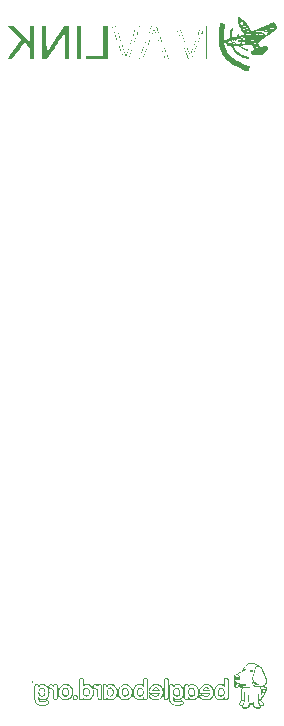
<source format=gbr>
%TF.GenerationSoftware,KiCad,Pcbnew,7.0.10*%
%TF.CreationDate,2024-04-25T20:56:43+02:00*%
%TF.ProjectId,LL PCB,4c4c2050-4342-42e6-9b69-6361645f7063,rev?*%
%TF.SameCoordinates,Original*%
%TF.FileFunction,Legend,Bot*%
%TF.FilePolarity,Positive*%
%FSLAX46Y46*%
G04 Gerber Fmt 4.6, Leading zero omitted, Abs format (unit mm)*
G04 Created by KiCad (PCBNEW 7.0.10) date 2024-04-25 20:56:43*
%MOMM*%
%LPD*%
G01*
G04 APERTURE LIST*
G04 APERTURE END LIST*
%TO.C,G\u002A\u002A\u002A*%
G36*
X156368821Y-130990276D02*
G01*
X156426960Y-131063543D01*
X156492835Y-131135928D01*
X156562352Y-131199571D01*
X156640195Y-131258316D01*
X156731050Y-131316006D01*
X156839603Y-131376487D01*
X156880232Y-131398892D01*
X156917367Y-131421653D01*
X156938661Y-131437868D01*
X156941507Y-131445766D01*
X156940386Y-131446144D01*
X156920370Y-131448351D01*
X156882674Y-131449680D01*
X156832245Y-131450025D01*
X156774035Y-131449283D01*
X156719830Y-131447711D01*
X156665013Y-131444475D01*
X156622963Y-131439141D01*
X156587689Y-131430885D01*
X156553199Y-131418881D01*
X156535818Y-131411508D01*
X156461859Y-131367123D01*
X156398603Y-131308146D01*
X156352233Y-131240078D01*
X156347515Y-131230137D01*
X156329400Y-131179104D01*
X156315179Y-131119235D01*
X156306066Y-131058148D01*
X156303276Y-131003464D01*
X156308024Y-130962804D01*
X156319051Y-130924356D01*
X156368821Y-130990276D01*
G37*
G36*
X137648162Y-131196508D02*
G01*
X137647374Y-131217531D01*
X137643148Y-131244373D01*
X137636489Y-131254872D01*
X137631119Y-131252896D01*
X137624816Y-131237362D01*
X137623456Y-131229302D01*
X137612777Y-131219853D01*
X137606368Y-131221895D01*
X137594019Y-131237362D01*
X137588920Y-131245431D01*
X137569610Y-131254872D01*
X137558421Y-131251674D01*
X137565525Y-131238479D01*
X137572520Y-131221723D01*
X137571211Y-131190535D01*
X137570407Y-131171913D01*
X137589798Y-131171913D01*
X137591860Y-131177598D01*
X137607307Y-131189056D01*
X137617082Y-131190408D01*
X137624816Y-131178632D01*
X137622787Y-131170645D01*
X137607307Y-131161489D01*
X137599271Y-131162660D01*
X137589798Y-131171913D01*
X137570407Y-131171913D01*
X137570059Y-131163865D01*
X137586257Y-131144773D01*
X137621898Y-131138322D01*
X137630661Y-131138702D01*
X137642152Y-131144453D01*
X137647101Y-131161763D01*
X137647616Y-131178632D01*
X137648162Y-131196508D01*
G37*
G36*
X137701743Y-131234639D02*
G01*
X137677874Y-131272911D01*
X137651540Y-131292214D01*
X137608007Y-131303317D01*
X137564237Y-131294360D01*
X137526635Y-131265649D01*
X137521527Y-131259247D01*
X137503642Y-131230197D01*
X137497530Y-131210330D01*
X137523213Y-131210330D01*
X137543954Y-131247461D01*
X137559513Y-131262345D01*
X137595142Y-131277284D01*
X137632759Y-131275681D01*
X137663862Y-131256871D01*
X137671154Y-131247332D01*
X137683194Y-131210022D01*
X137676676Y-131171081D01*
X137652424Y-131138991D01*
X137652397Y-131138970D01*
X137615270Y-131118244D01*
X137581952Y-131119680D01*
X137548412Y-131143450D01*
X137548389Y-131143473D01*
X137524634Y-131177011D01*
X137523213Y-131210330D01*
X137497530Y-131210330D01*
X137496415Y-131206705D01*
X137498318Y-131188021D01*
X137516089Y-131147165D01*
X137547837Y-131115034D01*
X137587772Y-131096418D01*
X137630103Y-131096108D01*
X137668741Y-131115710D01*
X137695471Y-131149727D01*
X137707041Y-131191473D01*
X137704764Y-131210022D01*
X137701743Y-131234639D01*
G37*
G36*
X156321917Y-130214426D02*
G01*
X156323382Y-130257379D01*
X156303430Y-130298167D01*
X156262605Y-130333302D01*
X156248449Y-130340883D01*
X156196105Y-130355742D01*
X156140184Y-130355844D01*
X156086912Y-130342501D01*
X156042511Y-130317025D01*
X156013208Y-130280728D01*
X156007446Y-130267075D01*
X156001265Y-130222932D01*
X156016279Y-130186508D01*
X156176828Y-130186508D01*
X156177365Y-130208425D01*
X156195464Y-130227255D01*
X156215482Y-130236868D01*
X156230335Y-130236241D01*
X156247429Y-130221492D01*
X156258745Y-130202328D01*
X156253947Y-130179147D01*
X156229611Y-130162945D01*
X156214052Y-130160511D01*
X156190256Y-130168278D01*
X156176828Y-130186508D01*
X156016279Y-130186508D01*
X156017398Y-130183794D01*
X156056312Y-130148226D01*
X156073181Y-130137668D01*
X156098592Y-130127396D01*
X156129777Y-130123700D01*
X156175413Y-130124878D01*
X156206935Y-130127129D01*
X156241408Y-130132928D01*
X156266099Y-130143996D01*
X156289223Y-130163091D01*
X156298488Y-130172798D01*
X156315108Y-130202328D01*
X156321917Y-130214426D01*
G37*
G36*
X152677552Y-131899794D02*
G01*
X152685371Y-131955239D01*
X152364787Y-131955239D01*
X152044203Y-131955239D01*
X152053097Y-131898980D01*
X152063283Y-131851910D01*
X152157445Y-131851910D01*
X152158422Y-131858698D01*
X152163814Y-131864582D01*
X152176788Y-131868668D01*
X152200496Y-131871282D01*
X152238092Y-131872747D01*
X152292727Y-131873388D01*
X152367555Y-131873530D01*
X152394014Y-131873476D01*
X152473964Y-131872420D01*
X152531399Y-131870025D01*
X152566055Y-131866305D01*
X152577665Y-131861277D01*
X152572398Y-131838289D01*
X152551581Y-131801766D01*
X152519925Y-131764273D01*
X152482802Y-131731929D01*
X152445587Y-131710853D01*
X152390449Y-131699420D01*
X152324667Y-131703673D01*
X152262149Y-131724702D01*
X152228761Y-131746159D01*
X152192657Y-131780672D01*
X152167127Y-131818059D01*
X152157445Y-131851910D01*
X152063283Y-131851910D01*
X152064940Y-131844251D01*
X152098327Y-131762368D01*
X152147798Y-131696959D01*
X152213012Y-131648559D01*
X152274528Y-131622531D01*
X152353058Y-131609005D01*
X152429448Y-131615811D01*
X152500791Y-131641377D01*
X152564180Y-131684130D01*
X152616708Y-131742499D01*
X152655468Y-131814911D01*
X152667531Y-131861277D01*
X152677552Y-131899794D01*
G37*
G36*
X148406925Y-131897785D02*
G01*
X148413730Y-131955239D01*
X148096938Y-131955239D01*
X147780147Y-131955239D01*
X147780147Y-131921561D01*
X147781003Y-131902187D01*
X147790934Y-131858939D01*
X147885394Y-131858939D01*
X147885976Y-131860955D01*
X147895613Y-131865928D01*
X147918958Y-131869505D01*
X147958419Y-131871852D01*
X148016402Y-131873138D01*
X148095312Y-131873530D01*
X148121772Y-131873476D01*
X148201721Y-131872420D01*
X148259157Y-131870025D01*
X148293812Y-131866305D01*
X148305423Y-131861277D01*
X148300155Y-131838289D01*
X148279338Y-131801766D01*
X148247682Y-131764273D01*
X148210560Y-131731929D01*
X148173344Y-131710853D01*
X148127539Y-131699771D01*
X148063698Y-131701192D01*
X148002394Y-131719324D01*
X147949705Y-131752151D01*
X147911706Y-131797657D01*
X147904491Y-131811109D01*
X147890883Y-131840497D01*
X147885394Y-131858939D01*
X147790934Y-131858939D01*
X147797289Y-131831262D01*
X147831307Y-131762739D01*
X147879196Y-131701826D01*
X147937092Y-131653732D01*
X148001131Y-131623664D01*
X148042815Y-131612655D01*
X148089220Y-131606267D01*
X148133686Y-131609799D01*
X148187272Y-131623223D01*
X148234073Y-131642392D01*
X148297374Y-131687225D01*
X148349577Y-131747603D01*
X148387242Y-131819224D01*
X148397778Y-131861277D01*
X148406925Y-131897785D01*
G37*
G36*
X141485765Y-132520036D02*
G01*
X141469269Y-132581090D01*
X141435637Y-132636227D01*
X141384692Y-132681116D01*
X141356817Y-132697824D01*
X141329098Y-132708865D01*
X141297670Y-132712691D01*
X141252795Y-132711547D01*
X141227830Y-132709896D01*
X141189109Y-132704090D01*
X141160050Y-132692605D01*
X141131459Y-132672479D01*
X141102009Y-132646056D01*
X141067242Y-132599622D01*
X141050013Y-132546203D01*
X141047892Y-132490520D01*
X141127280Y-132490520D01*
X141134481Y-132539518D01*
X141160303Y-132582601D01*
X141203779Y-132614564D01*
X141224885Y-132623121D01*
X141279202Y-132630820D01*
X141328030Y-132616360D01*
X141369364Y-132580158D01*
X141394134Y-132536630D01*
X141402317Y-132489163D01*
X141393530Y-132444968D01*
X141370990Y-132406817D01*
X141337913Y-132377483D01*
X141297518Y-132359738D01*
X141253023Y-132356352D01*
X141207643Y-132370099D01*
X141164598Y-132403750D01*
X141139667Y-132440816D01*
X141127280Y-132490520D01*
X141047892Y-132490520D01*
X141047462Y-132479227D01*
X141048219Y-132466118D01*
X141053565Y-132422047D01*
X141064490Y-132389628D01*
X141083847Y-132359473D01*
X141108246Y-132332299D01*
X141165139Y-132293109D01*
X141230491Y-132273191D01*
X141299876Y-132273543D01*
X141368868Y-132295164D01*
X141383934Y-132303212D01*
X141434209Y-132344651D01*
X141468057Y-132397487D01*
X141485302Y-132457391D01*
X141485537Y-132489163D01*
X141485765Y-132520036D01*
G37*
G36*
X150139231Y-132091482D02*
G01*
X150119781Y-132186708D01*
X150083609Y-132267006D01*
X150031160Y-132331500D01*
X149962879Y-132379312D01*
X149936151Y-132392404D01*
X149902189Y-132404564D01*
X149867472Y-132408765D01*
X149820841Y-132407197D01*
X149767087Y-132399547D01*
X149692751Y-132371560D01*
X149631378Y-132324212D01*
X149583129Y-132257640D01*
X149548167Y-132171986D01*
X149536327Y-132113828D01*
X149531618Y-132032585D01*
X149533839Y-132000226D01*
X149619312Y-132000226D01*
X149621103Y-132075385D01*
X149634551Y-132147293D01*
X149659287Y-132211510D01*
X149694943Y-132263597D01*
X149741149Y-132299115D01*
X149747564Y-132302209D01*
X149813164Y-132320819D01*
X149878083Y-132317215D01*
X149938547Y-132292193D01*
X149990782Y-132246546D01*
X150000254Y-132234319D01*
X150031138Y-132174480D01*
X150048972Y-132103645D01*
X150054143Y-132027103D01*
X150047038Y-131950141D01*
X150028043Y-131878048D01*
X149997545Y-131816112D01*
X149955930Y-131769621D01*
X149931982Y-131753221D01*
X149871793Y-131729828D01*
X149810023Y-131727855D01*
X149750882Y-131747016D01*
X149698581Y-131787028D01*
X149687574Y-131799632D01*
X149652179Y-131857910D01*
X149629548Y-131926254D01*
X149619312Y-132000226D01*
X149533839Y-132000226D01*
X149537334Y-131949299D01*
X149553299Y-131874212D01*
X149582225Y-131802220D01*
X149629021Y-131732298D01*
X149688100Y-131681695D01*
X149758784Y-131650965D01*
X149840395Y-131640659D01*
X149884866Y-131644172D01*
X149957262Y-131666654D01*
X150019982Y-131708214D01*
X150071455Y-131766853D01*
X150110112Y-131840575D01*
X150134382Y-131927382D01*
X150142696Y-132025276D01*
X150142600Y-132027103D01*
X150139231Y-132091482D01*
G37*
G36*
X147057218Y-132095371D02*
G01*
X147050122Y-132133121D01*
X147020558Y-132224261D01*
X146976433Y-132299127D01*
X146918634Y-132356448D01*
X146848049Y-132394954D01*
X146809556Y-132404524D01*
X146744460Y-132406416D01*
X146677782Y-132394719D01*
X146619072Y-132370456D01*
X146601075Y-132358938D01*
X146544111Y-132306449D01*
X146501018Y-132240490D01*
X146471679Y-132164727D01*
X146455978Y-132082825D01*
X146453872Y-132001369D01*
X146540255Y-132001369D01*
X146544937Y-132090606D01*
X146545400Y-132093499D01*
X146567489Y-132174629D01*
X146604007Y-132239950D01*
X146653713Y-132287816D01*
X146715367Y-132316582D01*
X146721879Y-132318402D01*
X146748086Y-132325345D01*
X146765883Y-132326834D01*
X146785493Y-132322345D01*
X146817141Y-132311351D01*
X146839987Y-132301115D01*
X146889133Y-132263576D01*
X146929949Y-132211066D01*
X146957406Y-132149392D01*
X146969160Y-132092138D01*
X146974007Y-132017353D01*
X146969516Y-131943313D01*
X146955752Y-131880371D01*
X146946155Y-131856173D01*
X146910193Y-131799346D01*
X146863190Y-131757791D01*
X146808962Y-131732836D01*
X146751329Y-131725811D01*
X146694106Y-131738044D01*
X146641112Y-131770863D01*
X146629997Y-131781256D01*
X146584053Y-131842481D01*
X146553717Y-131917256D01*
X146540255Y-132001369D01*
X146453872Y-132001369D01*
X146453796Y-131998447D01*
X146465016Y-131915259D01*
X146489521Y-131836926D01*
X146527194Y-131767113D01*
X146577917Y-131709483D01*
X146641573Y-131667702D01*
X146670814Y-131655753D01*
X146745407Y-131640059D01*
X146816472Y-131645014D01*
X146882129Y-131668682D01*
X146940497Y-131709131D01*
X146989698Y-131764425D01*
X147027850Y-131832631D01*
X147053074Y-131911813D01*
X147063490Y-132000038D01*
X147062351Y-132017353D01*
X147057218Y-132095371D01*
G37*
G36*
X142497234Y-132069991D02*
G01*
X142482193Y-132155782D01*
X142452448Y-132234553D01*
X142408898Y-132302924D01*
X142352444Y-132357517D01*
X142283986Y-132394954D01*
X142275798Y-132397660D01*
X142228824Y-132405663D01*
X142174283Y-132405947D01*
X142153581Y-132403717D01*
X142078462Y-132382069D01*
X142014250Y-132341175D01*
X141962199Y-132282749D01*
X141923564Y-132208507D01*
X141899600Y-132120165D01*
X141892028Y-132025276D01*
X141976302Y-132025276D01*
X141983525Y-132102852D01*
X142006268Y-132178702D01*
X142042844Y-132241489D01*
X142091535Y-132288343D01*
X142150623Y-132316394D01*
X142157392Y-132318286D01*
X142183877Y-132325304D01*
X142201802Y-132326825D01*
X142221445Y-132322342D01*
X142253079Y-132311351D01*
X142293198Y-132291529D01*
X142342298Y-132246652D01*
X142379260Y-132185186D01*
X142402557Y-132109917D01*
X142410662Y-132023635D01*
X142410582Y-132014870D01*
X142401218Y-131931860D01*
X142377726Y-131860094D01*
X142342160Y-131801575D01*
X142296573Y-131758311D01*
X142243020Y-131732307D01*
X142183556Y-131725567D01*
X142120233Y-131740098D01*
X142092529Y-131753871D01*
X142042576Y-131797173D01*
X142005989Y-131857962D01*
X141983614Y-131934556D01*
X141976302Y-132025276D01*
X141892028Y-132025276D01*
X141891562Y-132019440D01*
X141892283Y-131983377D01*
X141900284Y-131903586D01*
X141918727Y-131838006D01*
X141949605Y-131780990D01*
X141994912Y-131726893D01*
X141995571Y-131726219D01*
X142059344Y-131675795D01*
X142128498Y-131646539D01*
X142199821Y-131637930D01*
X142270106Y-131649446D01*
X142336143Y-131680568D01*
X142394722Y-131730774D01*
X142442634Y-131799544D01*
X142445125Y-131804284D01*
X142479600Y-131890863D01*
X142496670Y-131980558D01*
X142496942Y-132023635D01*
X142497234Y-132069991D01*
G37*
G36*
X138732422Y-132033250D02*
G01*
X138729158Y-132105731D01*
X138718022Y-132166723D01*
X138694094Y-132230333D01*
X138649551Y-132302642D01*
X138592589Y-132358120D01*
X138525346Y-132394242D01*
X138520704Y-132395849D01*
X138446268Y-132409147D01*
X138370122Y-132402011D01*
X138298348Y-132375760D01*
X138237030Y-132331714D01*
X138215616Y-132308615D01*
X138171845Y-132240912D01*
X138142969Y-132163308D01*
X138128525Y-132079602D01*
X138128222Y-132025276D01*
X138214321Y-132025276D01*
X138214668Y-132045947D01*
X138225010Y-132132606D01*
X138249047Y-132204874D01*
X138285862Y-132260675D01*
X138334542Y-132297932D01*
X138359258Y-132308487D01*
X138424341Y-132320912D01*
X138488413Y-132313183D01*
X138545533Y-132285645D01*
X138557585Y-132275407D01*
X138589278Y-132234496D01*
X138617166Y-132179784D01*
X138638102Y-132118234D01*
X138648939Y-132056809D01*
X138650094Y-132004334D01*
X138639603Y-131927475D01*
X138616011Y-131861120D01*
X138581766Y-131806500D01*
X138539316Y-131764844D01*
X138491107Y-131737382D01*
X138439586Y-131725344D01*
X138387202Y-131729959D01*
X138336402Y-131752457D01*
X138289631Y-131794067D01*
X138249339Y-131856021D01*
X138246856Y-131861021D01*
X138229804Y-131899077D01*
X138219956Y-131933055D01*
X138215424Y-131972080D01*
X138214321Y-132025276D01*
X138128222Y-132025276D01*
X138128046Y-131993594D01*
X138141070Y-131909083D01*
X138167131Y-131829869D01*
X138205765Y-131759750D01*
X138256508Y-131702528D01*
X138318896Y-131662001D01*
X138348677Y-131651410D01*
X138413960Y-131641534D01*
X138481712Y-131645012D01*
X138541130Y-131661851D01*
X138572612Y-131680138D01*
X138622459Y-131723145D01*
X138667317Y-131777577D01*
X138700877Y-131836531D01*
X138717129Y-131888434D01*
X138728262Y-131957933D01*
X138730825Y-132004334D01*
X138732422Y-132033250D01*
G37*
G36*
X153913910Y-131998361D02*
G01*
X153908009Y-132092298D01*
X153905127Y-132109039D01*
X153878491Y-132204405D01*
X153837493Y-132283722D01*
X153783036Y-132345598D01*
X153716022Y-132388638D01*
X153683034Y-132400978D01*
X153610838Y-132411394D01*
X153539393Y-132401284D01*
X153471979Y-132372328D01*
X153411877Y-132326208D01*
X153362367Y-132264604D01*
X153326730Y-132189196D01*
X153324830Y-132183444D01*
X153305087Y-132093646D01*
X153302272Y-132012485D01*
X153386949Y-132012485D01*
X153390936Y-132080799D01*
X153409115Y-132158023D01*
X153415310Y-132174064D01*
X153437079Y-132211387D01*
X153466816Y-132249665D01*
X153499645Y-132283585D01*
X153530691Y-132307833D01*
X153555079Y-132317096D01*
X153570764Y-132317829D01*
X153595162Y-132321715D01*
X153610196Y-132323309D01*
X153646188Y-132317715D01*
X153686149Y-132303987D01*
X153720166Y-132285034D01*
X153725521Y-132280798D01*
X153760488Y-132240159D01*
X153790494Y-132183902D01*
X153812571Y-132118724D01*
X153823752Y-132051323D01*
X153823859Y-131986600D01*
X153810896Y-131909498D01*
X153784932Y-131843032D01*
X153747985Y-131789318D01*
X153702075Y-131750470D01*
X153649219Y-131728604D01*
X153591438Y-131725836D01*
X153530749Y-131744281D01*
X153516370Y-131751920D01*
X153466019Y-131793252D01*
X153427566Y-131852468D01*
X153399805Y-131931294D01*
X153396772Y-131943756D01*
X153386949Y-132012485D01*
X153302272Y-132012485D01*
X153301933Y-132002707D01*
X153314185Y-131914373D01*
X153340655Y-131832389D01*
X153380159Y-131760501D01*
X153431512Y-131702457D01*
X153493528Y-131662001D01*
X153541183Y-131647596D01*
X153602551Y-131640962D01*
X153663960Y-131643824D01*
X153714849Y-131656449D01*
X153715957Y-131656915D01*
X153780750Y-131696542D01*
X153834479Y-131753969D01*
X153875607Y-131825727D01*
X153902597Y-131908348D01*
X153912432Y-131986600D01*
X153913910Y-131998361D01*
G37*
G36*
X145788053Y-132031112D02*
G01*
X145786462Y-132069783D01*
X145770732Y-132164049D01*
X145739354Y-132246355D01*
X145693702Y-132314435D01*
X145635149Y-132366023D01*
X145565070Y-132398856D01*
X145523699Y-132407626D01*
X145448858Y-132406433D01*
X145376266Y-132385241D01*
X145309806Y-132345997D01*
X145253356Y-132290647D01*
X145210799Y-132221139D01*
X145200107Y-132195511D01*
X145191256Y-132165878D01*
X145186044Y-132131831D01*
X145183574Y-132087065D01*
X145183220Y-132052029D01*
X145261311Y-132052029D01*
X145261851Y-132059411D01*
X145275774Y-132139594D01*
X145302574Y-132208762D01*
X145340349Y-132263180D01*
X145387197Y-132299115D01*
X145400517Y-132304999D01*
X145437036Y-132316425D01*
X145473057Y-132323016D01*
X145498116Y-132322561D01*
X145513985Y-132318499D01*
X145541675Y-132312112D01*
X145552758Y-132309134D01*
X145601329Y-132282315D01*
X145642564Y-132236974D01*
X145674476Y-132176658D01*
X145695080Y-132104910D01*
X145702390Y-132025276D01*
X145701941Y-132004451D01*
X145690651Y-131922671D01*
X145665700Y-131852408D01*
X145629135Y-131795626D01*
X145583004Y-131754292D01*
X145529356Y-131730368D01*
X145470239Y-131725821D01*
X145407701Y-131742614D01*
X145365782Y-131767328D01*
X145317337Y-131817703D01*
X145282955Y-131883683D01*
X145263868Y-131962661D01*
X145261311Y-132052029D01*
X145183220Y-132052029D01*
X145182950Y-132025276D01*
X145182952Y-132020830D01*
X145183562Y-131961397D01*
X145185944Y-131918551D01*
X145191067Y-131885945D01*
X145199904Y-131857231D01*
X145213425Y-131826061D01*
X145234294Y-131786797D01*
X145286186Y-131719856D01*
X145348862Y-131673034D01*
X145421343Y-131646954D01*
X145502646Y-131642239D01*
X145525772Y-131644771D01*
X145601590Y-131666845D01*
X145666185Y-131708052D01*
X145718343Y-131766735D01*
X145756849Y-131841242D01*
X145780490Y-131929919D01*
X145787617Y-132025276D01*
X145788053Y-132031112D01*
G37*
G36*
X140745406Y-132031112D02*
G01*
X140743815Y-132069783D01*
X140728085Y-132164049D01*
X140696707Y-132246355D01*
X140651055Y-132314435D01*
X140592502Y-132366023D01*
X140522423Y-132398856D01*
X140481052Y-132407626D01*
X140406211Y-132406433D01*
X140333619Y-132385241D01*
X140267159Y-132345997D01*
X140210709Y-132290647D01*
X140168152Y-132221139D01*
X140157460Y-132195511D01*
X140148609Y-132165878D01*
X140143397Y-132131831D01*
X140140927Y-132087065D01*
X140140573Y-132052029D01*
X140218664Y-132052029D01*
X140219204Y-132059411D01*
X140233127Y-132139594D01*
X140259927Y-132208762D01*
X140297702Y-132263180D01*
X140344550Y-132299115D01*
X140357870Y-132304999D01*
X140394389Y-132316425D01*
X140430410Y-132323016D01*
X140455469Y-132322561D01*
X140471338Y-132318499D01*
X140499028Y-132312112D01*
X140510111Y-132309134D01*
X140558682Y-132282315D01*
X140599917Y-132236974D01*
X140631829Y-132176658D01*
X140652433Y-132104910D01*
X140659743Y-132025276D01*
X140659294Y-132004451D01*
X140648004Y-131922671D01*
X140623053Y-131852408D01*
X140586488Y-131795626D01*
X140540357Y-131754292D01*
X140486709Y-131730368D01*
X140427592Y-131725821D01*
X140365054Y-131742614D01*
X140323135Y-131767328D01*
X140274690Y-131817703D01*
X140240308Y-131883683D01*
X140221221Y-131962661D01*
X140218664Y-132052029D01*
X140140573Y-132052029D01*
X140140303Y-132025276D01*
X140140305Y-132020830D01*
X140140915Y-131961397D01*
X140143297Y-131918551D01*
X140148420Y-131885945D01*
X140157257Y-131857231D01*
X140170777Y-131826061D01*
X140191647Y-131786797D01*
X140243539Y-131719856D01*
X140306215Y-131673034D01*
X140378696Y-131646954D01*
X140459999Y-131642239D01*
X140483125Y-131644771D01*
X140558943Y-131666845D01*
X140623538Y-131708052D01*
X140675696Y-131766735D01*
X140714202Y-131841242D01*
X140737843Y-131929919D01*
X140744970Y-132025276D01*
X140745406Y-132031112D01*
G37*
G36*
X151410743Y-132101449D02*
G01*
X151391207Y-132194936D01*
X151355236Y-132272251D01*
X151302587Y-132333862D01*
X151233021Y-132380243D01*
X151230706Y-132381385D01*
X151154908Y-132406830D01*
X151080261Y-132410025D01*
X151009266Y-132391995D01*
X150944422Y-132353760D01*
X150888226Y-132296343D01*
X150843178Y-132220766D01*
X150833067Y-132197897D01*
X150820801Y-132164029D01*
X150813703Y-132130115D01*
X150810394Y-132088395D01*
X150809497Y-132031112D01*
X150809756Y-132009719D01*
X150892852Y-132009719D01*
X150897381Y-132084728D01*
X150915103Y-132156854D01*
X150946384Y-132222018D01*
X150991594Y-132276144D01*
X151008948Y-132290528D01*
X151038164Y-132309618D01*
X151059281Y-132317096D01*
X151072291Y-132317734D01*
X151097184Y-132322007D01*
X151103238Y-132323457D01*
X151124403Y-132323029D01*
X151140263Y-132318658D01*
X151167961Y-132312112D01*
X151179045Y-132309134D01*
X151227616Y-132282315D01*
X151268850Y-132236974D01*
X151300763Y-132176658D01*
X151321367Y-132104910D01*
X151328676Y-132025276D01*
X151328570Y-132015141D01*
X151319052Y-131932206D01*
X151295563Y-131860412D01*
X151260144Y-131801783D01*
X151214839Y-131758341D01*
X151161692Y-131732111D01*
X151102745Y-131725116D01*
X151040040Y-131739381D01*
X150999299Y-131762387D01*
X150954739Y-131808159D01*
X150921899Y-131867357D01*
X150901148Y-131935903D01*
X150892852Y-132009719D01*
X150809756Y-132009719D01*
X150809922Y-131996073D01*
X150816596Y-131915171D01*
X150832679Y-131848954D01*
X150859873Y-131791915D01*
X150899879Y-131738545D01*
X150914685Y-131722533D01*
X150972590Y-131675512D01*
X151036669Y-131648889D01*
X151111963Y-131640330D01*
X151154040Y-131643078D01*
X151228667Y-131664561D01*
X151293474Y-131706649D01*
X151347338Y-131768497D01*
X151389138Y-131849258D01*
X151397195Y-131871493D01*
X151407760Y-131913334D01*
X151413216Y-131961841D01*
X151414768Y-132025276D01*
X151410743Y-132101449D01*
G37*
G36*
X144505444Y-132074143D02*
G01*
X144503227Y-132118405D01*
X144497916Y-132152344D01*
X144488297Y-132183117D01*
X144473159Y-132217877D01*
X144447072Y-132267334D01*
X144401949Y-132326969D01*
X144347132Y-132369958D01*
X144278384Y-132400267D01*
X144267525Y-132403045D01*
X144223714Y-132406727D01*
X144171506Y-132403991D01*
X144121177Y-132395750D01*
X144083003Y-132382916D01*
X144034545Y-132349634D01*
X143982504Y-132293197D01*
X143941321Y-132223785D01*
X143927694Y-132187342D01*
X143911829Y-132114133D01*
X143905053Y-132033087D01*
X143905330Y-132025276D01*
X143992876Y-132025276D01*
X143992885Y-132054576D01*
X143994433Y-132100917D01*
X143999124Y-132134817D01*
X144008265Y-132163585D01*
X144023164Y-132194532D01*
X144036852Y-132219147D01*
X144067556Y-132262396D01*
X144101948Y-132291333D01*
X144146217Y-132311857D01*
X144174621Y-132321503D01*
X144199025Y-132326185D01*
X144223220Y-132323397D01*
X144258417Y-132313281D01*
X144275497Y-132307070D01*
X144330846Y-132271525D01*
X144375164Y-132216836D01*
X144406763Y-132144919D01*
X144421438Y-132091155D01*
X144428487Y-132040583D01*
X144425850Y-131990119D01*
X144413886Y-131928932D01*
X144409339Y-131911192D01*
X144379397Y-131836139D01*
X144336763Y-131779809D01*
X144281981Y-131742969D01*
X144229105Y-131727229D01*
X144167639Y-131728719D01*
X144110945Y-131751818D01*
X144061145Y-131795584D01*
X144020361Y-131859076D01*
X144006804Y-131891328D01*
X143998483Y-131924942D01*
X143994246Y-131967141D01*
X143992876Y-132025276D01*
X143905330Y-132025276D01*
X143907891Y-131952964D01*
X143920868Y-131882524D01*
X143946916Y-131814718D01*
X143991165Y-131745369D01*
X144045762Y-131693093D01*
X144107781Y-131658176D01*
X144174292Y-131640899D01*
X144242371Y-131641548D01*
X144309090Y-131660406D01*
X144371521Y-131697758D01*
X144426738Y-131753887D01*
X144471814Y-131829077D01*
X144485377Y-131860091D01*
X144496169Y-131891968D01*
X144502326Y-131925252D01*
X144505116Y-131967253D01*
X144505804Y-132025276D01*
X144505691Y-132040583D01*
X144505444Y-132074143D01*
G37*
G36*
X149169100Y-131461480D02*
G01*
X149169190Y-131594806D01*
X149169209Y-131749740D01*
X149169206Y-131776732D01*
X149168968Y-131956460D01*
X149168359Y-132112965D01*
X149167375Y-132246353D01*
X149166016Y-132356730D01*
X149164280Y-132444199D01*
X149162166Y-132508867D01*
X149159671Y-132550838D01*
X149156794Y-132570219D01*
X149129978Y-132618190D01*
X149082870Y-132662809D01*
X149023403Y-132691899D01*
X148956374Y-132702298D01*
X148896848Y-132692944D01*
X148838974Y-132661837D01*
X148789844Y-132609657D01*
X148754825Y-132560286D01*
X148754268Y-132537979D01*
X148841896Y-132537979D01*
X148874234Y-132572322D01*
X148889582Y-132586364D01*
X148933947Y-132609123D01*
X148980960Y-132613027D01*
X149024859Y-132598298D01*
X149059883Y-132565160D01*
X149060454Y-132564307D01*
X149064761Y-132556690D01*
X149068461Y-132546697D01*
X149071610Y-132532579D01*
X149074265Y-132512590D01*
X149076482Y-132484982D01*
X149078318Y-132448008D01*
X149079828Y-132399919D01*
X149081070Y-132338970D01*
X149082099Y-132263412D01*
X149082973Y-132171498D01*
X149083746Y-132061481D01*
X149084477Y-131931613D01*
X149085221Y-131780147D01*
X149085395Y-131741691D01*
X149085949Y-131570081D01*
X149086025Y-131421297D01*
X149085619Y-131294914D01*
X149084726Y-131190506D01*
X149083341Y-131107647D01*
X149081459Y-131045911D01*
X149079075Y-131004873D01*
X149076186Y-130984105D01*
X149076169Y-130984049D01*
X149052467Y-130938193D01*
X149015757Y-130907257D01*
X148971377Y-130892964D01*
X148924664Y-130897032D01*
X148880959Y-130921182D01*
X148848208Y-130949350D01*
X148845052Y-131743664D01*
X148843910Y-132031112D01*
X148841896Y-132537979D01*
X148754268Y-132537979D01*
X148748366Y-132301536D01*
X148747240Y-132258473D01*
X148745318Y-132193630D01*
X148743488Y-132142015D01*
X148741857Y-132106157D01*
X148740529Y-132088582D01*
X148739611Y-132091820D01*
X148738489Y-132110110D01*
X148718728Y-132226461D01*
X148678872Y-132336200D01*
X148621010Y-132436749D01*
X148547225Y-132525530D01*
X148459605Y-132599965D01*
X148360236Y-132657475D01*
X148251203Y-132695481D01*
X148208104Y-132703575D01*
X148128437Y-132710953D01*
X148041365Y-132712017D01*
X147956054Y-132706774D01*
X147881670Y-132695230D01*
X147815011Y-132677234D01*
X147728544Y-132644650D01*
X147649353Y-132604631D01*
X147581431Y-132559570D01*
X147528770Y-132511858D01*
X147495363Y-132463886D01*
X147481240Y-132420005D01*
X147480647Y-132360880D01*
X147498650Y-132305206D01*
X147532771Y-132257458D01*
X147580534Y-132222110D01*
X147639459Y-132203639D01*
X147643840Y-132203100D01*
X147666141Y-132202509D01*
X147690376Y-132206861D01*
X147721175Y-132217731D01*
X147763173Y-132236693D01*
X147821000Y-132265320D01*
X147856406Y-132283067D01*
X147904234Y-132305922D01*
X147940328Y-132320609D01*
X147970288Y-132328922D01*
X147999714Y-132332653D01*
X148034206Y-132333596D01*
X148116586Y-132326646D01*
X148190236Y-132303492D01*
X148247972Y-132264640D01*
X148288633Y-132210650D01*
X148306022Y-132177022D01*
X147943491Y-132177022D01*
X147843569Y-132176895D01*
X147751539Y-132176220D01*
X147678133Y-132174610D01*
X147620857Y-132171680D01*
X147577215Y-132167043D01*
X147544715Y-132160315D01*
X147520861Y-132151109D01*
X147503160Y-132139040D01*
X147489116Y-132123722D01*
X147476237Y-132104770D01*
X147469941Y-132094120D01*
X147460853Y-132072683D01*
X147456135Y-132046508D01*
X147454973Y-132009419D01*
X147455993Y-131974470D01*
X147535670Y-131974470D01*
X147540251Y-132025951D01*
X147557321Y-132061919D01*
X147579623Y-132089476D01*
X147994227Y-132092948D01*
X148408831Y-132096419D01*
X148402874Y-132139639D01*
X148398035Y-132161660D01*
X148384069Y-132203725D01*
X148365640Y-132246558D01*
X148330918Y-132301800D01*
X148272468Y-132357255D01*
X148198928Y-132395685D01*
X148111277Y-132416613D01*
X148010489Y-132419565D01*
X148010034Y-132419538D01*
X147966492Y-132416054D01*
X147930683Y-132409926D01*
X147895580Y-132398966D01*
X147854157Y-132380983D01*
X147799387Y-132353788D01*
X147757178Y-132333197D01*
X147710431Y-132312621D01*
X147673148Y-132298661D01*
X147650863Y-132293563D01*
X147632162Y-132296912D01*
X147599792Y-132317208D01*
X147575634Y-132349752D01*
X147566146Y-132387393D01*
X147568947Y-132406933D01*
X147590834Y-132447542D01*
X147632567Y-132488368D01*
X147691907Y-132527789D01*
X147766613Y-132564186D01*
X147854445Y-132595938D01*
X147860385Y-132597725D01*
X147939135Y-132615059D01*
X148026821Y-132624972D01*
X148113367Y-132626750D01*
X148188695Y-132619677D01*
X148241024Y-132606571D01*
X148317654Y-132577199D01*
X148392390Y-132538610D01*
X148455203Y-132495477D01*
X148486918Y-132465819D01*
X148539996Y-132399878D01*
X148586743Y-132321504D01*
X148622669Y-132237609D01*
X148623544Y-132235051D01*
X148636442Y-132191588D01*
X148644394Y-132148326D01*
X148648416Y-132097442D01*
X148649528Y-132031112D01*
X148649123Y-131994586D01*
X148644133Y-131918883D01*
X148631783Y-131853301D01*
X148609977Y-131788788D01*
X148576619Y-131716292D01*
X148552836Y-131676939D01*
X148509413Y-131621318D01*
X148457506Y-131566261D01*
X148403559Y-131518471D01*
X148354014Y-131484652D01*
X148279988Y-131451958D01*
X148179811Y-131426573D01*
X148077400Y-131419134D01*
X147979889Y-131430670D01*
X147957280Y-131436532D01*
X147863277Y-131474793D01*
X147775208Y-131532083D01*
X147696354Y-131604968D01*
X147629994Y-131690015D01*
X147579408Y-131783790D01*
X147547878Y-131882859D01*
X147543479Y-131905567D01*
X147535670Y-131974470D01*
X147455993Y-131974470D01*
X147456554Y-131955239D01*
X147461751Y-131888110D01*
X147479250Y-131799511D01*
X147510980Y-131717156D01*
X147559838Y-131631976D01*
X147589668Y-131590043D01*
X147666155Y-131506350D01*
X147754689Y-131435814D01*
X147850648Y-131381808D01*
X147949409Y-131347704D01*
X147963114Y-131344785D01*
X148040431Y-131335724D01*
X148126313Y-131335300D01*
X148210546Y-131343169D01*
X148282919Y-131358985D01*
X148284198Y-131359386D01*
X148385162Y-131402955D01*
X148478368Y-131465945D01*
X148561297Y-131545063D01*
X148631432Y-131637014D01*
X148686255Y-131738504D01*
X148723249Y-131846239D01*
X148739895Y-131956924D01*
X148740491Y-131956975D01*
X148741332Y-131936397D01*
X148742343Y-131896384D01*
X148743487Y-131838963D01*
X148744726Y-131766165D01*
X148746024Y-131680016D01*
X148747344Y-131582546D01*
X148748650Y-131475782D01*
X148754825Y-130943798D01*
X148787774Y-130894029D01*
X148824563Y-130851794D01*
X148877807Y-130818272D01*
X148937053Y-130802846D01*
X148997898Y-130805241D01*
X149055936Y-130825178D01*
X149106763Y-130862381D01*
X149145972Y-130916572D01*
X149149547Y-130923931D01*
X149153619Y-130934280D01*
X149157086Y-130947118D01*
X149159998Y-130964185D01*
X149162403Y-130987217D01*
X149164348Y-131017954D01*
X149165884Y-131058132D01*
X149167057Y-131109490D01*
X149167917Y-131173766D01*
X149168511Y-131252697D01*
X149168889Y-131348023D01*
X149169025Y-131421297D01*
X149169100Y-131461480D01*
G37*
G36*
X143553114Y-131838583D02*
G01*
X143552875Y-131940551D01*
X143552289Y-132048622D01*
X143552070Y-132080357D01*
X143551193Y-132202733D01*
X143550188Y-132304445D01*
X143548750Y-132387665D01*
X143546573Y-132454567D01*
X143543353Y-132507324D01*
X143538783Y-132548108D01*
X143532558Y-132579094D01*
X143524373Y-132602454D01*
X143513922Y-132620361D01*
X143500900Y-132634988D01*
X143485001Y-132648509D01*
X143465921Y-132663096D01*
X143448045Y-132675389D01*
X143408739Y-132692062D01*
X143357935Y-132699358D01*
X143336679Y-132700050D01*
X143275427Y-132691513D01*
X143223664Y-132664511D01*
X143176060Y-132616619D01*
X143140211Y-132571794D01*
X143134375Y-132237253D01*
X143134229Y-132228917D01*
X143132380Y-132131882D01*
X143130509Y-132055265D01*
X143128417Y-131996345D01*
X143125906Y-131952402D01*
X143122775Y-131920717D01*
X143118828Y-131898570D01*
X143113864Y-131883242D01*
X143107686Y-131872011D01*
X143104755Y-131868052D01*
X143074275Y-131840583D01*
X143024515Y-131809063D01*
X142958313Y-131775122D01*
X142878504Y-131740388D01*
X142839324Y-131723324D01*
X142804710Y-131705867D01*
X142784286Y-131692688D01*
X142776135Y-131687238D01*
X142773853Y-131693451D01*
X142779092Y-131715501D01*
X142792226Y-131756386D01*
X142813979Y-131837825D01*
X142829973Y-131949614D01*
X142832228Y-132030494D01*
X142833184Y-132064776D01*
X142823486Y-132175760D01*
X142800757Y-132275010D01*
X142760618Y-132371568D01*
X142703411Y-132464840D01*
X142633579Y-132547635D01*
X142554300Y-132616736D01*
X142468750Y-132668926D01*
X142380105Y-132700987D01*
X142342716Y-132707481D01*
X142278613Y-132712221D01*
X142210664Y-132711622D01*
X142147768Y-132705867D01*
X142098822Y-132695143D01*
X142083419Y-132689423D01*
X142035565Y-132667339D01*
X141992348Y-132642328D01*
X141941726Y-132608340D01*
X141919710Y-132636329D01*
X141913465Y-132643729D01*
X141868133Y-132678101D01*
X141812168Y-132697027D01*
X141751233Y-132700741D01*
X141690991Y-132689476D01*
X141637107Y-132663466D01*
X141595244Y-132622945D01*
X141586106Y-132609377D01*
X141577836Y-132594393D01*
X141570798Y-132576891D01*
X141564901Y-132555135D01*
X141560059Y-132527389D01*
X141556182Y-132491918D01*
X141553182Y-132446987D01*
X141550970Y-132390859D01*
X141549459Y-132321800D01*
X141548560Y-132238073D01*
X141548183Y-132137944D01*
X141548241Y-132019676D01*
X141548646Y-131881534D01*
X141549308Y-131721783D01*
X141550468Y-131461108D01*
X141642491Y-131461108D01*
X141642712Y-131601895D01*
X141643216Y-131764621D01*
X141646094Y-132548681D01*
X141673823Y-132578193D01*
X141704348Y-132602218D01*
X141753388Y-132616778D01*
X141807830Y-132609471D01*
X141824701Y-132602075D01*
X141854360Y-132575835D01*
X141878190Y-132532444D01*
X141898158Y-132468842D01*
X141903790Y-132445481D01*
X141908891Y-132430701D01*
X141915901Y-132428308D01*
X141927824Y-132439891D01*
X141947661Y-132467038D01*
X141978413Y-132511341D01*
X142013558Y-132550114D01*
X142078039Y-132591943D01*
X142127956Y-132611619D01*
X142216251Y-132628020D01*
X142308501Y-132625311D01*
X142399394Y-132603858D01*
X142483618Y-132564027D01*
X142486912Y-132561962D01*
X142552158Y-132509363D01*
X142613355Y-132439250D01*
X142666856Y-132357177D01*
X142709015Y-132268698D01*
X142736184Y-132179366D01*
X142742783Y-132141267D01*
X142748950Y-132030494D01*
X142738776Y-131914151D01*
X142713185Y-131799362D01*
X142673102Y-131693253D01*
X142655427Y-131659808D01*
X142598253Y-131580802D01*
X142527126Y-131512969D01*
X142447930Y-131462345D01*
X142412309Y-131445556D01*
X142380834Y-131433931D01*
X142348936Y-131427484D01*
X142308979Y-131424716D01*
X142253324Y-131424127D01*
X142218313Y-131424344D01*
X142170957Y-131426304D01*
X142135136Y-131431389D01*
X142103342Y-131440893D01*
X142068070Y-131456114D01*
X142038665Y-131471399D01*
X141987023Y-131503238D01*
X141942587Y-131535992D01*
X141885386Y-131583884D01*
X141885342Y-131282222D01*
X141885210Y-131189653D01*
X141884710Y-131117348D01*
X141883644Y-131062417D01*
X141881815Y-131021874D01*
X141879024Y-130992730D01*
X141875073Y-130971999D01*
X141869765Y-130956694D01*
X141862900Y-130943828D01*
X141849682Y-130925735D01*
X141810229Y-130896450D01*
X141763238Y-130887718D01*
X141713235Y-130900841D01*
X141705756Y-130904812D01*
X141674929Y-130927348D01*
X141654981Y-130951379D01*
X141653384Y-130955829D01*
X141650602Y-130971736D01*
X141648267Y-130998332D01*
X141646358Y-131037022D01*
X141644854Y-131089213D01*
X141643736Y-131156311D01*
X141642983Y-131239722D01*
X141642575Y-131340852D01*
X141642491Y-131461108D01*
X141550468Y-131461108D01*
X141552711Y-130957215D01*
X141584647Y-130902891D01*
X141624196Y-130853854D01*
X141677209Y-130818726D01*
X141736957Y-130801781D01*
X141798870Y-130803547D01*
X141858377Y-130824549D01*
X141910907Y-130865314D01*
X141915590Y-130870403D01*
X141933048Y-130892084D01*
X141946086Y-130915521D01*
X141955335Y-130944313D01*
X141961429Y-130982054D01*
X141964998Y-131032343D01*
X141966677Y-131098776D01*
X141967096Y-131184949D01*
X141967096Y-131405326D01*
X142028740Y-131377105D01*
X142074289Y-131359427D01*
X142170630Y-131337933D01*
X142272636Y-131332835D01*
X142373025Y-131344214D01*
X142464514Y-131372152D01*
X142494177Y-131386289D01*
X142565328Y-131430638D01*
X142630465Y-131484708D01*
X142681063Y-131541821D01*
X142719991Y-131596054D01*
X142722554Y-131578374D01*
X142812385Y-131578374D01*
X142822578Y-131603078D01*
X142846833Y-131625367D01*
X142887872Y-131648424D01*
X142948417Y-131675433D01*
X143004603Y-131700290D01*
X143073799Y-131736149D01*
X143125536Y-131771450D01*
X143163111Y-131808575D01*
X143189821Y-131849907D01*
X143193355Y-131857010D01*
X143200586Y-131873455D01*
X143206096Y-131891295D01*
X143210120Y-131913664D01*
X143212889Y-131943699D01*
X143214636Y-131984536D01*
X143215596Y-132039310D01*
X143216001Y-132111159D01*
X143216084Y-132203216D01*
X143216358Y-132305680D01*
X143217509Y-132388230D01*
X143220027Y-132452624D01*
X143224398Y-132501466D01*
X143231113Y-132537358D01*
X143240658Y-132562905D01*
X143253523Y-132580709D01*
X143270195Y-132593373D01*
X143291163Y-132603499D01*
X143304771Y-132609020D01*
X143336617Y-132618385D01*
X143363544Y-132616781D01*
X143397296Y-132604294D01*
X143408096Y-132599448D01*
X143422532Y-132591493D01*
X143434406Y-132581150D01*
X143443988Y-132566324D01*
X143451548Y-132544917D01*
X143457354Y-132514836D01*
X143461677Y-132473983D01*
X143464784Y-132420263D01*
X143466946Y-132351581D01*
X143468431Y-132265841D01*
X143469508Y-132160947D01*
X143470448Y-132034804D01*
X143471034Y-131947178D01*
X143471568Y-131833971D01*
X143471473Y-131740609D01*
X143470502Y-131664991D01*
X143468412Y-131605019D01*
X143464956Y-131558593D01*
X143459891Y-131523614D01*
X143452970Y-131497983D01*
X143443949Y-131479600D01*
X143432583Y-131466366D01*
X143418626Y-131456182D01*
X143401834Y-131446948D01*
X143358729Y-131433662D01*
X143311079Y-131432806D01*
X143267667Y-131443603D01*
X143236973Y-131465118D01*
X143222293Y-131494730D01*
X143216084Y-131530475D01*
X143214554Y-131554843D01*
X143205520Y-131567424D01*
X143183020Y-131570037D01*
X143166991Y-131568016D01*
X143140964Y-131553616D01*
X143111311Y-131521950D01*
X143089508Y-131498221D01*
X143036647Y-131459356D01*
X142978603Y-131436810D01*
X142921640Y-131433504D01*
X142875183Y-131446750D01*
X142840352Y-131476282D01*
X142819017Y-131524062D01*
X142813533Y-131548070D01*
X142812385Y-131578374D01*
X142722554Y-131578374D01*
X142729024Y-131533752D01*
X142736978Y-131495968D01*
X142765382Y-131432847D01*
X142809587Y-131386519D01*
X142868448Y-131357987D01*
X142940820Y-131348254D01*
X142974251Y-131349796D01*
X143052130Y-131367906D01*
X143119509Y-131406612D01*
X143149971Y-131430573D01*
X143180109Y-131402512D01*
X143180470Y-131402177D01*
X143209103Y-131378685D01*
X143235745Y-131361353D01*
X143251504Y-131355704D01*
X143292872Y-131349683D01*
X143342541Y-131349148D01*
X143391232Y-131353971D01*
X143429670Y-131364024D01*
X143462264Y-131383259D01*
X143501256Y-131419405D01*
X143532344Y-131461820D01*
X143548795Y-131502669D01*
X143549665Y-131511732D01*
X143550918Y-131543995D01*
X143551906Y-131595424D01*
X143552612Y-131663407D01*
X143553020Y-131745331D01*
X143553109Y-131833971D01*
X143553114Y-131838583D01*
G37*
G36*
X147404660Y-131336087D02*
G01*
X147404965Y-131466319D01*
X147404804Y-131618407D01*
X147404186Y-131793094D01*
X147400781Y-132544715D01*
X147368846Y-132599040D01*
X147364487Y-132606119D01*
X147321152Y-132654222D01*
X147266604Y-132686142D01*
X147205745Y-132701280D01*
X147143479Y-132699035D01*
X147084709Y-132678806D01*
X147034340Y-132639994D01*
X147006409Y-132609700D01*
X146971395Y-132634632D01*
X146952620Y-132646446D01*
X146913448Y-132667194D01*
X146870924Y-132686491D01*
X146857495Y-132691613D01*
X146778335Y-132709760D01*
X146689787Y-132713719D01*
X146599016Y-132704145D01*
X146513186Y-132681694D01*
X146439459Y-132647022D01*
X146405658Y-132624516D01*
X146313447Y-132544776D01*
X146236548Y-132448365D01*
X146176109Y-132336910D01*
X146133276Y-132212041D01*
X146119787Y-132159513D01*
X146103493Y-132223714D01*
X146094649Y-132255282D01*
X146048925Y-132367264D01*
X145984808Y-132468327D01*
X145904602Y-132555833D01*
X145810611Y-132627147D01*
X145705139Y-132679631D01*
X145700453Y-132681364D01*
X145639007Y-132697431D01*
X145563984Y-132708143D01*
X145483873Y-132712959D01*
X145407168Y-132711339D01*
X145342360Y-132702741D01*
X145323064Y-132698161D01*
X145215767Y-132659094D01*
X145117346Y-132600239D01*
X145030097Y-132523919D01*
X144956318Y-132432454D01*
X144898305Y-132328167D01*
X144858355Y-132213381D01*
X144842462Y-132150522D01*
X144826681Y-132225054D01*
X144807932Y-132292538D01*
X144763717Y-132393375D01*
X144703759Y-132487086D01*
X144631592Y-132568457D01*
X144550752Y-132632271D01*
X144549799Y-132632874D01*
X144458916Y-132678161D01*
X144361291Y-132705338D01*
X144261215Y-132714401D01*
X144162976Y-132705346D01*
X144070863Y-132678166D01*
X143989166Y-132632859D01*
X143942697Y-132599197D01*
X143928399Y-132625913D01*
X143913197Y-132646175D01*
X143873992Y-132674953D01*
X143823671Y-132694861D01*
X143769720Y-132702298D01*
X143741377Y-132700809D01*
X143677151Y-132684531D01*
X143625654Y-132651815D01*
X143590316Y-132604529D01*
X143588854Y-132601480D01*
X143583420Y-132588963D01*
X143578935Y-132575030D01*
X143575308Y-132557487D01*
X143572447Y-132534143D01*
X143570263Y-132502803D01*
X143568664Y-132461275D01*
X143567559Y-132407367D01*
X143566858Y-132338884D01*
X143566470Y-132253635D01*
X143566430Y-132228671D01*
X143649325Y-132228671D01*
X143649548Y-132322252D01*
X143650612Y-132398196D01*
X143652727Y-132458496D01*
X143656101Y-132505145D01*
X143660944Y-132540135D01*
X143667467Y-132565458D01*
X143675877Y-132583107D01*
X143686385Y-132595075D01*
X143699200Y-132603352D01*
X143714532Y-132609934D01*
X143730286Y-132614620D01*
X143775472Y-132617022D01*
X143818355Y-132606396D01*
X143849411Y-132584536D01*
X143858429Y-132570506D01*
X143874389Y-132536074D01*
X143888461Y-132495654D01*
X143907006Y-132431863D01*
X143973011Y-132500644D01*
X143976051Y-132503778D01*
X144016529Y-132541120D01*
X144059501Y-132574445D01*
X144096157Y-132596869D01*
X144098623Y-132598031D01*
X144159862Y-132617649D01*
X144232482Y-132627638D01*
X144306753Y-132627324D01*
X144372946Y-132616034D01*
X144459565Y-132582459D01*
X144548002Y-132526207D01*
X144622480Y-132452859D01*
X144681994Y-132363963D01*
X144725540Y-132261064D01*
X144752112Y-132145708D01*
X144758249Y-132055562D01*
X144923369Y-132055562D01*
X144936944Y-132169992D01*
X144970103Y-132278798D01*
X145022500Y-132379130D01*
X145093791Y-132468137D01*
X145156338Y-132523643D01*
X145245741Y-132578004D01*
X145348626Y-132614849D01*
X145417749Y-132627522D01*
X145524606Y-132628918D01*
X145632312Y-132610192D01*
X145735453Y-132571946D01*
X145740392Y-132569497D01*
X145802295Y-132529304D01*
X145864306Y-132473773D01*
X145920069Y-132409308D01*
X145963234Y-132342314D01*
X145964955Y-132339017D01*
X146010570Y-132227680D01*
X146035500Y-132112145D01*
X146039054Y-132023106D01*
X146204694Y-132023106D01*
X146209956Y-132115297D01*
X146223263Y-132202581D01*
X146243986Y-132276241D01*
X146273799Y-132342726D01*
X146331935Y-132433480D01*
X146403280Y-132509984D01*
X146484978Y-132569361D01*
X146574173Y-132608734D01*
X146647846Y-132625912D01*
X146741420Y-132629599D01*
X146829620Y-132611044D01*
X146852864Y-132602351D01*
X146907402Y-132573751D01*
X146952854Y-132534051D01*
X146996471Y-132477446D01*
X147037198Y-132416970D01*
X147047571Y-132451661D01*
X147065122Y-132507605D01*
X147080926Y-132549009D01*
X147096273Y-132576166D01*
X147113667Y-132593445D01*
X147135613Y-132605213D01*
X147186504Y-132616681D01*
X147236846Y-132607928D01*
X147279268Y-132578619D01*
X147307399Y-132548681D01*
X147310410Y-131764621D01*
X147310818Y-131656217D01*
X147311289Y-131516668D01*
X147311576Y-131397560D01*
X147311639Y-131297170D01*
X147311435Y-131213777D01*
X147310925Y-131145657D01*
X147310067Y-131091088D01*
X147308821Y-131048347D01*
X147307145Y-131015712D01*
X147304998Y-130991460D01*
X147302340Y-130973868D01*
X147299129Y-130961214D01*
X147295325Y-130951774D01*
X147290886Y-130943828D01*
X147277733Y-130925883D01*
X147238176Y-130896504D01*
X147191122Y-130887725D01*
X147141084Y-130900841D01*
X147138594Y-130902066D01*
X147118294Y-130913036D01*
X147102340Y-130925400D01*
X147090208Y-130941902D01*
X147081373Y-130965285D01*
X147075310Y-130998293D01*
X147071494Y-131043671D01*
X147069400Y-131104162D01*
X147068503Y-131182510D01*
X147068279Y-131281460D01*
X147068107Y-131582359D01*
X146993353Y-131525063D01*
X146959004Y-131499767D01*
X146898234Y-131462528D01*
X146839351Y-131439357D01*
X146774188Y-131427497D01*
X146694577Y-131424190D01*
X146669502Y-131424324D01*
X146620435Y-131426169D01*
X146583080Y-131431386D01*
X146549177Y-131441492D01*
X146510467Y-131458003D01*
X146504397Y-131460865D01*
X146423587Y-131512340D01*
X146352387Y-131582965D01*
X146292701Y-131669998D01*
X146246435Y-131770700D01*
X146215493Y-131882332D01*
X146208108Y-131934720D01*
X146205759Y-131995538D01*
X146204694Y-132023106D01*
X146039054Y-132023106D01*
X146040154Y-131995538D01*
X146024939Y-131880988D01*
X145990260Y-131771623D01*
X145936527Y-131670571D01*
X145864145Y-131580961D01*
X145813389Y-131535338D01*
X145722003Y-131476587D01*
X145622853Y-131437865D01*
X145518991Y-131419589D01*
X145413466Y-131422175D01*
X145309330Y-131446040D01*
X145209632Y-131491600D01*
X145172986Y-131517276D01*
X145123377Y-131561001D01*
X145074075Y-131612208D01*
X145031493Y-131664147D01*
X145002043Y-131710070D01*
X144956349Y-131821238D01*
X144929722Y-131938360D01*
X144925327Y-132019440D01*
X144923369Y-132055562D01*
X144758249Y-132055562D01*
X144760708Y-132019440D01*
X144759799Y-131985729D01*
X144744802Y-131866941D01*
X144712407Y-131756818D01*
X144663870Y-131660017D01*
X144618018Y-131597615D01*
X144548097Y-131528906D01*
X144470344Y-131476502D01*
X144387523Y-131440674D01*
X144302397Y-131421692D01*
X144217730Y-131419827D01*
X144136286Y-131435351D01*
X144060828Y-131468535D01*
X143994119Y-131519648D01*
X143938923Y-131588962D01*
X143933778Y-131596979D01*
X143916787Y-131619396D01*
X143905453Y-131628401D01*
X143901517Y-131623998D01*
X143894861Y-131602297D01*
X143889271Y-131568561D01*
X143886148Y-131548553D01*
X143876009Y-131508851D01*
X143863689Y-131480494D01*
X143858205Y-131472930D01*
X143821752Y-131443865D01*
X143776200Y-131431104D01*
X143728741Y-131435555D01*
X143686565Y-131458125D01*
X143653814Y-131486287D01*
X143650435Y-132000182D01*
X143649734Y-132115462D01*
X143649325Y-132228671D01*
X143566430Y-132228671D01*
X143566304Y-132149426D01*
X143566268Y-132024064D01*
X143566273Y-131945938D01*
X143566346Y-131833892D01*
X143566584Y-131741674D01*
X143567087Y-131667091D01*
X143567955Y-131607949D01*
X143569285Y-131562055D01*
X143571177Y-131527216D01*
X143573731Y-131501237D01*
X143577044Y-131481924D01*
X143581216Y-131467086D01*
X143586345Y-131454527D01*
X143592532Y-131442055D01*
X143603296Y-131423370D01*
X143642771Y-131380872D01*
X143695473Y-131356217D01*
X143763498Y-131348254D01*
X143781358Y-131349126D01*
X143829925Y-131358655D01*
X143875812Y-131376237D01*
X143912141Y-131398808D01*
X143932031Y-131423305D01*
X143935258Y-131428398D01*
X143946744Y-131430207D01*
X143968977Y-131421176D01*
X144006120Y-131399996D01*
X144056374Y-131372282D01*
X144116197Y-131348795D01*
X144179178Y-131336830D01*
X144254963Y-131333822D01*
X144270899Y-131334165D01*
X144380118Y-131349226D01*
X144482275Y-131385352D01*
X144575632Y-131441036D01*
X144658449Y-131514771D01*
X144728987Y-131605049D01*
X144785510Y-131710363D01*
X144826276Y-131829205D01*
X144829537Y-131841457D01*
X144839319Y-131873305D01*
X144846433Y-131888977D01*
X144849522Y-131885203D01*
X144856527Y-131845437D01*
X144873413Y-131792192D01*
X144897448Y-131732619D01*
X144925914Y-131673445D01*
X144956093Y-131621394D01*
X144999722Y-131561374D01*
X145083392Y-131476053D01*
X145181226Y-131409099D01*
X145294287Y-131359692D01*
X145312416Y-131354096D01*
X145396894Y-131338146D01*
X145490429Y-131333607D01*
X145583906Y-131340499D01*
X145668213Y-131358842D01*
X145735059Y-131384739D01*
X145833355Y-131442000D01*
X145921766Y-131517180D01*
X145997559Y-131607355D01*
X146058003Y-131709603D01*
X146100363Y-131821002D01*
X146110871Y-131853316D01*
X146120155Y-131872639D01*
X146125825Y-131873530D01*
X146127186Y-131869317D01*
X146135098Y-131844452D01*
X146147289Y-131805884D01*
X146161739Y-131760002D01*
X146183796Y-131699604D01*
X146228579Y-131608882D01*
X146282411Y-131528507D01*
X146341346Y-131464966D01*
X146382210Y-131432456D01*
X146476126Y-131378748D01*
X146578475Y-131345162D01*
X146686113Y-131332225D01*
X146795898Y-131340464D01*
X146904687Y-131370407D01*
X146933308Y-131381269D01*
X146959786Y-131391134D01*
X146970713Y-131394939D01*
X146970732Y-131394928D01*
X146971517Y-131383183D01*
X146972587Y-131351818D01*
X146973847Y-131304440D01*
X146975200Y-131244658D01*
X146976549Y-131176080D01*
X146977039Y-131149699D01*
X146978554Y-131079412D01*
X146980394Y-131027325D01*
X146983074Y-130989526D01*
X146987109Y-130962098D01*
X146993014Y-130941126D01*
X147001305Y-130922695D01*
X147012496Y-130902891D01*
X147018641Y-130892987D01*
X147062632Y-130843727D01*
X147115065Y-130813082D01*
X147172145Y-130800303D01*
X147230078Y-130804642D01*
X147285070Y-130825351D01*
X147333327Y-130861681D01*
X147371054Y-130912885D01*
X147394458Y-130978214D01*
X147395840Y-130986782D01*
X147398606Y-131018871D01*
X147400863Y-131069103D01*
X147402618Y-131138222D01*
X147403881Y-131226969D01*
X147404382Y-131297170D01*
X147404660Y-131336087D01*
G37*
G36*
X141080852Y-132069361D02*
G01*
X141074895Y-132150362D01*
X141062810Y-132217877D01*
X141054377Y-132247541D01*
X141007713Y-132363408D01*
X140943434Y-132466580D01*
X140863299Y-132555026D01*
X140769065Y-132626720D01*
X140662492Y-132679631D01*
X140657806Y-132681364D01*
X140596360Y-132697431D01*
X140521337Y-132708143D01*
X140441226Y-132712959D01*
X140364521Y-132711339D01*
X140299712Y-132702741D01*
X140210187Y-132675279D01*
X140107650Y-132623151D01*
X140015622Y-132553161D01*
X139937699Y-132468131D01*
X139877472Y-132370888D01*
X139871676Y-132358836D01*
X139848085Y-132305567D01*
X139827662Y-132253378D01*
X139814294Y-132212041D01*
X139808270Y-132189662D01*
X139803755Y-132176585D01*
X139800666Y-132175859D01*
X139798699Y-132189683D01*
X139797546Y-132220255D01*
X139797376Y-132233334D01*
X139796904Y-132269775D01*
X139796468Y-132340442D01*
X139795822Y-132397439D01*
X139793065Y-132471263D01*
X139787339Y-132527934D01*
X139777686Y-132571224D01*
X139763145Y-132604907D01*
X139742758Y-132632756D01*
X139715564Y-132658544D01*
X139662397Y-132689748D01*
X139602229Y-132702230D01*
X139540838Y-132696417D01*
X139483097Y-132673496D01*
X139433882Y-132634657D01*
X139398067Y-132581089D01*
X139392359Y-132567139D01*
X139386962Y-132548533D01*
X139382897Y-132524849D01*
X139379975Y-132493044D01*
X139378008Y-132450073D01*
X139376806Y-132392890D01*
X139376182Y-132318452D01*
X139375948Y-132223714D01*
X139375942Y-132217296D01*
X139375838Y-132117283D01*
X139375030Y-132037570D01*
X139372507Y-131975283D01*
X139367256Y-131927544D01*
X139358267Y-131891477D01*
X139344527Y-131864205D01*
X139325025Y-131842854D01*
X139298748Y-131824545D01*
X139264686Y-131806403D01*
X139221826Y-131785551D01*
X139190383Y-131770531D01*
X139148315Y-131751412D01*
X139116842Y-131738315D01*
X139101105Y-131733456D01*
X139094531Y-131731794D01*
X139071431Y-131719948D01*
X139041865Y-131700458D01*
X138996313Y-131667460D01*
X139029896Y-131767577D01*
X139059153Y-131883175D01*
X139070941Y-132005534D01*
X139072122Y-132017793D01*
X139064452Y-132153506D01*
X139036434Y-132285807D01*
X138988359Y-132410190D01*
X138966830Y-132451129D01*
X138904861Y-132540786D01*
X138830615Y-132612020D01*
X138742095Y-132666911D01*
X138723501Y-132675863D01*
X138685261Y-132691843D01*
X138648851Y-132701815D01*
X138605878Y-132707700D01*
X138547952Y-132711424D01*
X138545383Y-132711545D01*
X138455440Y-132712016D01*
X138381813Y-132703433D01*
X138319005Y-132684708D01*
X138261519Y-132654754D01*
X138208080Y-132620865D01*
X138215415Y-132652827D01*
X138216921Y-132658827D01*
X138240331Y-132711565D01*
X138277322Y-132758306D01*
X138321224Y-132790375D01*
X138357585Y-132804901D01*
X138414609Y-132816403D01*
X138479577Y-132816429D01*
X138555400Y-132804671D01*
X138644985Y-132780817D01*
X138751241Y-132744559D01*
X138753230Y-132743830D01*
X138798278Y-132728972D01*
X138838787Y-132718349D01*
X138866205Y-132714217D01*
X138868243Y-132714219D01*
X138921105Y-132725486D01*
X138970172Y-132755093D01*
X139010869Y-132798239D01*
X139038621Y-132850121D01*
X139048853Y-132905939D01*
X139040217Y-132955702D01*
X139014084Y-133009453D01*
X138975025Y-133053669D01*
X138948329Y-133073325D01*
X138877960Y-133111854D01*
X138791624Y-133145729D01*
X138694244Y-133173171D01*
X138590744Y-133192404D01*
X138541372Y-133196702D01*
X138481531Y-133198286D01*
X138424403Y-133196787D01*
X138299466Y-133181861D01*
X138176934Y-133149523D01*
X138070663Y-133100651D01*
X137980809Y-133035362D01*
X137907530Y-132953772D01*
X137850983Y-132855997D01*
X137811326Y-132742156D01*
X137810868Y-132740359D01*
X137805605Y-132718232D01*
X137801224Y-132695468D01*
X137797644Y-132669796D01*
X137794785Y-132638946D01*
X137792567Y-132600645D01*
X137790910Y-132552624D01*
X137789733Y-132492612D01*
X137788958Y-132418338D01*
X137788503Y-132327531D01*
X137788289Y-132217920D01*
X137788235Y-132087234D01*
X137788236Y-132075339D01*
X137788338Y-131944757D01*
X137788659Y-131835495D01*
X137871276Y-131835495D01*
X137871341Y-131968409D01*
X137872137Y-132124495D01*
X137872861Y-132227074D01*
X137873743Y-132339337D01*
X137874674Y-132432195D01*
X137875761Y-132507859D01*
X137877111Y-132568543D01*
X137878832Y-132616458D01*
X137881030Y-132653816D01*
X137883814Y-132682831D01*
X137887290Y-132705714D01*
X137891566Y-132724677D01*
X137896748Y-132741933D01*
X137902946Y-132759694D01*
X137945535Y-132853206D01*
X138005126Y-132936159D01*
X138080591Y-133003051D01*
X138173109Y-133054915D01*
X138283863Y-133092787D01*
X138301207Y-133096688D01*
X138363749Y-133105040D01*
X138438256Y-133108997D01*
X138516574Y-133108528D01*
X138590547Y-133103600D01*
X138652022Y-133094184D01*
X138745229Y-133069824D01*
X138828713Y-133039416D01*
X138893123Y-133005539D01*
X138937605Y-132968912D01*
X138961304Y-132930253D01*
X138963366Y-132890279D01*
X138942937Y-132849708D01*
X138929635Y-132833418D01*
X138911369Y-132815818D01*
X138891442Y-132806302D01*
X138865799Y-132804855D01*
X138830387Y-132811458D01*
X138781151Y-132826095D01*
X138714036Y-132848749D01*
X138691741Y-132856413D01*
X138634420Y-132875645D01*
X138591330Y-132888542D01*
X138556572Y-132896186D01*
X138524245Y-132899658D01*
X138488450Y-132900043D01*
X138443287Y-132898421D01*
X138426846Y-132897586D01*
X138353023Y-132889550D01*
X138295343Y-132873856D01*
X138248259Y-132848465D01*
X138206226Y-132811340D01*
X138180494Y-132780325D01*
X138149865Y-132723469D01*
X138132569Y-132655309D01*
X138127003Y-132570979D01*
X138126746Y-132468842D01*
X138157375Y-132468842D01*
X138168408Y-132470166D01*
X138197671Y-132485452D01*
X138232808Y-132519743D01*
X138240803Y-132528571D01*
X138292973Y-132574024D01*
X138352498Y-132604260D01*
X138423962Y-132621026D01*
X138511948Y-132626066D01*
X138533717Y-132625922D01*
X138584104Y-132624070D01*
X138622333Y-132618901D01*
X138656694Y-132608902D01*
X138695472Y-132592560D01*
X138742267Y-132566579D01*
X138811484Y-132511674D01*
X138871241Y-132444733D01*
X138914741Y-132372573D01*
X138924504Y-132350297D01*
X138962615Y-132236165D01*
X138982977Y-132120408D01*
X138986415Y-132005534D01*
X138973758Y-131894052D01*
X138945833Y-131788469D01*
X138903466Y-131691294D01*
X138874013Y-131645910D01*
X138978860Y-131645910D01*
X138984697Y-131651747D01*
X138990533Y-131645910D01*
X138984697Y-131640074D01*
X138978860Y-131645910D01*
X138874013Y-131645910D01*
X138847485Y-131605034D01*
X138778718Y-131532199D01*
X138697990Y-131475294D01*
X138606130Y-131436830D01*
X138564161Y-131426443D01*
X138469885Y-131417629D01*
X138382533Y-131430011D01*
X138303870Y-131462962D01*
X138235662Y-131515858D01*
X138179677Y-131588070D01*
X138168435Y-131605955D01*
X138156142Y-131619600D01*
X138146879Y-131616025D01*
X138138070Y-131593346D01*
X138127139Y-131549682D01*
X138112940Y-131506366D01*
X138082896Y-131461618D01*
X138041671Y-131437109D01*
X137989655Y-131433170D01*
X137938611Y-131446571D01*
X137903039Y-131475459D01*
X137880671Y-131522328D01*
X137878327Y-131536121D01*
X137875469Y-131576064D01*
X137873341Y-131639293D01*
X137871943Y-131725780D01*
X137871276Y-131835495D01*
X137788659Y-131835495D01*
X137788659Y-131835332D01*
X137789259Y-131745046D01*
X137790197Y-131671881D01*
X137791535Y-131613817D01*
X137793331Y-131568836D01*
X137795645Y-131534918D01*
X137798539Y-131510045D01*
X137802071Y-131492198D01*
X137806302Y-131479357D01*
X137829104Y-131435576D01*
X137873167Y-131386851D01*
X137929615Y-131357850D01*
X137998920Y-131348254D01*
X138013460Y-131348644D01*
X138073856Y-131358993D01*
X138124019Y-131381584D01*
X138157981Y-131413949D01*
X138175795Y-131441136D01*
X138224225Y-131408471D01*
X138236920Y-131400082D01*
X138289631Y-131370410D01*
X138343233Y-131350880D01*
X138408930Y-131337167D01*
X138472594Y-131331499D01*
X138574135Y-131340281D01*
X138673801Y-131369274D01*
X138767766Y-131416816D01*
X138852205Y-131481241D01*
X138923293Y-131560886D01*
X138925947Y-131564525D01*
X138949861Y-131596845D01*
X138967398Y-131619720D01*
X138974926Y-131628401D01*
X138975130Y-131628231D01*
X138974716Y-131615904D01*
X138971168Y-131590043D01*
X138970718Y-131581545D01*
X139063039Y-131581545D01*
X139075172Y-131612298D01*
X139103529Y-131636208D01*
X139125006Y-131645910D01*
X139151605Y-131657926D01*
X139199883Y-131677200D01*
X139288255Y-131719916D01*
X139359348Y-131765276D01*
X139411156Y-131811893D01*
X139441674Y-131858381D01*
X139441701Y-131858446D01*
X139446974Y-131877639D01*
X139451039Y-131908375D01*
X139454008Y-131953012D01*
X139455991Y-132013910D01*
X139457100Y-132093426D01*
X139457445Y-132193920D01*
X139457669Y-132278881D01*
X139458853Y-132367353D01*
X139461489Y-132437064D01*
X139466058Y-132490569D01*
X139473042Y-132530422D01*
X139482923Y-132559180D01*
X139496180Y-132579397D01*
X139513296Y-132593629D01*
X139534751Y-132604430D01*
X139551779Y-132611248D01*
X139582115Y-132619138D01*
X139609057Y-132615587D01*
X139644209Y-132600143D01*
X139657049Y-132593384D01*
X139671194Y-132583837D01*
X139682818Y-132571462D01*
X139692149Y-132554209D01*
X139699417Y-132530025D01*
X139704848Y-132496858D01*
X139708673Y-132452657D01*
X139711119Y-132395371D01*
X139712415Y-132322947D01*
X139712789Y-132233334D01*
X139712470Y-132124480D01*
X139711986Y-132043953D01*
X139879946Y-132043953D01*
X139893935Y-132165350D01*
X139915445Y-132244285D01*
X139962420Y-132350681D01*
X140026146Y-132442228D01*
X140105437Y-132517633D01*
X140199109Y-132575604D01*
X140305979Y-132614849D01*
X140375101Y-132627522D01*
X140481959Y-132628918D01*
X140589665Y-132610192D01*
X140692806Y-132571946D01*
X140697744Y-132569497D01*
X140759648Y-132529304D01*
X140821658Y-132473773D01*
X140877422Y-132409308D01*
X140920587Y-132342314D01*
X140922308Y-132339017D01*
X140967923Y-132227680D01*
X140992853Y-132112145D01*
X140997507Y-131995538D01*
X140982292Y-131880988D01*
X140947613Y-131771623D01*
X140893880Y-131670571D01*
X140821498Y-131580961D01*
X140770742Y-131535338D01*
X140679356Y-131476587D01*
X140580206Y-131437865D01*
X140476344Y-131419589D01*
X140370819Y-131422175D01*
X140266683Y-131446040D01*
X140166985Y-131491600D01*
X140130338Y-131517276D01*
X140080730Y-131561001D01*
X140031428Y-131612208D01*
X139988845Y-131664147D01*
X139959396Y-131710070D01*
X139920312Y-131800570D01*
X139888835Y-131921688D01*
X139879946Y-132043953D01*
X139711986Y-132043953D01*
X139711687Y-131994333D01*
X139708410Y-131500511D01*
X139676044Y-131468156D01*
X139665155Y-131457892D01*
X139643480Y-131443755D01*
X139616133Y-131437323D01*
X139574324Y-131435800D01*
X139572629Y-131435802D01*
X139522230Y-131439606D01*
X139489782Y-131452939D01*
X139470813Y-131479187D01*
X139460849Y-131521740D01*
X139454288Y-131549683D01*
X139438609Y-131569514D01*
X139414326Y-131569027D01*
X139380651Y-131548124D01*
X139336794Y-131506710D01*
X139301860Y-131473522D01*
X139254465Y-131442903D01*
X139205588Y-131430679D01*
X139149718Y-131434729D01*
X139145437Y-131435594D01*
X139103505Y-131453839D01*
X139076719Y-131488207D01*
X139063475Y-131540667D01*
X139063039Y-131581545D01*
X138970718Y-131581545D01*
X138969368Y-131556062D01*
X138981106Y-131495981D01*
X139008413Y-131438859D01*
X139047710Y-131391322D01*
X139095417Y-131359998D01*
X139102235Y-131357415D01*
X139156407Y-131347932D01*
X139219528Y-131351179D01*
X139283125Y-131366061D01*
X139338727Y-131391481D01*
X139397324Y-131427907D01*
X139418630Y-131403979D01*
X139460884Y-131372541D01*
X139516636Y-131353477D01*
X139579131Y-131347483D01*
X139641659Y-131355200D01*
X139697509Y-131377271D01*
X139701745Y-131379785D01*
X139732634Y-131401163D01*
X139756078Y-131425542D01*
X139773087Y-131456305D01*
X139784667Y-131496836D01*
X139791829Y-131550520D01*
X139795580Y-131620739D01*
X139796928Y-131710878D01*
X139797347Y-131782362D01*
X139797994Y-131834140D01*
X139799119Y-131866850D01*
X139800979Y-131882651D01*
X139803833Y-131883701D01*
X139807937Y-131872159D01*
X139813550Y-131850184D01*
X139835129Y-131778312D01*
X139885632Y-131667200D01*
X139952833Y-131567095D01*
X140034227Y-131481482D01*
X140127305Y-131413848D01*
X140226427Y-131368095D01*
X140336273Y-131340582D01*
X140449865Y-131332880D01*
X140563038Y-131344898D01*
X140671630Y-131376549D01*
X140771476Y-131427741D01*
X140805818Y-131451841D01*
X140891281Y-131529645D01*
X140964797Y-131623152D01*
X141023041Y-131727672D01*
X141062685Y-131838511D01*
X141074392Y-131903067D01*
X141080683Y-131983916D01*
X141080706Y-131995538D01*
X141080852Y-132069361D01*
G37*
G36*
X154245323Y-131434724D02*
G01*
X154245180Y-131596703D01*
X154244549Y-131781988D01*
X154241039Y-132571742D01*
X154205190Y-132616593D01*
X154195046Y-132628355D01*
X154161691Y-132659649D01*
X154129317Y-132681853D01*
X154118149Y-132687039D01*
X154057237Y-132701460D01*
X153993114Y-132697588D01*
X153932915Y-132676642D01*
X153883773Y-132639844D01*
X153855836Y-132609819D01*
X153804285Y-132644510D01*
X153756124Y-132671715D01*
X153668597Y-132701598D01*
X153573347Y-132714049D01*
X153475219Y-132709049D01*
X153379057Y-132686577D01*
X153289706Y-132646614D01*
X153269411Y-132634183D01*
X153188095Y-132569986D01*
X153114730Y-132489602D01*
X153053937Y-132398715D01*
X153010337Y-132303007D01*
X152988851Y-132241223D01*
X152975389Y-132276241D01*
X152953278Y-132327820D01*
X152891779Y-132433566D01*
X152815120Y-132525465D01*
X152725703Y-132601307D01*
X152625933Y-132658887D01*
X152518215Y-132695997D01*
X152422434Y-132710753D01*
X152305917Y-132712493D01*
X152186141Y-132699475D01*
X152070201Y-132672515D01*
X151965194Y-132632428D01*
X151948112Y-132623821D01*
X151890605Y-132588789D01*
X151837177Y-132547931D01*
X151793693Y-132506084D01*
X151766015Y-132468085D01*
X151759351Y-132452832D01*
X151749157Y-132398559D01*
X151754606Y-132342085D01*
X151775161Y-132293632D01*
X151782252Y-132283512D01*
X151818830Y-132241635D01*
X151858244Y-132215938D01*
X151903480Y-132206213D01*
X151957525Y-132212253D01*
X152023365Y-132233851D01*
X152103987Y-132270798D01*
X152137093Y-132287254D01*
X152183314Y-132309122D01*
X152218240Y-132322945D01*
X152247877Y-132330522D01*
X152278230Y-132333656D01*
X152315304Y-132334144D01*
X152319941Y-132334108D01*
X152373468Y-132331120D01*
X152415376Y-132321926D01*
X152456308Y-132304270D01*
X152464495Y-132299776D01*
X152500675Y-132274065D01*
X152533307Y-132242877D01*
X152556907Y-132212053D01*
X152565993Y-132187434D01*
X152562359Y-132186079D01*
X152539195Y-132183669D01*
X152497012Y-132181328D01*
X152438577Y-132179152D01*
X152366656Y-132177237D01*
X152284015Y-132175677D01*
X152193420Y-132174569D01*
X152137251Y-132174050D01*
X152045141Y-132173078D01*
X151972407Y-132171991D01*
X151916433Y-132170603D01*
X151874605Y-132168727D01*
X151844307Y-132166176D01*
X151822923Y-132162764D01*
X151807840Y-132158303D01*
X151796441Y-132152607D01*
X151786112Y-132145490D01*
X151751378Y-132119793D01*
X151743218Y-132174206D01*
X151734312Y-132221437D01*
X151697972Y-132333732D01*
X151643031Y-132437403D01*
X151571784Y-132529266D01*
X151486526Y-132606137D01*
X151389553Y-132664832D01*
X151349986Y-132682564D01*
X151306001Y-132697594D01*
X151260028Y-132706249D01*
X151201402Y-132711155D01*
X151129598Y-132712451D01*
X151050006Y-132704076D01*
X150981383Y-132683142D01*
X150918090Y-132648399D01*
X150890944Y-132630528D01*
X150865791Y-132614922D01*
X150854002Y-132608916D01*
X150852529Y-132609491D01*
X150839546Y-132621170D01*
X150819774Y-132643155D01*
X150818288Y-132644877D01*
X150785986Y-132672176D01*
X150749183Y-132691183D01*
X150709880Y-132699493D01*
X150650396Y-132699967D01*
X150592900Y-132688977D01*
X150547127Y-132667656D01*
X150522108Y-132646705D01*
X150501717Y-132619881D01*
X150487145Y-132584996D01*
X150477281Y-132538238D01*
X150471012Y-132475798D01*
X150467226Y-132393862D01*
X150462129Y-132231337D01*
X150435751Y-132314534D01*
X150429479Y-132333544D01*
X150382011Y-132442549D01*
X150320333Y-132533459D01*
X150243705Y-132607187D01*
X150151386Y-132664644D01*
X150147692Y-132666469D01*
X150111454Y-132683932D01*
X150082488Y-132695673D01*
X150054671Y-132702828D01*
X150021878Y-132706533D01*
X149977987Y-132707923D01*
X149916874Y-132708135D01*
X149860883Y-132707935D01*
X149815207Y-132706638D01*
X149781753Y-132703241D01*
X149754647Y-132696742D01*
X149728017Y-132686136D01*
X149695989Y-132670423D01*
X149621620Y-132632711D01*
X149629098Y-132670102D01*
X149637897Y-132695337D01*
X149667431Y-132737875D01*
X149710438Y-132775747D01*
X149761052Y-132803041D01*
X149819885Y-132816572D01*
X149899395Y-132816209D01*
X149990783Y-132799594D01*
X150091721Y-132766981D01*
X150119406Y-132756637D01*
X150171880Y-132738717D01*
X150217921Y-132725008D01*
X150249956Y-132717858D01*
X150262365Y-132716655D01*
X150320234Y-132723911D01*
X150372318Y-132749999D01*
X150414552Y-132791196D01*
X150442873Y-132843779D01*
X150453217Y-132904027D01*
X150452521Y-132922833D01*
X150438798Y-132980736D01*
X150405934Y-133030231D01*
X150351848Y-133074826D01*
X150285263Y-133111547D01*
X150190860Y-133148069D01*
X150081946Y-133176943D01*
X149962959Y-133196778D01*
X149960036Y-133197096D01*
X149926079Y-133198601D01*
X149879235Y-133198359D01*
X149828722Y-133196396D01*
X149762095Y-133190576D01*
X149633552Y-133165784D01*
X149520862Y-133123907D01*
X149423879Y-133064847D01*
X149342455Y-132988503D01*
X149276446Y-132894775D01*
X149225703Y-132783562D01*
X149225119Y-132781936D01*
X149219084Y-132764588D01*
X149214024Y-132747623D01*
X149209838Y-132728885D01*
X149206423Y-132706216D01*
X149203679Y-132677459D01*
X149201505Y-132640457D01*
X149199798Y-132593052D01*
X149198457Y-132533088D01*
X149197381Y-132458408D01*
X149196470Y-132366853D01*
X149195620Y-132256268D01*
X149194732Y-132124495D01*
X149194331Y-132062434D01*
X149193736Y-131955010D01*
X149286052Y-131955010D01*
X149286076Y-132091815D01*
X149286089Y-132132986D01*
X149286233Y-132263847D01*
X149286664Y-132374214D01*
X149287557Y-132466309D01*
X149289091Y-132542352D01*
X149291441Y-132604564D01*
X149294786Y-132655168D01*
X149299302Y-132696383D01*
X149305167Y-132730432D01*
X149312556Y-132759535D01*
X149321648Y-132785914D01*
X149332619Y-132811790D01*
X149345646Y-132839384D01*
X149379211Y-132894512D01*
X149440934Y-132961691D01*
X149518459Y-133019254D01*
X149607741Y-133064332D01*
X149704734Y-133094056D01*
X149728231Y-133098563D01*
X149837756Y-133109190D01*
X149953505Y-133105742D01*
X150068713Y-133089108D01*
X150176613Y-133060175D01*
X150270441Y-133019831D01*
X150303259Y-133000233D01*
X150347166Y-132962938D01*
X150368016Y-132924655D01*
X150365994Y-132884920D01*
X150341288Y-132843267D01*
X150335797Y-132837049D01*
X150311731Y-132817620D01*
X150282954Y-132808905D01*
X150245506Y-132810992D01*
X150195423Y-132823967D01*
X150128744Y-132847917D01*
X150032476Y-132880124D01*
X149922167Y-132902626D01*
X149823265Y-132905449D01*
X149736109Y-132888626D01*
X149661040Y-132852189D01*
X149598395Y-132796172D01*
X149594680Y-132791767D01*
X149564221Y-132747601D01*
X149544634Y-132698913D01*
X149534166Y-132639658D01*
X149531066Y-132563789D01*
X149531271Y-132520870D01*
X149532878Y-132491020D01*
X149537376Y-132475549D01*
X149546255Y-132469731D01*
X149561006Y-132468842D01*
X149572556Y-132470560D01*
X149604701Y-132488014D01*
X149645818Y-132525177D01*
X149695786Y-132566358D01*
X149771020Y-132604019D01*
X149855512Y-132625081D01*
X149944737Y-132628990D01*
X150034168Y-132615194D01*
X150119282Y-132583136D01*
X150146173Y-132567995D01*
X150218289Y-132510494D01*
X150278855Y-132436366D01*
X150327153Y-132348734D01*
X150362466Y-132250722D01*
X150384075Y-132145452D01*
X150391261Y-132036048D01*
X150564108Y-132036048D01*
X150564108Y-132561576D01*
X150589724Y-132587191D01*
X150595811Y-132592793D01*
X150625523Y-132608279D01*
X150668364Y-132612807D01*
X150710632Y-132608225D01*
X150743414Y-132591144D01*
X150767922Y-132557940D01*
X150788169Y-132505003D01*
X150797105Y-132476203D01*
X150806386Y-132447857D01*
X150811249Y-132435099D01*
X150813117Y-132435539D01*
X150827352Y-132447038D01*
X150852162Y-132470514D01*
X150883678Y-132502374D01*
X150887037Y-132505827D01*
X150928612Y-132544267D01*
X150970961Y-132576964D01*
X151006238Y-132597810D01*
X151055395Y-132615323D01*
X151143266Y-132628481D01*
X151233040Y-132621616D01*
X151321502Y-132596145D01*
X151405438Y-132553489D01*
X151481631Y-132495066D01*
X151546867Y-132422297D01*
X151597930Y-132336601D01*
X151602169Y-132327371D01*
X151640917Y-132218654D01*
X151661425Y-132108059D01*
X151664741Y-131997973D01*
X151663639Y-131988767D01*
X151807223Y-131988767D01*
X151807249Y-131997973D01*
X151807295Y-132014707D01*
X151809310Y-132035763D01*
X151815408Y-132052465D01*
X151827729Y-132065341D01*
X151848412Y-132074921D01*
X151879598Y-132081734D01*
X151923426Y-132086310D01*
X151982037Y-132089176D01*
X152057570Y-132090863D01*
X152152165Y-132091900D01*
X152267962Y-132092815D01*
X152679549Y-132096154D01*
X152669688Y-132148939D01*
X152654144Y-132206743D01*
X152615062Y-132283377D01*
X152558365Y-132345534D01*
X152485326Y-132391537D01*
X152485180Y-132391604D01*
X152453587Y-132403900D01*
X152419176Y-132411457D01*
X152375127Y-132415265D01*
X152314620Y-132416315D01*
X152197485Y-132416315D01*
X152071441Y-132355032D01*
X152022322Y-132332115D01*
X151975547Y-132312196D01*
X151939104Y-132298710D01*
X151918221Y-132293750D01*
X151915439Y-132293916D01*
X151889502Y-132305262D01*
X151861749Y-132329020D01*
X151839634Y-132357575D01*
X151830607Y-132383309D01*
X151830613Y-132384227D01*
X151842210Y-132423722D01*
X151873876Y-132464273D01*
X151922591Y-132504079D01*
X151985331Y-132541339D01*
X152059074Y-132574252D01*
X152140798Y-132601016D01*
X152227482Y-132619830D01*
X152345488Y-132629113D01*
X152464052Y-132617107D01*
X152575998Y-132582978D01*
X152680369Y-132526923D01*
X152696521Y-132515700D01*
X152776923Y-132443582D01*
X152839968Y-132356390D01*
X152885225Y-132255047D01*
X152912261Y-132140477D01*
X152919019Y-132038213D01*
X153056250Y-132038213D01*
X153064454Y-132149105D01*
X153090855Y-132260456D01*
X153134083Y-132361066D01*
X153192716Y-132448837D01*
X153265332Y-132521672D01*
X153350508Y-132577474D01*
X153446823Y-132614145D01*
X153458073Y-132616940D01*
X153553148Y-132629282D01*
X153641197Y-132620349D01*
X153720549Y-132590737D01*
X153789532Y-132541040D01*
X153846474Y-132471854D01*
X153888769Y-132405736D01*
X153908007Y-132475226D01*
X153915738Y-132502148D01*
X153931886Y-132548576D01*
X153948624Y-132578558D01*
X153968997Y-132596664D01*
X153996047Y-132607464D01*
X154005247Y-132609691D01*
X154057186Y-132611304D01*
X154103650Y-132595688D01*
X154137701Y-132564925D01*
X154138091Y-132564346D01*
X154142393Y-132556787D01*
X154146091Y-132546836D01*
X154149240Y-132532748D01*
X154151897Y-132512777D01*
X154154117Y-132485175D01*
X154155957Y-132448198D01*
X154157472Y-132400098D01*
X154158718Y-132339130D01*
X154159753Y-132263547D01*
X154160631Y-132171604D01*
X154161408Y-132061554D01*
X154162142Y-131931650D01*
X154162887Y-131780147D01*
X154163061Y-131741691D01*
X154163614Y-131570081D01*
X154163690Y-131421297D01*
X154163284Y-131294914D01*
X154162391Y-131190506D01*
X154161006Y-131107647D01*
X154159124Y-131045911D01*
X154156741Y-131004873D01*
X154153851Y-130984105D01*
X154153842Y-130984074D01*
X154130147Y-130938211D01*
X154093439Y-130907268D01*
X154049056Y-130892966D01*
X154002339Y-130897026D01*
X153958624Y-130921170D01*
X153925873Y-130949325D01*
X153922419Y-131265517D01*
X153922374Y-131269591D01*
X153921258Y-131352450D01*
X153919884Y-131426977D01*
X153918336Y-131490169D01*
X153916700Y-131539023D01*
X153915059Y-131570538D01*
X153913499Y-131581710D01*
X153913485Y-131581710D01*
X153902293Y-131574831D01*
X153878335Y-131556911D01*
X153846776Y-131531815D01*
X153834389Y-131521885D01*
X153766632Y-131474893D01*
X153701299Y-131444866D01*
X153630541Y-131428999D01*
X153546507Y-131424486D01*
X153523300Y-131424861D01*
X153435063Y-131434181D01*
X153360146Y-131457795D01*
X153292809Y-131498093D01*
X153227310Y-131557469D01*
X153204163Y-131583173D01*
X153139128Y-131677121D01*
X153092941Y-131783874D01*
X153065387Y-131904037D01*
X153057926Y-132013603D01*
X153056250Y-132038213D01*
X152919019Y-132038213D01*
X152920645Y-132013603D01*
X152919397Y-131976157D01*
X152901489Y-131856547D01*
X152862578Y-131746947D01*
X152802832Y-131647748D01*
X152722423Y-131559342D01*
X152663645Y-131512329D01*
X152569626Y-131460004D01*
X152470079Y-131428635D01*
X152367672Y-131418138D01*
X152265072Y-131428426D01*
X152164948Y-131459414D01*
X152069966Y-131511016D01*
X151982795Y-131583145D01*
X151961295Y-131605854D01*
X151897376Y-131691022D01*
X151848855Y-131785063D01*
X151818045Y-131882760D01*
X151807261Y-131978894D01*
X151807223Y-131988767D01*
X151663639Y-131988767D01*
X151651909Y-131890786D01*
X151623974Y-131788887D01*
X151581983Y-131694664D01*
X151526982Y-131610507D01*
X151460014Y-131538805D01*
X151382127Y-131481945D01*
X151294366Y-131442318D01*
X151197775Y-131422312D01*
X151164256Y-131420308D01*
X151070939Y-131428291D01*
X150988050Y-131457053D01*
X150916002Y-131506406D01*
X150855207Y-131576168D01*
X150855142Y-131576262D01*
X150832195Y-131607607D01*
X150814305Y-131628431D01*
X150805340Y-131634231D01*
X150802054Y-131625644D01*
X150796348Y-131599191D01*
X150790521Y-131562287D01*
X150779588Y-131513002D01*
X150755762Y-131469189D01*
X150719416Y-131443916D01*
X150669222Y-131435800D01*
X150657729Y-131436032D01*
X150619114Y-131443100D01*
X150590696Y-131462388D01*
X150564108Y-131488976D01*
X150564108Y-132025276D01*
X150564108Y-132036048D01*
X150391261Y-132036048D01*
X150383306Y-131925632D01*
X150359493Y-131817328D01*
X150319103Y-131714257D01*
X150292775Y-131665209D01*
X150234715Y-131583525D01*
X150165717Y-131519025D01*
X150082296Y-131468086D01*
X150057883Y-131456203D01*
X150017680Y-131438802D01*
X149983205Y-131429152D01*
X149944774Y-131425009D01*
X149892703Y-131424127D01*
X149884053Y-131424182D01*
X149795802Y-131432766D01*
X149722752Y-131457027D01*
X149661729Y-131498471D01*
X149609559Y-131558607D01*
X149586259Y-131590641D01*
X149566430Y-131615297D01*
X149555251Y-131625989D01*
X149551899Y-131624519D01*
X149544265Y-131607520D01*
X149537717Y-131577234D01*
X149528680Y-131537339D01*
X149503183Y-131484748D01*
X149466268Y-131450021D01*
X149419972Y-131434781D01*
X149366333Y-131440651D01*
X149349365Y-131445790D01*
X149334485Y-131451603D01*
X149322135Y-131459794D01*
X149312080Y-131472268D01*
X149304084Y-131490931D01*
X149297913Y-131517691D01*
X149293332Y-131554453D01*
X149290106Y-131603123D01*
X149288000Y-131665607D01*
X149286779Y-131743813D01*
X149286208Y-131839645D01*
X149286052Y-131955010D01*
X149193736Y-131955010D01*
X149193615Y-131933232D01*
X149193328Y-131824492D01*
X149193619Y-131734195D01*
X149194636Y-131660323D01*
X149196529Y-131600856D01*
X149199445Y-131553778D01*
X149203535Y-131517068D01*
X149208946Y-131488708D01*
X149215828Y-131466679D01*
X149224329Y-131448964D01*
X149234598Y-131433543D01*
X149246784Y-131418398D01*
X149286049Y-131381062D01*
X149338072Y-131356020D01*
X149402461Y-131348254D01*
X149460400Y-131353601D01*
X149519685Y-131374664D01*
X149562758Y-131410877D01*
X149565245Y-131414033D01*
X149581563Y-131432008D01*
X149594639Y-131433344D01*
X149614327Y-131419732D01*
X149622363Y-131413648D01*
X149700911Y-131369602D01*
X149790900Y-131342432D01*
X149887584Y-131332667D01*
X149986218Y-131340838D01*
X150082056Y-131367474D01*
X150086428Y-131369197D01*
X150179092Y-131418318D01*
X150263641Y-131486998D01*
X150337433Y-131572214D01*
X150397830Y-131670939D01*
X150442190Y-131780147D01*
X150462260Y-131844348D01*
X150466516Y-131663419D01*
X150467872Y-131616325D01*
X150471733Y-131545621D01*
X150478406Y-131492254D01*
X150489115Y-131452344D01*
X150505086Y-131422012D01*
X150527543Y-131397376D01*
X150557711Y-131374557D01*
X150599655Y-131355272D01*
X150659038Y-131346875D01*
X150721203Y-131353899D01*
X150779015Y-131375390D01*
X150825339Y-131410392D01*
X150853113Y-131440520D01*
X150890167Y-131412257D01*
X150926024Y-131388328D01*
X151009079Y-131352390D01*
X151101505Y-131334360D01*
X151199323Y-131334417D01*
X151298551Y-131352740D01*
X151395209Y-131389508D01*
X151424743Y-131405119D01*
X151516650Y-131470490D01*
X151596369Y-131554528D01*
X151662426Y-131655463D01*
X151713350Y-131771529D01*
X151718441Y-131785820D01*
X151729381Y-131811845D01*
X151736850Y-131818828D01*
X151742847Y-131809329D01*
X151748270Y-131794420D01*
X151799395Y-131685639D01*
X151866556Y-131585009D01*
X151946017Y-131497426D01*
X152034038Y-131427788D01*
X152131061Y-131377681D01*
X152239399Y-131345507D01*
X152352448Y-131332947D01*
X152466043Y-131340090D01*
X152576019Y-131367027D01*
X152678210Y-131413848D01*
X152745170Y-131461090D01*
X152814748Y-131526257D01*
X152877363Y-131600750D01*
X152928077Y-131678651D01*
X152961957Y-131754042D01*
X152966969Y-131768213D01*
X152978145Y-131793484D01*
X152986234Y-131803493D01*
X152989087Y-131801457D01*
X152998388Y-131783790D01*
X153008837Y-131753884D01*
X153015349Y-131733759D01*
X153051442Y-131652301D01*
X153101275Y-131570604D01*
X153159616Y-131497564D01*
X153218898Y-131443285D01*
X153308533Y-131387455D01*
X153408109Y-131350306D01*
X153513814Y-131333159D01*
X153621831Y-131337336D01*
X153675114Y-131347324D01*
X153731278Y-131362515D01*
X153779115Y-131380025D01*
X153811179Y-131397488D01*
X153814233Y-131397879D01*
X153818632Y-131387920D01*
X153822115Y-131362783D01*
X153824845Y-131320425D01*
X153826982Y-131258805D01*
X153828688Y-131175883D01*
X153832491Y-130943758D01*
X153865363Y-130894124D01*
X153881884Y-130872276D01*
X153932771Y-130829533D01*
X153993079Y-130806091D01*
X154058625Y-130803115D01*
X154125228Y-130821768D01*
X154159639Y-130841332D01*
X154206564Y-130888151D01*
X154235799Y-130950041D01*
X154235903Y-130950411D01*
X154238698Y-130973256D01*
X154241003Y-131019206D01*
X154242817Y-131088293D01*
X154244142Y-131180553D01*
X154244977Y-131296019D01*
X154245290Y-131421297D01*
X154245323Y-131434724D01*
G37*
G36*
X157491267Y-131078124D02*
G01*
X157484595Y-131160577D01*
X157469797Y-131230464D01*
X157461203Y-131255718D01*
X157413364Y-131352542D01*
X157346442Y-131438518D01*
X157262611Y-131511659D01*
X157164045Y-131569977D01*
X157052920Y-131611485D01*
X156981704Y-131631285D01*
X157008843Y-131716746D01*
X157012225Y-131727726D01*
X157027772Y-131784532D01*
X157043281Y-131849552D01*
X157055845Y-131910779D01*
X157075709Y-132019351D01*
X157108891Y-131949359D01*
X157117243Y-131930710D01*
X157137434Y-131880310D01*
X157158907Y-131821206D01*
X157178231Y-131762638D01*
X157195317Y-131708787D01*
X157214251Y-131654855D01*
X157230936Y-131617042D01*
X157247402Y-131591654D01*
X157265679Y-131574998D01*
X157287799Y-131563381D01*
X157302940Y-131558330D01*
X157352331Y-131556505D01*
X157399775Y-131574054D01*
X157438269Y-131608862D01*
X157447444Y-131624314D01*
X157460544Y-131674419D01*
X157460788Y-131714242D01*
X157460946Y-131740000D01*
X157449419Y-131818666D01*
X157426735Y-131908026D01*
X157393664Y-132005692D01*
X157350978Y-132109271D01*
X157299447Y-132216374D01*
X157239842Y-132324611D01*
X157172934Y-132431591D01*
X157145125Y-132472408D01*
X157114428Y-132515353D01*
X157089064Y-132548603D01*
X157072697Y-132567197D01*
X157061611Y-132580938D01*
X157043779Y-132614385D01*
X157028968Y-132654470D01*
X157010133Y-132719260D01*
X157043830Y-132742879D01*
X157094354Y-132784278D01*
X157149205Y-132844731D01*
X157188972Y-132907714D01*
X157209059Y-132967064D01*
X157216783Y-133032603D01*
X157211565Y-133095266D01*
X157193259Y-133146875D01*
X157170702Y-133174867D01*
X157127522Y-133207245D01*
X157077051Y-133230399D01*
X157028363Y-133239247D01*
X157007540Y-133240377D01*
X156993202Y-133248447D01*
X156989982Y-133269008D01*
X156981287Y-133313822D01*
X156952630Y-133360257D01*
X156907484Y-133398312D01*
X156849482Y-133423979D01*
X156790010Y-133434698D01*
X156711007Y-133436880D01*
X156627678Y-133429327D01*
X156548567Y-133412869D01*
X156482215Y-133388334D01*
X156424499Y-133350927D01*
X156371182Y-133298913D01*
X156328397Y-133238806D01*
X156299943Y-133175980D01*
X156289614Y-133115806D01*
X156289614Y-133086624D01*
X156181759Y-133089980D01*
X156073904Y-133093337D01*
X156065953Y-133149102D01*
X156059658Y-133180607D01*
X156029432Y-133253442D01*
X155980232Y-133316111D01*
X155914109Y-133367242D01*
X155833111Y-133405462D01*
X155739290Y-133429400D01*
X155634695Y-133437684D01*
X155562393Y-133432935D01*
X155488282Y-133414715D01*
X155430929Y-133383570D01*
X155391683Y-133340284D01*
X155371898Y-133285639D01*
X155370799Y-133278963D01*
X155363973Y-133252471D01*
X155351684Y-133241446D01*
X155327590Y-133239247D01*
X155315081Y-133238179D01*
X155277566Y-133228830D01*
X155238618Y-133212983D01*
X155212511Y-133197067D01*
X155169218Y-133151361D01*
X155142890Y-133090241D01*
X155134007Y-133014615D01*
X155142368Y-132942089D01*
X155172169Y-132865020D01*
X155222370Y-132797324D01*
X155291723Y-132741163D01*
X155319176Y-132722042D01*
X155335868Y-132703513D01*
X155337012Y-132686625D01*
X155333050Y-132673628D01*
X155313163Y-132591035D01*
X155296670Y-132492700D01*
X155284484Y-132384947D01*
X155277517Y-132274099D01*
X155275790Y-132157489D01*
X155282044Y-132022143D01*
X155298395Y-131896800D01*
X155325467Y-131774973D01*
X155351851Y-131676170D01*
X155275029Y-131652252D01*
X155235544Y-131639244D01*
X155188192Y-131622088D01*
X155151853Y-131607244D01*
X155105499Y-131586154D01*
X155064307Y-131629332D01*
X155016434Y-131666796D01*
X154958643Y-131687998D01*
X154898426Y-131690075D01*
X154839598Y-131674108D01*
X154785976Y-131641180D01*
X154741376Y-131592373D01*
X154709615Y-131528767D01*
X154702528Y-131505203D01*
X154690981Y-131428478D01*
X154692753Y-131401017D01*
X154767148Y-131401017D01*
X154771600Y-131448731D01*
X154791697Y-131499475D01*
X154816247Y-131538248D01*
X154817236Y-131534847D01*
X154841284Y-131534847D01*
X154844134Y-131554874D01*
X154846819Y-131557253D01*
X154869531Y-131565043D01*
X154903625Y-131568833D01*
X154939623Y-131568065D01*
X154968050Y-131562180D01*
X154974190Y-131557582D01*
X154993489Y-131537231D01*
X155020477Y-131504998D01*
X155051333Y-131465327D01*
X155119645Y-131374489D01*
X155071380Y-131360115D01*
X155062636Y-131357415D01*
X155024483Y-131343894D01*
X154994523Y-131330860D01*
X154980143Y-131324497D01*
X154965822Y-131325065D01*
X154950076Y-131338201D01*
X154926864Y-131367143D01*
X154896564Y-131410811D01*
X154869594Y-131458061D01*
X154850468Y-131500991D01*
X154841284Y-131534847D01*
X154817236Y-131534847D01*
X154834889Y-131474119D01*
X154858306Y-131417814D01*
X154898409Y-131359420D01*
X154943286Y-131308850D01*
X154892636Y-131270188D01*
X154871960Y-131254741D01*
X154848151Y-131238021D01*
X154836742Y-131231526D01*
X154831910Y-131236178D01*
X154817965Y-131256118D01*
X154799323Y-131286429D01*
X154793485Y-131296752D01*
X154773071Y-131347109D01*
X154767148Y-131401017D01*
X154692753Y-131401017D01*
X154695779Y-131354103D01*
X154716705Y-131289445D01*
X154742969Y-131237362D01*
X154714632Y-131155653D01*
X154704032Y-131121707D01*
X154689155Y-131048628D01*
X154682483Y-130965814D01*
X154748805Y-130965814D01*
X154749523Y-130971951D01*
X154762520Y-131001579D01*
X154789338Y-131040476D01*
X154826710Y-131084301D01*
X154871369Y-131128713D01*
X154883674Y-131139415D01*
X154953142Y-131186357D01*
X155043000Y-131229864D01*
X155150933Y-131269176D01*
X155274631Y-131303536D01*
X155300068Y-131308850D01*
X155411778Y-131332187D01*
X155560064Y-131354370D01*
X155561132Y-131354501D01*
X155644303Y-131366601D01*
X155679974Y-131374489D01*
X155705076Y-131380040D01*
X155744376Y-131395341D01*
X155763125Y-131413025D01*
X155762247Y-131433614D01*
X155742665Y-131457632D01*
X155723710Y-131470647D01*
X155679837Y-131490765D01*
X155621855Y-131510692D01*
X155555207Y-131528986D01*
X155485335Y-131544204D01*
X155417679Y-131554906D01*
X155357682Y-131559648D01*
X155303263Y-131560931D01*
X155390809Y-131584559D01*
X155408874Y-131589194D01*
X155447331Y-131597124D01*
X155489651Y-131602715D01*
X155540701Y-131606376D01*
X155605350Y-131608514D01*
X155688465Y-131609540D01*
X155745295Y-131609602D01*
X155814457Y-131608872D01*
X155875458Y-131607362D01*
X155923239Y-131605205D01*
X155952737Y-131602537D01*
X155971744Y-131599784D01*
X155995852Y-131598701D01*
X156007095Y-131605306D01*
X156012171Y-131621768D01*
X156012907Y-131625705D01*
X156013667Y-131636061D01*
X156009691Y-131643960D01*
X155997897Y-131650221D01*
X155975207Y-131655661D01*
X155938540Y-131661100D01*
X155884816Y-131667356D01*
X155810956Y-131675248D01*
X155772653Y-131678809D01*
X155671250Y-131682252D01*
X155567509Y-131675817D01*
X155530329Y-131672048D01*
X155484961Y-131667593D01*
X155452140Y-131664547D01*
X155437201Y-131663419D01*
X155429354Y-131671087D01*
X155417092Y-131698281D01*
X155402835Y-131741572D01*
X155387792Y-131797221D01*
X155373172Y-131861491D01*
X155356540Y-131959562D01*
X155342847Y-132117973D01*
X155342918Y-132281134D01*
X155356638Y-132441095D01*
X155383889Y-132589901D01*
X155392561Y-132625255D01*
X155404574Y-132672502D01*
X155414288Y-132708686D01*
X155420171Y-132727977D01*
X155421902Y-132736001D01*
X155413601Y-132750620D01*
X155386001Y-132765316D01*
X155362451Y-132776206D01*
X155298695Y-132818175D01*
X155248714Y-132870570D01*
X155214805Y-132929741D01*
X155199268Y-132992036D01*
X155204400Y-133053802D01*
X155213790Y-133077915D01*
X155242650Y-133109901D01*
X155288345Y-133128229D01*
X155352497Y-133133776D01*
X155408318Y-133133360D01*
X155463513Y-133014130D01*
X155518708Y-132894899D01*
X155530431Y-132614752D01*
X155531815Y-132581421D01*
X155535429Y-132492035D01*
X155538878Y-132403659D01*
X155541951Y-132321869D01*
X155544436Y-132252246D01*
X155546123Y-132200368D01*
X155547537Y-132163166D01*
X155552381Y-132098934D01*
X155560276Y-132050865D01*
X155571890Y-132014138D01*
X155593689Y-131962144D01*
X155603751Y-131996628D01*
X155605200Y-132004797D01*
X155607347Y-132037191D01*
X155608471Y-132087978D01*
X155608637Y-132153854D01*
X155607912Y-132231513D01*
X155606361Y-132317653D01*
X155604050Y-132408968D01*
X155601045Y-132502155D01*
X155597413Y-132593910D01*
X155593218Y-132680928D01*
X155588527Y-132759905D01*
X155585799Y-132800362D01*
X155581455Y-132855851D01*
X155576389Y-132897579D01*
X155569165Y-132931602D01*
X155558348Y-132963975D01*
X155542499Y-133000752D01*
X155520184Y-133047990D01*
X155499371Y-133092526D01*
X155472087Y-133157128D01*
X155456906Y-133205973D01*
X155453791Y-133241725D01*
X155462699Y-133267044D01*
X155483592Y-133284594D01*
X155516429Y-133297035D01*
X155533505Y-133301248D01*
X155608635Y-133309198D01*
X155686051Y-133302744D01*
X155760802Y-133283506D01*
X155827934Y-133253102D01*
X155882495Y-133213151D01*
X155919532Y-133165272D01*
X155922572Y-133159299D01*
X155929069Y-133144269D01*
X155933350Y-133127529D01*
X155935462Y-133105487D01*
X155935456Y-133074549D01*
X155933378Y-133031124D01*
X155929277Y-132971618D01*
X155923202Y-132892438D01*
X155917912Y-132823522D01*
X155911635Y-132739016D01*
X155905805Y-132657784D01*
X155900900Y-132586492D01*
X155897395Y-132531805D01*
X155895099Y-132478868D01*
X155894642Y-132414420D01*
X155896719Y-132357375D01*
X155901054Y-132311708D01*
X155907375Y-132281393D01*
X155915407Y-132270405D01*
X155921348Y-132273633D01*
X155930145Y-132292354D01*
X155938372Y-132328754D01*
X155946178Y-132383965D01*
X155953711Y-132459121D01*
X155961122Y-132555355D01*
X155968560Y-132673800D01*
X155972932Y-132749688D01*
X155977208Y-132824251D01*
X155980842Y-132888000D01*
X155983658Y-132937811D01*
X155985478Y-132970562D01*
X155986125Y-132983130D01*
X155988747Y-132984028D01*
X156009523Y-132985764D01*
X156047645Y-132987213D01*
X156099059Y-132988243D01*
X156159714Y-132988723D01*
X156333298Y-132989165D01*
X156340297Y-132906366D01*
X156341802Y-132886271D01*
X156344871Y-132835377D01*
X156348144Y-132770843D01*
X156351314Y-132698899D01*
X156354075Y-132625777D01*
X156354922Y-132602674D01*
X156359521Y-132510287D01*
X156365446Y-132431060D01*
X156372419Y-132366446D01*
X156380166Y-132317899D01*
X156388410Y-132286875D01*
X156396875Y-132274825D01*
X156405284Y-132283206D01*
X156413363Y-132313470D01*
X156415023Y-132327593D01*
X156416720Y-132367770D01*
X156417115Y-132424941D01*
X156416329Y-132495139D01*
X156414482Y-132574397D01*
X156411693Y-132658750D01*
X156408084Y-132744232D01*
X156403774Y-132826876D01*
X156398883Y-132902716D01*
X156393532Y-132967787D01*
X156389005Y-133023558D01*
X156386261Y-133075632D01*
X156385708Y-133116062D01*
X156387549Y-133139070D01*
X156396819Y-133162661D01*
X156427714Y-133205071D01*
X156472386Y-133244061D01*
X156525140Y-133274043D01*
X156566002Y-133287533D01*
X156627060Y-133299357D01*
X156692198Y-133305368D01*
X156752746Y-133304840D01*
X156800029Y-133297047D01*
X156805340Y-133295322D01*
X156835873Y-133279856D01*
X156853732Y-133257042D01*
X156858899Y-133224441D01*
X156851354Y-133179613D01*
X156831080Y-133120120D01*
X156798056Y-133043522D01*
X156779238Y-133001842D01*
X156762419Y-132960816D01*
X156751153Y-132924823D01*
X156743731Y-132886777D01*
X156738444Y-132839591D01*
X156733583Y-132776181D01*
X156728606Y-132700379D01*
X156722828Y-132595193D01*
X156718313Y-132491418D01*
X156715119Y-132392179D01*
X156713302Y-132300600D01*
X156712917Y-132219808D01*
X156714021Y-132152928D01*
X156716670Y-132103083D01*
X156720921Y-132073401D01*
X156724217Y-132061917D01*
X156733079Y-132038106D01*
X156741102Y-132028828D01*
X156748417Y-132035062D01*
X156755155Y-132057786D01*
X156761446Y-132097980D01*
X156767423Y-132156622D01*
X156773216Y-132234692D01*
X156778957Y-132333168D01*
X156784776Y-132453030D01*
X156790804Y-132595255D01*
X156802684Y-132890924D01*
X156856977Y-133012558D01*
X156911269Y-133134192D01*
X156962673Y-133134192D01*
X156987850Y-133133320D01*
X157045256Y-133121615D01*
X157084321Y-133096031D01*
X157105567Y-133056283D01*
X157109472Y-133037665D01*
X157108366Y-132974133D01*
X157087154Y-132911522D01*
X157048092Y-132853470D01*
X156993433Y-132803617D01*
X156925434Y-132765601D01*
X156909092Y-132758075D01*
X156891057Y-132743890D01*
X156890499Y-132727977D01*
X156890600Y-132727713D01*
X156897550Y-132706449D01*
X156908275Y-132670472D01*
X156920495Y-132627419D01*
X156945432Y-132559353D01*
X156993617Y-132481510D01*
X157008111Y-132462623D01*
X157075526Y-132367676D01*
X157138895Y-132267185D01*
X157196901Y-132164123D01*
X157248227Y-132061460D01*
X157291556Y-131962169D01*
X157325569Y-131869221D01*
X157348952Y-131785588D01*
X157360385Y-131714242D01*
X157358552Y-131658154D01*
X157356571Y-131648783D01*
X157345834Y-131623987D01*
X157328233Y-131616728D01*
X157313443Y-131620129D01*
X157292309Y-131639856D01*
X157272396Y-131678913D01*
X157252475Y-131739293D01*
X157231271Y-131809997D01*
X157189713Y-131926109D01*
X157144062Y-132024598D01*
X157092489Y-132109167D01*
X157033164Y-132183520D01*
X156982094Y-132239928D01*
X156974176Y-132109547D01*
X156967100Y-132022352D01*
X156941737Y-131853922D01*
X156901088Y-131696382D01*
X156872238Y-131605055D01*
X156752634Y-131605055D01*
X156701260Y-131603884D01*
X156587839Y-131590838D01*
X156488876Y-131562473D01*
X156401269Y-131517711D01*
X156321917Y-131455476D01*
X156260382Y-131384221D01*
X156213601Y-131295826D01*
X156186043Y-131194374D01*
X156177706Y-131079825D01*
X156179104Y-131063422D01*
X156244524Y-131063422D01*
X156247372Y-131141054D01*
X156260905Y-131214483D01*
X156274460Y-131257384D01*
X156318341Y-131342231D01*
X156380460Y-131413927D01*
X156459028Y-131470650D01*
X156552252Y-131510581D01*
X156604196Y-131524122D01*
X156710051Y-131538484D01*
X156819553Y-131538064D01*
X156928511Y-131523809D01*
X157032733Y-131496666D01*
X157128030Y-131457579D01*
X157210210Y-131407497D01*
X157275084Y-131347364D01*
X157284317Y-131336012D01*
X157334504Y-131254824D01*
X157368842Y-131162110D01*
X157384641Y-131064813D01*
X157386031Y-131006486D01*
X157382010Y-130950876D01*
X157371175Y-130895106D01*
X157352247Y-130834200D01*
X157323948Y-130763179D01*
X157284997Y-130677068D01*
X157264070Y-130631531D01*
X157229557Y-130553834D01*
X157192214Y-130467372D01*
X157155318Y-130379764D01*
X157122148Y-130298627D01*
X157085282Y-130208756D01*
X157042854Y-130112752D01*
X157004040Y-130035756D01*
X156967224Y-129975855D01*
X156930788Y-129931136D01*
X156893116Y-129899686D01*
X156852593Y-129879590D01*
X156807602Y-129868935D01*
X156756526Y-129865809D01*
X156755208Y-129865811D01*
X156687295Y-129873520D01*
X156631913Y-129897922D01*
X156583019Y-129941660D01*
X156572016Y-129954704D01*
X156553059Y-129980810D01*
X156535865Y-130011038D01*
X156519264Y-130048491D01*
X156502082Y-130096274D01*
X156483148Y-130157488D01*
X156461289Y-130235239D01*
X156435332Y-130332629D01*
X156413190Y-130414849D01*
X156389341Y-130499678D01*
X156365654Y-130580711D01*
X156343965Y-130651662D01*
X156326111Y-130706250D01*
X156304460Y-130771251D01*
X156272631Y-130881926D01*
X156252798Y-130978181D01*
X156244524Y-131063422D01*
X156179104Y-131063422D01*
X156188586Y-130952135D01*
X156218681Y-130811263D01*
X156267988Y-130657165D01*
X156269880Y-130651912D01*
X156284564Y-130607351D01*
X156303140Y-130546198D01*
X156324093Y-130473676D01*
X156345909Y-130395007D01*
X156367074Y-130315414D01*
X156384222Y-130251276D01*
X156408764Y-130165561D01*
X156432297Y-130090076D01*
X156453497Y-130029013D01*
X156471036Y-129986566D01*
X156504240Y-129928353D01*
X156548076Y-129873328D01*
X156594916Y-129833612D01*
X156641033Y-129813010D01*
X156665833Y-129805200D01*
X156680640Y-129795793D01*
X156680920Y-129795105D01*
X156673112Y-129783548D01*
X156649682Y-129765206D01*
X156615549Y-129743086D01*
X156575628Y-129720195D01*
X156534837Y-129699542D01*
X156498092Y-129684133D01*
X156401007Y-129655254D01*
X156268768Y-129633876D01*
X156139432Y-129633157D01*
X156015228Y-129652693D01*
X155898383Y-129692083D01*
X155791127Y-129750925D01*
X155695686Y-129828818D01*
X155664400Y-129861858D01*
X155630037Y-129902023D01*
X155597108Y-129943686D01*
X155569176Y-129982150D01*
X155549804Y-130012718D01*
X155542555Y-130030692D01*
X155542809Y-130031602D01*
X155555709Y-130038815D01*
X155582102Y-130045722D01*
X155609361Y-130054723D01*
X155645741Y-130078756D01*
X155672325Y-130110136D01*
X155674032Y-130115516D01*
X155682629Y-130142609D01*
X155680390Y-130158862D01*
X155661170Y-130192947D01*
X155627048Y-130221354D01*
X155583838Y-130241032D01*
X155537352Y-130248925D01*
X155493403Y-130241983D01*
X155470533Y-130235537D01*
X155457045Y-130242192D01*
X155444699Y-130266529D01*
X155439979Y-130276420D01*
X155424097Y-130296550D01*
X155397606Y-130313468D01*
X155354466Y-130331523D01*
X155330030Y-130341047D01*
X155270041Y-130366898D01*
X155208530Y-130396304D01*
X155148754Y-130427384D01*
X155093970Y-130458257D01*
X155047434Y-130487042D01*
X155012403Y-130511860D01*
X154992134Y-130530828D01*
X154989884Y-130542067D01*
X154993048Y-130544175D01*
X155014779Y-130553565D01*
X155046461Y-130563879D01*
X155058595Y-130567820D01*
X155116076Y-130598486D01*
X155167761Y-130644033D01*
X155205659Y-130697744D01*
X155213207Y-130713842D01*
X155219376Y-130736437D01*
X155224783Y-130756238D01*
X155224857Y-130806664D01*
X155224170Y-130813675D01*
X155206154Y-130878471D01*
X155169316Y-130931286D01*
X155115545Y-130970693D01*
X155046728Y-130995261D01*
X154964752Y-131003562D01*
X154929501Y-131002603D01*
X154892510Y-130998040D01*
X154856137Y-130987826D01*
X154813461Y-130969911D01*
X154757560Y-130942247D01*
X154751819Y-130946222D01*
X154748805Y-130965814D01*
X154682483Y-130965814D01*
X154682260Y-130963052D01*
X154681565Y-130945328D01*
X154678583Y-130884443D01*
X154674946Y-130825682D01*
X154671289Y-130779652D01*
X154671485Y-130721206D01*
X154689232Y-130661036D01*
X154727096Y-130612204D01*
X154736089Y-130606235D01*
X154800023Y-130606235D01*
X154800263Y-130625870D01*
X154819623Y-130653409D01*
X154858315Y-130682756D01*
X154914416Y-130712131D01*
X154932502Y-130719752D01*
X154985039Y-130737137D01*
X155036022Y-130748066D01*
X155080426Y-130751971D01*
X155113227Y-130748284D01*
X155129400Y-130736437D01*
X155128948Y-130717123D01*
X155111210Y-130689325D01*
X155086823Y-130668635D01*
X155045103Y-130644091D01*
X154995744Y-130622650D01*
X154943481Y-130605577D01*
X154893045Y-130594136D01*
X154849168Y-130589589D01*
X154816584Y-130593201D01*
X154800023Y-130606235D01*
X154736089Y-130606235D01*
X154785946Y-130573142D01*
X154812646Y-130560680D01*
X154845365Y-130547818D01*
X154865790Y-130542831D01*
X154867560Y-130542716D01*
X154888917Y-130533069D01*
X154913108Y-130512647D01*
X154943111Y-130485371D01*
X154995896Y-130446669D01*
X155061577Y-130405175D01*
X155135243Y-130363956D01*
X155211982Y-130326077D01*
X155248093Y-130309425D01*
X155294949Y-130287596D01*
X155332210Y-130269979D01*
X155354052Y-130259312D01*
X155366214Y-130250087D01*
X155387427Y-130218504D01*
X155409013Y-130165758D01*
X155428399Y-130117720D01*
X155558814Y-130117720D01*
X155567129Y-130141599D01*
X155575483Y-130149774D01*
X155599966Y-130156396D01*
X155624141Y-130140268D01*
X155624318Y-130140054D01*
X155633518Y-130115516D01*
X155623111Y-130095725D01*
X155596698Y-130087592D01*
X155594251Y-130087651D01*
X155569251Y-130097185D01*
X155558814Y-130117720D01*
X155428399Y-130117720D01*
X155449939Y-130064343D01*
X155519583Y-129938732D01*
X155603928Y-129829019D01*
X155701651Y-129736405D01*
X155811430Y-129662089D01*
X155931944Y-129607272D01*
X156061870Y-129573154D01*
X156065247Y-129572576D01*
X156180625Y-129562687D01*
X156301972Y-129569448D01*
X156423886Y-129591552D01*
X156540965Y-129627694D01*
X156647809Y-129676567D01*
X156739016Y-129736866D01*
X156756286Y-129750620D01*
X156789032Y-129774928D01*
X156818528Y-129792447D01*
X156853269Y-129807810D01*
X156901751Y-129825652D01*
X156907939Y-129827942D01*
X156975454Y-129865526D01*
X157038283Y-129923353D01*
X157093308Y-129998607D01*
X157094789Y-130001110D01*
X157112134Y-130034335D01*
X157135672Y-130084247D01*
X157163365Y-130146292D01*
X157193174Y-130215915D01*
X157223060Y-130288560D01*
X157251784Y-130358871D01*
X157287526Y-130444208D01*
X157323563Y-130528294D01*
X157356961Y-130604301D01*
X157384791Y-130665396D01*
X157390155Y-130676931D01*
X157417667Y-130738704D01*
X157442490Y-130798466D01*
X157462082Y-130849906D01*
X157473904Y-130886713D01*
X157479781Y-130912962D01*
X157489699Y-130992465D01*
X157489956Y-131006486D01*
X157491267Y-131078124D01*
G37*
G36*
X150971617Y-78019042D02*
G01*
X150956407Y-78034252D01*
X150941198Y-78019042D01*
X150956407Y-78003833D01*
X150971617Y-78019042D01*
G37*
G36*
X146804192Y-78079881D02*
G01*
X146788982Y-78095090D01*
X146773773Y-78079881D01*
X146788982Y-78064671D01*
X146804192Y-78079881D01*
G37*
G36*
X151914611Y-76361198D02*
G01*
X151912416Y-76377302D01*
X151894331Y-76381477D01*
X151890691Y-76377019D01*
X151894331Y-76340919D01*
X151903481Y-76336160D01*
X151914611Y-76361198D01*
G37*
G36*
X151600279Y-76523434D02*
G01*
X151605038Y-76532583D01*
X151580000Y-76543713D01*
X151563896Y-76541518D01*
X151559721Y-76523434D01*
X151564179Y-76519793D01*
X151600279Y-76523434D01*
G37*
G36*
X150637006Y-77152096D02*
G01*
X150634811Y-77168200D01*
X150616727Y-77172376D01*
X150613086Y-77167917D01*
X150616727Y-77131817D01*
X150625876Y-77127058D01*
X150637006Y-77152096D01*
G37*
G36*
X150576168Y-77060839D02*
G01*
X150573972Y-77076943D01*
X150555888Y-77081118D01*
X150552248Y-77076660D01*
X150555888Y-77040559D01*
X150565038Y-77035800D01*
X150576168Y-77060839D01*
G37*
G36*
X148690180Y-77912575D02*
G01*
X148687984Y-77928679D01*
X148669900Y-77932855D01*
X148666260Y-77928396D01*
X148669900Y-77892296D01*
X148679050Y-77887537D01*
X148690180Y-77912575D01*
G37*
G36*
X148416407Y-77091258D02*
G01*
X148414212Y-77107362D01*
X148396128Y-77111537D01*
X148392487Y-77107079D01*
X148396128Y-77070978D01*
X148405277Y-77066219D01*
X148416407Y-77091258D01*
G37*
G36*
X148385988Y-76300360D02*
G01*
X148383793Y-76316463D01*
X148365709Y-76320639D01*
X148362068Y-76316181D01*
X148365709Y-76280080D01*
X148374858Y-76275321D01*
X148385988Y-76300360D01*
G37*
G36*
X148355569Y-77000000D02*
G01*
X148353374Y-77016104D01*
X148335289Y-77020280D01*
X148331649Y-77015821D01*
X148335289Y-76979721D01*
X148344439Y-76974962D01*
X148355569Y-77000000D01*
G37*
G36*
X146408743Y-76574132D02*
G01*
X146406547Y-76590236D01*
X146388463Y-76594412D01*
X146384823Y-76589953D01*
X146388463Y-76553853D01*
X146397613Y-76549094D01*
X146408743Y-76574132D01*
G37*
G36*
X146134970Y-77425869D02*
G01*
X146132775Y-77441972D01*
X146114691Y-77446148D01*
X146111050Y-77441690D01*
X146114691Y-77405589D01*
X146123840Y-77400830D01*
X146134970Y-77425869D01*
G37*
G36*
X145181836Y-77831457D02*
G01*
X145186595Y-77840607D01*
X145161557Y-77851737D01*
X145145453Y-77849542D01*
X145141277Y-77831457D01*
X145145736Y-77827817D01*
X145181836Y-77831457D01*
G37*
G36*
X144543034Y-76036727D02*
G01*
X144547793Y-76045876D01*
X144522755Y-76057006D01*
X144506651Y-76054811D01*
X144502475Y-76036727D01*
X144506934Y-76033086D01*
X144543034Y-76036727D01*
G37*
G36*
X157397331Y-76240405D02*
G01*
X157420479Y-76269941D01*
X157419595Y-76277211D01*
X157390060Y-76300360D01*
X157382789Y-76299476D01*
X157359641Y-76269941D01*
X157360525Y-76262670D01*
X157390060Y-76239521D01*
X157397331Y-76240405D01*
G37*
G36*
X155450505Y-77061723D02*
G01*
X155473653Y-77091258D01*
X155472769Y-77098529D01*
X155443234Y-77121677D01*
X155435963Y-77120793D01*
X155412814Y-77091258D01*
X155413698Y-77083987D01*
X155443234Y-77060839D01*
X155450505Y-77061723D01*
G37*
G36*
X155115894Y-77061723D02*
G01*
X155139042Y-77091258D01*
X155138158Y-77098529D01*
X155108623Y-77121677D01*
X155101352Y-77120793D01*
X155078204Y-77091258D01*
X155079088Y-77083987D01*
X155108623Y-77060839D01*
X155115894Y-77061723D01*
G37*
G36*
X154902960Y-76727112D02*
G01*
X154926108Y-76756647D01*
X154925224Y-76763918D01*
X154895689Y-76787066D01*
X154888418Y-76786182D01*
X154865270Y-76756647D01*
X154866153Y-76749376D01*
X154895689Y-76726228D01*
X154902960Y-76727112D01*
G37*
G36*
X154842121Y-77061723D02*
G01*
X154865270Y-77091258D01*
X154864386Y-77098529D01*
X154834850Y-77121677D01*
X154827579Y-77120793D01*
X154804431Y-77091258D01*
X154805315Y-77083987D01*
X154834850Y-77060839D01*
X154842121Y-77061723D01*
G37*
G36*
X154666728Y-76800771D02*
G01*
X154682755Y-76845370D01*
X154674386Y-76883155D01*
X154634895Y-76908743D01*
X154609975Y-76901445D01*
X154596871Y-76858030D01*
X154602233Y-76838796D01*
X154632807Y-76799624D01*
X154666728Y-76800771D01*
G37*
G36*
X150309430Y-76970750D02*
G01*
X150332814Y-77000000D01*
X150332466Y-77006885D01*
X150319400Y-77030420D01*
X150314521Y-77029020D01*
X150287186Y-77000000D01*
X150282433Y-76988217D01*
X150300600Y-76969581D01*
X150309430Y-76970750D01*
G37*
G36*
X147035420Y-78187747D02*
G01*
X147062755Y-78216767D01*
X147067508Y-78228550D01*
X147049340Y-78247186D01*
X147040511Y-78246017D01*
X147017126Y-78216767D01*
X147017475Y-78209883D01*
X147030540Y-78186348D01*
X147035420Y-78187747D01*
G37*
G36*
X145143936Y-76941550D02*
G01*
X145146347Y-76969581D01*
X145140104Y-76978685D01*
X145114133Y-77000000D01*
X145111097Y-76999210D01*
X145100719Y-76969581D01*
X145101957Y-76961244D01*
X145132933Y-76939162D01*
X145143936Y-76941550D01*
G37*
G36*
X141754611Y-77030420D02*
G01*
X141754611Y-78460120D01*
X141572096Y-78460120D01*
X141389581Y-78460120D01*
X141389581Y-77030420D01*
X141389581Y-75600719D01*
X141572096Y-75600719D01*
X141754611Y-75600719D01*
X141754611Y-77030420D01*
G37*
G36*
X144005629Y-77030420D02*
G01*
X144005629Y-78460120D01*
X143062635Y-78460120D01*
X142119641Y-78460120D01*
X142119641Y-78308024D01*
X142119641Y-78155929D01*
X142880120Y-78155929D01*
X143640599Y-78155929D01*
X143640599Y-76878324D01*
X143640599Y-75600719D01*
X143823114Y-75600719D01*
X144005629Y-75600719D01*
X144005629Y-77030420D01*
G37*
G36*
X148446186Y-77208139D02*
G01*
X148462285Y-77260873D01*
X148460300Y-77307001D01*
X148437532Y-77314021D01*
X148362076Y-77321225D01*
X148243955Y-77326179D01*
X148093315Y-77328492D01*
X147920301Y-77327774D01*
X147397365Y-77320936D01*
X147922495Y-77311844D01*
X148447624Y-77302752D01*
X148431316Y-77219819D01*
X148422184Y-77170561D01*
X148424894Y-77162027D01*
X148446186Y-77208139D01*
G37*
G36*
X151228062Y-77476393D02*
G01*
X151196906Y-77582242D01*
X151146527Y-77740102D01*
X151113138Y-77838173D01*
X151077202Y-77933470D01*
X151051151Y-77990397D01*
X151039076Y-77999093D01*
X151040890Y-77975629D01*
X151059097Y-77901398D01*
X151092330Y-77794076D01*
X151136349Y-77668088D01*
X151163549Y-77594995D01*
X151207738Y-77481857D01*
X151233323Y-77425107D01*
X151240149Y-77423650D01*
X151228062Y-77476393D01*
G37*
G36*
X150314115Y-76334181D02*
G01*
X150338631Y-76393068D01*
X150373857Y-76485737D01*
X150415409Y-76600119D01*
X150458907Y-76724148D01*
X150499966Y-76845754D01*
X150534205Y-76952870D01*
X150541798Y-76988059D01*
X150533536Y-76996684D01*
X150521322Y-76974557D01*
X150492880Y-76904703D01*
X150455271Y-76802397D01*
X150413495Y-76682405D01*
X150372550Y-76559491D01*
X150337437Y-76448421D01*
X150313155Y-76363958D01*
X150304703Y-76320869D01*
X150314115Y-76334181D01*
G37*
G36*
X151546135Y-76615129D02*
G01*
X151536269Y-76659574D01*
X151510730Y-76743621D01*
X151467791Y-76873118D01*
X151405724Y-77053916D01*
X151367971Y-77160379D01*
X151328897Y-77264527D01*
X151300407Y-77333419D01*
X151286910Y-77355852D01*
X151287298Y-77345058D01*
X151301579Y-77288239D01*
X151329620Y-77194749D01*
X151366970Y-77077872D01*
X151409180Y-76950894D01*
X151451797Y-76827097D01*
X151490372Y-76719768D01*
X151520452Y-76642190D01*
X151537589Y-76607648D01*
X151542059Y-76604435D01*
X151546135Y-76615129D01*
G37*
G36*
X150347826Y-77074351D02*
G01*
X150368161Y-77119878D01*
X150401059Y-77204247D01*
X150441908Y-77314650D01*
X150486096Y-77438280D01*
X150529010Y-77562333D01*
X150566040Y-77674002D01*
X150592573Y-77760479D01*
X150602017Y-77807701D01*
X150594595Y-77818221D01*
X150587085Y-77805440D01*
X150562311Y-77745694D01*
X150527029Y-77650185D01*
X150485690Y-77532196D01*
X150442745Y-77405012D01*
X150402644Y-77281918D01*
X150369838Y-77176197D01*
X150348779Y-77101136D01*
X150343916Y-77070017D01*
X150347826Y-77074351D01*
G37*
G36*
X150016176Y-76171356D02*
G01*
X150041025Y-76228503D01*
X150076560Y-76321446D01*
X150118431Y-76437565D01*
X150162287Y-76564237D01*
X150203777Y-76688838D01*
X150238552Y-76798747D01*
X150262261Y-76881341D01*
X150270553Y-76923997D01*
X150268075Y-76927914D01*
X150250347Y-76898058D01*
X150218441Y-76823006D01*
X150175704Y-76711342D01*
X150125481Y-76571647D01*
X150071120Y-76412502D01*
X150058942Y-76375211D01*
X150027564Y-76270149D01*
X150009065Y-76193453D01*
X150007116Y-76159631D01*
X150016176Y-76171356D01*
G37*
G36*
X148705050Y-77171795D02*
G01*
X148728546Y-77223334D01*
X148764174Y-77311495D01*
X148807126Y-77423425D01*
X148852593Y-77546269D01*
X148895766Y-77667172D01*
X148931836Y-77773279D01*
X148955995Y-77851737D01*
X148958220Y-77859949D01*
X148961010Y-77881995D01*
X148939358Y-77851737D01*
X148918680Y-77809934D01*
X148884231Y-77725883D01*
X148842777Y-77616187D01*
X148799124Y-77494586D01*
X148758081Y-77374817D01*
X148724453Y-77270618D01*
X148703048Y-77195727D01*
X148698674Y-77163882D01*
X148705050Y-77171795D01*
G37*
G36*
X147370341Y-76535877D02*
G01*
X147354300Y-76597635D01*
X147322740Y-76699861D01*
X147279015Y-76832225D01*
X147226481Y-76984396D01*
X147168494Y-77146044D01*
X147163074Y-77160389D01*
X147136661Y-77217471D01*
X147119606Y-77234297D01*
X147119273Y-77233704D01*
X147125786Y-77197945D01*
X147149408Y-77117330D01*
X147186609Y-77003206D01*
X147233862Y-76866917D01*
X147238864Y-76852894D01*
X147287168Y-76720841D01*
X147328092Y-76614750D01*
X147357450Y-76545126D01*
X147371058Y-76522475D01*
X147370341Y-76535877D01*
G37*
G36*
X144882931Y-76993421D02*
G01*
X144908280Y-77057513D01*
X144943287Y-77155983D01*
X144983885Y-77276295D01*
X145026008Y-77405917D01*
X145065589Y-77532311D01*
X145098561Y-77642945D01*
X145120857Y-77725282D01*
X145128411Y-77766789D01*
X145126471Y-77768021D01*
X145110264Y-77733914D01*
X145080429Y-77654575D01*
X145040274Y-77539054D01*
X144993104Y-77396405D01*
X144975284Y-77340918D01*
X144931399Y-77200186D01*
X144897460Y-77085285D01*
X144876536Y-77006854D01*
X144871697Y-76975529D01*
X144882931Y-76993421D01*
G37*
G36*
X151878589Y-75708660D02*
G01*
X151870062Y-75752141D01*
X151845737Y-75839635D01*
X151808820Y-75960136D01*
X151762515Y-76102635D01*
X151750131Y-76139499D01*
X151703106Y-76273950D01*
X151662852Y-76380658D01*
X151633310Y-76449560D01*
X151618419Y-76470595D01*
X151617533Y-76467927D01*
X151624957Y-76423960D01*
X151648982Y-76336239D01*
X151686370Y-76215881D01*
X151733885Y-76074005D01*
X151745903Y-76039452D01*
X151794057Y-75905176D01*
X151834775Y-75798073D01*
X151864076Y-75728307D01*
X151877981Y-75706045D01*
X151878589Y-75708660D01*
G37*
G36*
X151848007Y-76438306D02*
G01*
X151839975Y-76481592D01*
X151815327Y-76568681D01*
X151777370Y-76688509D01*
X151729412Y-76830011D01*
X151717463Y-76864074D01*
X151668982Y-76998222D01*
X151628030Y-77105271D01*
X151598611Y-77175050D01*
X151584732Y-77197387D01*
X151584159Y-77194914D01*
X151592914Y-77151949D01*
X151617759Y-77065008D01*
X151655406Y-76945084D01*
X151702571Y-76803171D01*
X151714767Y-76767611D01*
X151762504Y-76633340D01*
X151803149Y-76526545D01*
X151832725Y-76457328D01*
X151847251Y-76435794D01*
X151848007Y-76438306D01*
G37*
G36*
X151537330Y-77257856D02*
G01*
X151525045Y-77309969D01*
X151497475Y-77404809D01*
X151457748Y-77531891D01*
X151408995Y-77680732D01*
X151386886Y-77746299D01*
X151339089Y-77883932D01*
X151299202Y-77993168D01*
X151270878Y-78064191D01*
X151257767Y-78087189D01*
X151257640Y-78080588D01*
X151269925Y-78028475D01*
X151297495Y-77933635D01*
X151337222Y-77806553D01*
X151385975Y-77657712D01*
X151408084Y-77592145D01*
X151455882Y-77454511D01*
X151495768Y-77345276D01*
X151524092Y-77274253D01*
X151537203Y-77251255D01*
X151537330Y-77257856D01*
G37*
G36*
X150660889Y-77248166D02*
G01*
X150689322Y-77313592D01*
X150727969Y-77416652D01*
X150772905Y-77547545D01*
X150819739Y-77685167D01*
X150863137Y-77805129D01*
X150897690Y-77892817D01*
X150918575Y-77935390D01*
X150932061Y-77957255D01*
X150917668Y-77973414D01*
X150910108Y-77967581D01*
X150882495Y-77918678D01*
X150843675Y-77830996D01*
X150798482Y-77717758D01*
X150751753Y-77592188D01*
X150708323Y-77467509D01*
X150673028Y-77356944D01*
X150650704Y-77273716D01*
X150646187Y-77231050D01*
X150646594Y-77230175D01*
X150660889Y-77248166D01*
G37*
G36*
X148408525Y-76399233D02*
G01*
X148436920Y-76465296D01*
X148476055Y-76568593D01*
X148521932Y-76699137D01*
X148569872Y-76834519D01*
X148614576Y-76950631D01*
X148650483Y-77033478D01*
X148672603Y-77070759D01*
X148686469Y-77084608D01*
X148663653Y-77084732D01*
X148662513Y-77084298D01*
X148637329Y-77049942D01*
X148599162Y-76972530D01*
X148553317Y-76865938D01*
X148505099Y-76744043D01*
X148459814Y-76620722D01*
X148422766Y-76509853D01*
X148399262Y-76425312D01*
X148394605Y-76380976D01*
X148394866Y-76380394D01*
X148408525Y-76399233D01*
G37*
G36*
X147680789Y-76440072D02*
G01*
X147670889Y-76486559D01*
X147645553Y-76576656D01*
X147607937Y-76699549D01*
X147561194Y-76844428D01*
X147545674Y-76891123D01*
X147499055Y-77027260D01*
X147459852Y-77135687D01*
X147431799Y-77206331D01*
X147418625Y-77229125D01*
X147418133Y-77225318D01*
X147428033Y-77178831D01*
X147453369Y-77088734D01*
X147490986Y-76965841D01*
X147537728Y-76820962D01*
X147553248Y-76774267D01*
X147599867Y-76638130D01*
X147639070Y-76529703D01*
X147667124Y-76459059D01*
X147680297Y-76436265D01*
X147680789Y-76440072D01*
G37*
G36*
X147072937Y-77289857D02*
G01*
X147065785Y-77329484D01*
X147041680Y-77413397D01*
X147004042Y-77530382D01*
X146956287Y-77669222D01*
X146947790Y-77693130D01*
X146899099Y-77825985D01*
X146857719Y-77932148D01*
X146827800Y-78001337D01*
X146813488Y-78023268D01*
X146812946Y-78021860D01*
X146820377Y-77982356D01*
X146844562Y-77898500D01*
X146882092Y-77781482D01*
X146929555Y-77642490D01*
X146938166Y-77618056D01*
X146986575Y-77485145D01*
X147027834Y-77379067D01*
X147057807Y-77310080D01*
X147072355Y-77288444D01*
X147072937Y-77289857D01*
G37*
G36*
X146366442Y-76643452D02*
G01*
X146362387Y-76678618D01*
X146342449Y-76759331D01*
X146309757Y-76873940D01*
X146267441Y-77010794D01*
X146264347Y-77020447D01*
X146220485Y-77153238D01*
X146182900Y-77259854D01*
X146155501Y-77329650D01*
X146142196Y-77351977D01*
X146141949Y-77351612D01*
X146146738Y-77316739D01*
X146166906Y-77236180D01*
X146199345Y-77121509D01*
X146240947Y-76984300D01*
X146244387Y-76973309D01*
X146287519Y-76840378D01*
X146324785Y-76733986D01*
X146352303Y-76664707D01*
X146366191Y-76643117D01*
X146366442Y-76643452D01*
G37*
G36*
X146067033Y-77505642D02*
G01*
X146055746Y-77556657D01*
X146030045Y-77650886D01*
X145992895Y-77777748D01*
X145947260Y-77926665D01*
X145926653Y-77991768D01*
X145882136Y-78126468D01*
X145844990Y-78230756D01*
X145818617Y-78295353D01*
X145806415Y-78310982D01*
X145806081Y-78309057D01*
X145813373Y-78266209D01*
X145835361Y-78182704D01*
X145868070Y-78070924D01*
X145907526Y-77943247D01*
X145949753Y-77812055D01*
X145990776Y-77689728D01*
X146026622Y-77588645D01*
X146053314Y-77521187D01*
X146066879Y-77499734D01*
X146067033Y-77505642D01*
G37*
G36*
X145173248Y-77051209D02*
G01*
X145190595Y-77089795D01*
X145219156Y-77170075D01*
X145255363Y-77280332D01*
X145295650Y-77408852D01*
X145336448Y-77543918D01*
X145374191Y-77673815D01*
X145405312Y-77786827D01*
X145426242Y-77871239D01*
X145433415Y-77915336D01*
X145430360Y-77915138D01*
X145412896Y-77874176D01*
X145382634Y-77788654D01*
X145342618Y-77667347D01*
X145295894Y-77519030D01*
X145272217Y-77441400D01*
X145229213Y-77294788D01*
X145195908Y-77173514D01*
X145175222Y-77088455D01*
X145170077Y-77050489D01*
X145173248Y-77051209D01*
G37*
G36*
X144562502Y-76102644D02*
G01*
X144579979Y-76142819D01*
X144610309Y-76224848D01*
X144649394Y-76336658D01*
X144693135Y-76466180D01*
X144737436Y-76601341D01*
X144778197Y-76730072D01*
X144811322Y-76840300D01*
X144820668Y-76884069D01*
X144817006Y-76908743D01*
X144816781Y-76908708D01*
X144802179Y-76879859D01*
X144774606Y-76805899D01*
X144738132Y-76699632D01*
X144696826Y-76573863D01*
X144654756Y-76441398D01*
X144615992Y-76315039D01*
X144584602Y-76207593D01*
X144564656Y-76131864D01*
X144560222Y-76100657D01*
X144562502Y-76102644D01*
G37*
G36*
X148052383Y-76171331D02*
G01*
X148077853Y-76216885D01*
X148115207Y-76301275D01*
X148159734Y-76411878D01*
X148206726Y-76536075D01*
X148251472Y-76661246D01*
X148289265Y-76774769D01*
X148315394Y-76864025D01*
X148325150Y-76916392D01*
X148322646Y-76939024D01*
X148308543Y-76931524D01*
X148281330Y-76870704D01*
X148240231Y-76754723D01*
X148184472Y-76581737D01*
X148182423Y-76575214D01*
X148137205Y-76437112D01*
X148095987Y-76321462D01*
X148063244Y-76240209D01*
X148043451Y-76205300D01*
X148032993Y-76195284D01*
X148045544Y-76167078D01*
X148052383Y-76171331D01*
G37*
G36*
X145205981Y-77900612D02*
G01*
X145227581Y-77950709D01*
X145259959Y-78039985D01*
X145298601Y-78156423D01*
X145385935Y-78429701D01*
X145560193Y-78429701D01*
X145615344Y-78428407D01*
X145708975Y-78416022D01*
X145749794Y-78391677D01*
X145759748Y-78378061D01*
X145767539Y-78406887D01*
X145763411Y-78431391D01*
X145736726Y-78449544D01*
X145674435Y-78458024D01*
X145563960Y-78460120D01*
X145357980Y-78460120D01*
X145273534Y-78182722D01*
X145252207Y-78111066D01*
X145222135Y-78002837D01*
X145203670Y-77926149D01*
X145200177Y-77894235D01*
X145205981Y-77900612D01*
G37*
G36*
X144836416Y-76039061D02*
G01*
X144851695Y-76072745D01*
X144879379Y-76150085D01*
X144915666Y-76258906D01*
X144956755Y-76387031D01*
X144998844Y-76522281D01*
X145038133Y-76652480D01*
X145070821Y-76765451D01*
X145093106Y-76849016D01*
X145101187Y-76890998D01*
X145100742Y-76897098D01*
X145088291Y-76906208D01*
X145086552Y-76903713D01*
X145069073Y-76859840D01*
X145040433Y-76773617D01*
X145004295Y-76657597D01*
X144964321Y-76524333D01*
X144924175Y-76386377D01*
X144887521Y-76256281D01*
X144858020Y-76146598D01*
X144839336Y-76069881D01*
X144835132Y-76038681D01*
X144836416Y-76039061D01*
G37*
G36*
X150650853Y-77875602D02*
G01*
X150675927Y-77930092D01*
X150712540Y-78022721D01*
X150755956Y-78141958D01*
X150857103Y-78429701D01*
X150972143Y-78429701D01*
X151029500Y-78427647D01*
X151075154Y-78411446D01*
X151107100Y-78366513D01*
X151141628Y-78278296D01*
X151170501Y-78203732D01*
X151198295Y-78148919D01*
X151209172Y-78149363D01*
X151200588Y-78202571D01*
X151169996Y-78306054D01*
X151118823Y-78460120D01*
X150971681Y-78460120D01*
X150824538Y-78460120D01*
X150727623Y-78169217D01*
X150699848Y-78083735D01*
X150666915Y-77975040D01*
X150646692Y-77898290D01*
X150642759Y-77866264D01*
X150650853Y-77875602D01*
G37*
G36*
X147943957Y-75921139D02*
G01*
X147984818Y-75970562D01*
X148011483Y-76037903D01*
X148011312Y-76099638D01*
X148009452Y-76103358D01*
X147994957Y-76090905D01*
X147977477Y-76034192D01*
X147964861Y-75988876D01*
X147934717Y-75942726D01*
X147898323Y-75957042D01*
X147855716Y-76031793D01*
X147806934Y-76166950D01*
X147795590Y-76202447D01*
X147762644Y-76297484D01*
X147737631Y-76357735D01*
X147725249Y-76371435D01*
X147723636Y-76362645D01*
X147731879Y-76301026D01*
X147758535Y-76210603D01*
X147796618Y-76108847D01*
X147839145Y-76013230D01*
X147879131Y-75941224D01*
X147909591Y-75910302D01*
X147943957Y-75921139D01*
G37*
G36*
X146097875Y-76561340D02*
G01*
X146089721Y-76610556D01*
X146067578Y-76701435D01*
X146035056Y-76821775D01*
X145995763Y-76959373D01*
X145953306Y-77102024D01*
X145911296Y-77237526D01*
X145873340Y-77353676D01*
X145843048Y-77438269D01*
X145824027Y-77479102D01*
X145807620Y-77496959D01*
X145777700Y-77517126D01*
X145774179Y-77511909D01*
X145792697Y-77479102D01*
X145800325Y-77464785D01*
X145825911Y-77398040D01*
X145862385Y-77289555D01*
X145906065Y-77150507D01*
X145953264Y-76992072D01*
X145979467Y-76903000D01*
X146022489Y-76762165D01*
X146058514Y-76651031D01*
X146084373Y-76579215D01*
X146096894Y-76556336D01*
X146097875Y-76561340D01*
G37*
G36*
X146733493Y-78173106D02*
G01*
X146723897Y-78224317D01*
X146699399Y-78303279D01*
X146654795Y-78429701D01*
X146804961Y-78429701D01*
X146850524Y-78429238D01*
X146921110Y-78421797D01*
X146956506Y-78398849D01*
X146974571Y-78352236D01*
X146991279Y-78303085D01*
X147007050Y-78287809D01*
X147010591Y-78317392D01*
X147000099Y-78380483D01*
X146985902Y-78422257D01*
X146958128Y-78447596D01*
X146901841Y-78458065D01*
X146800894Y-78460120D01*
X146720976Y-78459086D01*
X146649298Y-78455535D01*
X146621677Y-78450329D01*
X146622608Y-78442288D01*
X146636987Y-78391157D01*
X146662805Y-78317882D01*
X146692362Y-78242419D01*
X146717957Y-78184722D01*
X146731890Y-78164744D01*
X146733493Y-78173106D01*
G37*
G36*
X149006542Y-77934019D02*
G01*
X149030442Y-77984345D01*
X149066181Y-78073371D01*
X149108857Y-78189311D01*
X149205994Y-78463117D01*
X149034040Y-78454014D01*
X148862085Y-78444911D01*
X148791323Y-78219321D01*
X148783291Y-78193384D01*
X148753475Y-78089774D01*
X148735362Y-78014255D01*
X148732620Y-77981672D01*
X148734584Y-77981817D01*
X148752604Y-78014349D01*
X148782404Y-78088768D01*
X148818657Y-78192051D01*
X148892633Y-78414491D01*
X149023551Y-78424041D01*
X149083078Y-78426534D01*
X149133412Y-78418468D01*
X149139709Y-78393622D01*
X149128729Y-78363430D01*
X149089894Y-78250408D01*
X149053140Y-78135422D01*
X149022922Y-78033333D01*
X149003696Y-77959007D01*
X148999919Y-77927307D01*
X149006542Y-77934019D01*
G37*
G36*
X145762815Y-77600029D02*
G01*
X145752879Y-77655257D01*
X145730648Y-77743734D01*
X145700857Y-77849086D01*
X145668242Y-77954945D01*
X145637536Y-78044938D01*
X145613475Y-78102695D01*
X145592674Y-78132304D01*
X145555183Y-78155929D01*
X145529213Y-78137482D01*
X145497861Y-78081790D01*
X145476337Y-78014281D01*
X145475395Y-77961201D01*
X145477254Y-77957481D01*
X145491750Y-77969934D01*
X145509230Y-78026647D01*
X145511198Y-78035020D01*
X145533534Y-78099200D01*
X145556285Y-78125509D01*
X145565154Y-78116820D01*
X145591348Y-78062702D01*
X145626389Y-77970007D01*
X145665194Y-77851526D01*
X145687232Y-77781480D01*
X145721833Y-77679277D01*
X145748146Y-77611471D01*
X145761746Y-77590050D01*
X145762815Y-77600029D01*
G37*
G36*
X144736201Y-75754717D02*
G01*
X144743209Y-75780367D01*
X144767968Y-75865911D01*
X144786257Y-75922023D01*
X144792340Y-75943055D01*
X144787017Y-75965749D01*
X144776943Y-75953976D01*
X144751516Y-75898779D01*
X144720479Y-75813653D01*
X144689992Y-75727765D01*
X144660202Y-75681290D01*
X144615012Y-75664067D01*
X144536869Y-75661557D01*
X144403777Y-75661557D01*
X144448056Y-75787058D01*
X144458910Y-75819070D01*
X144482005Y-75898689D01*
X144490192Y-75946759D01*
X144480367Y-75943642D01*
X144456963Y-75893857D01*
X144424667Y-75808721D01*
X144388164Y-75699581D01*
X144379805Y-75663664D01*
X144392032Y-75641596D01*
X144439396Y-75632753D01*
X144534742Y-75631138D01*
X144702925Y-75631138D01*
X144736201Y-75754717D01*
G37*
G36*
X147938482Y-77554557D02*
G01*
X148577632Y-77562755D01*
X148619207Y-77682900D01*
X148628118Y-77710333D01*
X148646959Y-77788219D01*
X148648526Y-77834996D01*
X148640930Y-77836294D01*
X148620798Y-77798011D01*
X148595921Y-77721869D01*
X148555571Y-77576792D01*
X147920643Y-77584983D01*
X147285714Y-77593174D01*
X147194744Y-77877317D01*
X147168306Y-77957176D01*
X147131446Y-78058885D01*
X147103050Y-78125480D01*
X147087729Y-78145414D01*
X147087591Y-78145264D01*
X147089546Y-78110294D01*
X147107880Y-78034287D01*
X147137549Y-77932852D01*
X147173513Y-77821595D01*
X147210730Y-77716126D01*
X147244158Y-77632050D01*
X147268757Y-77584977D01*
X147284035Y-77575016D01*
X147331152Y-77564255D01*
X147413854Y-77557115D01*
X147538443Y-77553309D01*
X147711219Y-77552552D01*
X147938482Y-77554557D01*
G37*
G36*
X147911839Y-75637542D02*
G01*
X148124284Y-75646348D01*
X148223089Y-75920120D01*
X148247679Y-75989177D01*
X148285918Y-76100910D01*
X148312340Y-76184030D01*
X148322305Y-76224312D01*
X148322238Y-76228002D01*
X148311842Y-76231170D01*
X148286990Y-76188001D01*
X148252184Y-76108656D01*
X148211925Y-76003300D01*
X148170717Y-75882096D01*
X148100241Y-75661557D01*
X147912650Y-75661557D01*
X147725060Y-75661557D01*
X147610269Y-75988563D01*
X147569765Y-76103699D01*
X147525155Y-76229903D01*
X147490147Y-76328272D01*
X147469989Y-76384012D01*
X147445085Y-76427177D01*
X147405723Y-76451990D01*
X147387095Y-76448803D01*
X147399449Y-76429175D01*
X147402962Y-76425530D01*
X147428198Y-76377834D01*
X147466790Y-76286401D01*
X147514146Y-76162595D01*
X147565674Y-76017781D01*
X147699395Y-75628736D01*
X147911839Y-75637542D01*
G37*
G36*
X146595861Y-76074965D02*
G01*
X146567583Y-76163569D01*
X146522121Y-76300338D01*
X146484547Y-76406202D01*
X146458150Y-76472065D01*
X146446217Y-76488832D01*
X146445822Y-76485927D01*
X146454080Y-76438439D01*
X146477937Y-76347148D01*
X146514125Y-76223856D01*
X146559373Y-76080365D01*
X146568070Y-76053583D01*
X146612830Y-75914041D01*
X146649184Y-75797908D01*
X146673592Y-75716644D01*
X146682515Y-75681707D01*
X146676939Y-75675964D01*
X146629218Y-75665645D01*
X146548592Y-75661557D01*
X146414668Y-75661557D01*
X146348920Y-75882096D01*
X146292919Y-76068053D01*
X146232283Y-76263103D01*
X146187013Y-76399919D01*
X146156998Y-76478831D01*
X146142127Y-76500172D01*
X146141933Y-76492545D01*
X146153188Y-76438235D01*
X146178314Y-76341000D01*
X146214520Y-76211348D01*
X146259019Y-76059788D01*
X146387644Y-75631138D01*
X146561581Y-75631138D01*
X146735518Y-75631138D01*
X146595861Y-76074965D01*
G37*
G36*
X152370898Y-77045629D02*
G01*
X152370898Y-78460120D01*
X152218802Y-78460120D01*
X152066707Y-78460120D01*
X152066707Y-77258563D01*
X152066648Y-77177101D01*
X152065658Y-76918812D01*
X152063551Y-76682482D01*
X152060466Y-76474590D01*
X152056541Y-76301617D01*
X152051913Y-76170042D01*
X152046721Y-76086345D01*
X152041102Y-76057006D01*
X152033187Y-76061278D01*
X152006425Y-76105310D01*
X151978156Y-76181645D01*
X151967321Y-76215568D01*
X151943274Y-76275446D01*
X151927591Y-76293060D01*
X151923337Y-76264942D01*
X151939944Y-76201487D01*
X151971571Y-76127958D01*
X152008083Y-76067134D01*
X152039349Y-76041797D01*
X152049392Y-76048483D01*
X152058706Y-76074535D01*
X152066367Y-76125194D01*
X152072593Y-76205637D01*
X152077604Y-76321038D01*
X152081618Y-76476574D01*
X152084855Y-76677420D01*
X152087534Y-76928754D01*
X152089874Y-77235749D01*
X152097832Y-78429701D01*
X152219156Y-78429701D01*
X152340479Y-78429701D01*
X152340479Y-77046909D01*
X152340479Y-75664116D01*
X152104731Y-75653749D01*
X151868982Y-75643381D01*
X152119940Y-75637260D01*
X152370898Y-75631138D01*
X152370898Y-77045629D01*
G37*
G36*
X149820614Y-75637513D02*
G01*
X150068893Y-75646348D01*
X150154340Y-75904911D01*
X150170313Y-75952521D01*
X150212523Y-76072100D01*
X150249431Y-76168498D01*
X150274490Y-76224312D01*
X150288605Y-76249635D01*
X150293895Y-76267500D01*
X150262773Y-76239521D01*
X150252276Y-76226086D01*
X150216245Y-76158946D01*
X150171822Y-76056623D01*
X150126282Y-75935330D01*
X150036212Y-75676767D01*
X149819484Y-75667829D01*
X149602755Y-75658892D01*
X149602755Y-77044296D01*
X149602755Y-78429701D01*
X149724078Y-78429701D01*
X149845402Y-78429701D01*
X149853360Y-77235749D01*
X149855643Y-76934129D01*
X149858284Y-76682380D01*
X149861465Y-76481125D01*
X149865411Y-76325147D01*
X149870344Y-76209228D01*
X149876488Y-76128151D01*
X149884065Y-76076698D01*
X149893298Y-76049653D01*
X149904411Y-76041797D01*
X149923063Y-76045336D01*
X149955363Y-76080581D01*
X149957231Y-76095124D01*
X149947759Y-76088186D01*
X149941656Y-76076774D01*
X149925298Y-76058657D01*
X149911808Y-76068231D01*
X149900935Y-76109638D01*
X149892426Y-76187020D01*
X149886030Y-76304521D01*
X149881494Y-76466283D01*
X149878567Y-76676448D01*
X149876995Y-76939161D01*
X149876527Y-77258563D01*
X149876527Y-78460120D01*
X149724431Y-78460120D01*
X149572335Y-78460120D01*
X149572335Y-77044399D01*
X149572335Y-75628678D01*
X149820614Y-75637513D01*
G37*
G36*
X138811195Y-76760933D02*
G01*
X138819162Y-77921147D01*
X139212916Y-77316083D01*
X139236303Y-77280145D01*
X139372444Y-77070993D01*
X139516393Y-76849906D01*
X139657904Y-76632618D01*
X139786731Y-76434861D01*
X139892628Y-76272368D01*
X139960880Y-76167573D01*
X140057781Y-76018450D01*
X140143541Y-75886089D01*
X140210783Y-75781882D01*
X140252131Y-75717218D01*
X140269200Y-75690416D01*
X140307960Y-75638905D01*
X140350504Y-75612238D01*
X140415850Y-75602236D01*
X140523016Y-75600719D01*
X140720359Y-75600719D01*
X140720359Y-77030420D01*
X140720359Y-78460120D01*
X140553054Y-78460120D01*
X140385749Y-78460120D01*
X140385749Y-77319402D01*
X140385740Y-77288799D01*
X140385022Y-77034206D01*
X140383235Y-76800609D01*
X140380513Y-76594648D01*
X140376989Y-76422964D01*
X140372796Y-76292197D01*
X140368067Y-76208986D01*
X140362934Y-76179973D01*
X140356853Y-76184343D01*
X140321934Y-76227477D01*
X140263728Y-76309327D01*
X140188612Y-76420751D01*
X140102964Y-76552608D01*
X140022818Y-76677577D01*
X139916128Y-76843139D01*
X139790428Y-77037642D01*
X139652859Y-77250050D01*
X139510562Y-77469326D01*
X139370678Y-77684432D01*
X138875548Y-78444911D01*
X138657235Y-78453848D01*
X138438922Y-78462785D01*
X138438922Y-77031752D01*
X138438922Y-75600719D01*
X138621076Y-75600719D01*
X138803229Y-75600719D01*
X138811195Y-76760933D01*
G37*
G36*
X137800120Y-77030420D02*
G01*
X137800120Y-78460120D01*
X137617605Y-78460120D01*
X137435090Y-78460120D01*
X137435090Y-77961209D01*
X137435090Y-77462297D01*
X137203865Y-77246359D01*
X137131531Y-77179782D01*
X137044888Y-77102968D01*
X136981960Y-77050767D01*
X136952906Y-77031862D01*
X136951056Y-77033023D01*
X136922446Y-77066934D01*
X136864525Y-77143144D01*
X136781869Y-77255392D01*
X136679055Y-77397413D01*
X136560659Y-77562947D01*
X136431258Y-77745730D01*
X135929341Y-78458155D01*
X135691521Y-78459138D01*
X135453702Y-78460120D01*
X135523540Y-78361258D01*
X135553887Y-78318873D01*
X135621542Y-78225518D01*
X135713920Y-78098740D01*
X135824477Y-77947459D01*
X135946668Y-77780593D01*
X136073952Y-77607062D01*
X136199783Y-77435786D01*
X136317618Y-77275683D01*
X136420915Y-77135672D01*
X136503129Y-77024674D01*
X136557716Y-76951608D01*
X136612948Y-76875295D01*
X136657930Y-76806149D01*
X136675539Y-76769093D01*
X136675540Y-76769038D01*
X136654502Y-76741071D01*
X136595278Y-76676805D01*
X136503539Y-76582021D01*
X136384959Y-76462502D01*
X136245212Y-76324028D01*
X136089970Y-76172380D01*
X135503473Y-75603322D01*
X135746594Y-75602020D01*
X135989714Y-75600719D01*
X136712402Y-76322936D01*
X137435090Y-77045154D01*
X137435090Y-76322936D01*
X137435090Y-75600719D01*
X137617605Y-75600719D01*
X137800120Y-75600719D01*
X137800120Y-77030420D01*
G37*
G36*
X155483244Y-75106652D02*
G01*
X155599823Y-75227455D01*
X155614047Y-75242194D01*
X155751828Y-75411866D01*
X155888999Y-75607438D01*
X155933599Y-75676767D01*
X155960476Y-75718547D01*
X156023740Y-75820290D01*
X156066714Y-75893394D01*
X156082712Y-75926839D01*
X156099405Y-75964535D01*
X156139723Y-76023817D01*
X156147143Y-76033411D01*
X156173133Y-76061866D01*
X156202989Y-76075586D01*
X156247095Y-76072663D01*
X156315833Y-76051186D01*
X156419588Y-76009249D01*
X156568743Y-75944940D01*
X156579053Y-75940473D01*
X156667032Y-75902977D01*
X156736048Y-75874491D01*
X156795903Y-75849776D01*
X157214516Y-75849776D01*
X157244585Y-75889817D01*
X157281071Y-75895129D01*
X157298802Y-75861817D01*
X157292543Y-75838145D01*
X157250639Y-75813653D01*
X157227755Y-75818746D01*
X157214516Y-75849776D01*
X156795903Y-75849776D01*
X156829288Y-75835991D01*
X156977036Y-75772557D01*
X157004740Y-75760395D01*
X157339228Y-75760395D01*
X157348807Y-75771884D01*
X157366062Y-75791176D01*
X157368073Y-75845531D01*
X157366907Y-75861817D01*
X157365538Y-75880927D01*
X157386512Y-75904911D01*
X157406274Y-75893477D01*
X157420479Y-75844072D01*
X157426183Y-75808711D01*
X157450898Y-75783234D01*
X157468579Y-75794642D01*
X157481317Y-75844072D01*
X157489786Y-75879550D01*
X157526946Y-75904911D01*
X157560933Y-75892153D01*
X157572450Y-75851269D01*
X157570183Y-75845936D01*
X157633413Y-75845936D01*
X157635374Y-75851269D01*
X157645883Y-75879840D01*
X157689490Y-75931762D01*
X157726980Y-75970836D01*
X157763137Y-76026587D01*
X157773156Y-76045694D01*
X157783108Y-76036422D01*
X157792290Y-76015618D01*
X157838743Y-75986718D01*
X157852629Y-75983023D01*
X157874559Y-75973710D01*
X157836570Y-75969278D01*
X157796329Y-75960056D01*
X157738003Y-75920205D01*
X157701804Y-75864689D01*
X157698898Y-75832882D01*
X157759029Y-75832882D01*
X157764763Y-75883732D01*
X157808323Y-75905326D01*
X157842993Y-75906929D01*
X157922395Y-75916170D01*
X157952234Y-75919799D01*
X157945210Y-75913524D01*
X157934381Y-75909271D01*
X157906126Y-75881896D01*
X157924586Y-75860290D01*
X157979111Y-75860965D01*
X158022224Y-75864872D01*
X158064502Y-75838772D01*
X158092037Y-75768716D01*
X158109922Y-75646348D01*
X158112526Y-75613906D01*
X158110306Y-75561150D01*
X158094338Y-75565943D01*
X158087755Y-75574221D01*
X158055946Y-75582356D01*
X158035565Y-75554230D01*
X158044072Y-75509461D01*
X158048825Y-75497678D01*
X158030658Y-75479042D01*
X158021828Y-75480211D01*
X157998443Y-75509461D01*
X157993295Y-75523455D01*
X157952814Y-75539881D01*
X157931535Y-75545181D01*
X157907186Y-75585509D01*
X157910618Y-75606500D01*
X157920946Y-75615929D01*
X157937605Y-75631138D01*
X157944876Y-75630254D01*
X157968024Y-75600719D01*
X157968908Y-75593448D01*
X157998443Y-75570300D01*
X158019154Y-75581390D01*
X158028202Y-75628190D01*
X158022561Y-75652514D01*
X158013636Y-75691001D01*
X157993824Y-75722259D01*
X157978073Y-75747111D01*
X157936678Y-75777617D01*
X157914700Y-75760148D01*
X157903171Y-75738443D01*
X157859211Y-75725935D01*
X157798546Y-75765852D01*
X157792484Y-75772220D01*
X157759029Y-75832882D01*
X157698898Y-75832882D01*
X157696855Y-75810524D01*
X157732275Y-75774724D01*
X157746603Y-75766577D01*
X157748934Y-75738148D01*
X157732609Y-75732803D01*
X157691131Y-75753908D01*
X157651251Y-75797978D01*
X157633413Y-75845936D01*
X157570183Y-75845936D01*
X157552227Y-75803703D01*
X157504132Y-75771988D01*
X157491203Y-75768800D01*
X157428605Y-75758864D01*
X157371887Y-75756059D01*
X157339228Y-75760395D01*
X157004740Y-75760395D01*
X157135499Y-75702991D01*
X157508504Y-75702991D01*
X157519341Y-75712945D01*
X157547518Y-75724610D01*
X157572575Y-75755045D01*
X157583122Y-75779888D01*
X157614750Y-75776064D01*
X157644414Y-75737605D01*
X157648356Y-75722259D01*
X157630486Y-75699547D01*
X157564015Y-75695505D01*
X157549776Y-75696201D01*
X157508504Y-75702991D01*
X157135499Y-75702991D01*
X157161916Y-75691394D01*
X157217157Y-75667024D01*
X157251553Y-75651974D01*
X157681487Y-75651974D01*
X157724671Y-75656754D01*
X157766516Y-75652514D01*
X157762695Y-75641411D01*
X157748925Y-75637394D01*
X157686647Y-75641411D01*
X157681487Y-75651974D01*
X157251553Y-75651974D01*
X157323234Y-75620610D01*
X157334073Y-75615929D01*
X157815928Y-75615929D01*
X157831138Y-75631138D01*
X157846347Y-75615929D01*
X157831138Y-75600719D01*
X157815928Y-75615929D01*
X157334073Y-75615929D01*
X157405270Y-75585180D01*
X157444116Y-75568430D01*
X157542747Y-75525136D01*
X157648623Y-75477969D01*
X157775050Y-75421588D01*
X157912286Y-75362162D01*
X158008209Y-75323604D01*
X158070771Y-75302773D01*
X158107924Y-75296527D01*
X158118595Y-75299268D01*
X158159995Y-75338882D01*
X158200622Y-75410599D01*
X158205892Y-75422765D01*
X158255595Y-75533329D01*
X158293545Y-75613906D01*
X158306597Y-75641618D01*
X158319726Y-75669718D01*
X158350044Y-75746162D01*
X158360938Y-75793713D01*
X158346061Y-75813459D01*
X158289362Y-75865716D01*
X158197860Y-75942011D01*
X158157839Y-75973710D01*
X158079612Y-76035671D01*
X157974481Y-76115788D01*
X157942675Y-76140026D01*
X157724504Y-76303518D01*
X157621875Y-76380731D01*
X157486063Y-76482909D01*
X157453472Y-76507611D01*
X157352328Y-76584272D01*
X157289662Y-76631769D01*
X157253456Y-76659551D01*
X157131400Y-76753210D01*
X157130248Y-76754112D01*
X157007379Y-76850345D01*
X156913697Y-76926285D01*
X156846455Y-76984144D01*
X156801753Y-77027032D01*
X156775692Y-77058063D01*
X156764371Y-77080348D01*
X156763846Y-77082347D01*
X156771833Y-77162452D01*
X156813001Y-77245747D01*
X156825219Y-77270468D01*
X156855677Y-77314966D01*
X156913757Y-77371588D01*
X156984315Y-77394311D01*
X157081631Y-77385993D01*
X157219984Y-77349491D01*
X157252352Y-77339851D01*
X157365123Y-77312293D01*
X157438995Y-77310764D01*
X157487999Y-77337300D01*
X157526165Y-77393939D01*
X157540999Y-77425869D01*
X157553029Y-77451762D01*
X157569180Y-77519393D01*
X157566973Y-77532336D01*
X157558029Y-77584788D01*
X157544222Y-77608384D01*
X157514914Y-77658473D01*
X157435173Y-77750978D01*
X157382935Y-77803573D01*
X157335098Y-77851737D01*
X157314146Y-77872832D01*
X157275482Y-77910780D01*
X157270604Y-77915568D01*
X157179423Y-78003681D01*
X157106684Y-78064415D01*
X157039202Y-78101554D01*
X156963795Y-78118882D01*
X156867279Y-78120186D01*
X156736470Y-78109248D01*
X156558187Y-78089855D01*
X156228229Y-78054112D01*
X156155133Y-77938319D01*
X156140220Y-77914370D01*
X156325389Y-77914370D01*
X156333623Y-77923613D01*
X156385708Y-77935697D01*
X156469880Y-77938437D01*
X156543135Y-77934595D01*
X156559155Y-77929580D01*
X156903353Y-77929580D01*
X156904144Y-77932616D01*
X156933773Y-77942994D01*
X156942110Y-77941756D01*
X156964192Y-77910780D01*
X156961803Y-77899777D01*
X156933773Y-77897366D01*
X156924669Y-77903609D01*
X156904009Y-77928781D01*
X156903353Y-77929580D01*
X156559155Y-77929580D01*
X156561707Y-77928781D01*
X156523213Y-77920482D01*
X156454158Y-77902174D01*
X156412542Y-77875514D01*
X156386664Y-77860088D01*
X156345849Y-77874245D01*
X156325389Y-77914370D01*
X156140220Y-77914370D01*
X156133989Y-77904364D01*
X156096770Y-77841569D01*
X156093975Y-77835916D01*
X156483984Y-77835916D01*
X156487625Y-77872016D01*
X156496774Y-77876775D01*
X156507904Y-77851737D01*
X156505709Y-77835633D01*
X156487625Y-77831457D01*
X156483984Y-77835916D01*
X156093975Y-77835916D01*
X156082036Y-77811773D01*
X156093557Y-77802786D01*
X156877714Y-77802786D01*
X156884975Y-77843498D01*
X156895359Y-77843027D01*
X156900952Y-77803573D01*
X156896081Y-77773673D01*
X156882574Y-77785195D01*
X156877714Y-77802786D01*
X156093557Y-77802786D01*
X156101640Y-77796481D01*
X156162161Y-77760685D01*
X156249341Y-77713488D01*
X156250761Y-77712678D01*
X156751258Y-77712678D01*
X156756322Y-77720613D01*
X156796886Y-77730060D01*
X156824000Y-77718296D01*
X156842515Y-77667049D01*
X156842108Y-77646174D01*
X156831844Y-77621849D01*
X156796886Y-77649667D01*
X156770185Y-77679677D01*
X156751258Y-77712678D01*
X156250761Y-77712678D01*
X156326788Y-77669303D01*
X156391372Y-77623932D01*
X156415893Y-77594356D01*
X156405218Y-77566668D01*
X156366419Y-77501209D01*
X156331085Y-77450051D01*
X156553976Y-77450051D01*
X156569519Y-77481637D01*
X156581535Y-77489469D01*
X156599162Y-77534871D01*
X156601877Y-77553466D01*
X156626733Y-77577964D01*
X156633673Y-77571562D01*
X157088306Y-77571562D01*
X157109324Y-77604180D01*
X157132584Y-77634268D01*
X157143677Y-77667049D01*
X157154707Y-77699641D01*
X157165854Y-77737764D01*
X157172983Y-77722455D01*
X157179729Y-77694483D01*
X157207545Y-77669222D01*
X157214816Y-77668338D01*
X157237964Y-77638803D01*
X157232816Y-77624809D01*
X157192335Y-77608384D01*
X157164775Y-77605239D01*
X157153127Y-77592563D01*
X157305302Y-77592563D01*
X157308942Y-77628663D01*
X157318092Y-77633422D01*
X157329222Y-77608384D01*
X157327026Y-77592280D01*
X157308942Y-77588104D01*
X157305302Y-77592563D01*
X157153127Y-77592563D01*
X157146370Y-77585210D01*
X157170771Y-77558462D01*
X157230359Y-77538914D01*
X157230477Y-77538896D01*
X157282580Y-77530063D01*
X157278906Y-77525400D01*
X157216945Y-77521684D01*
X157175895Y-77523063D01*
X157114785Y-77541235D01*
X157088306Y-77571562D01*
X156633673Y-77571562D01*
X156640101Y-77565632D01*
X156638395Y-77517126D01*
X156637620Y-77501917D01*
X156751258Y-77501917D01*
X156766467Y-77517126D01*
X156781677Y-77501917D01*
X156772926Y-77493166D01*
X157348008Y-77493166D01*
X157348149Y-77501917D01*
X157348603Y-77530063D01*
X157348640Y-77532336D01*
X157358490Y-77554178D01*
X157378105Y-77577964D01*
X157383552Y-77572921D01*
X157390060Y-77532336D01*
X157386741Y-77511360D01*
X157360595Y-77486707D01*
X157348008Y-77493166D01*
X156772926Y-77493166D01*
X156766467Y-77486707D01*
X156751258Y-77501917D01*
X156637620Y-77501917D01*
X156636244Y-77474923D01*
X156671662Y-77456288D01*
X156695967Y-77452286D01*
X156720838Y-77425869D01*
X156715691Y-77411875D01*
X156675210Y-77395449D01*
X156654219Y-77392018D01*
X156629581Y-77365030D01*
X156628822Y-77357863D01*
X156602710Y-77334611D01*
X156582033Y-77347531D01*
X156560430Y-77395237D01*
X156553976Y-77450051D01*
X156331085Y-77450051D01*
X156309130Y-77418264D01*
X156203122Y-77273773D01*
X155762339Y-77273773D01*
X155697532Y-77274065D01*
X155548606Y-77277202D01*
X155429385Y-77283252D01*
X155350243Y-77291565D01*
X155321557Y-77301488D01*
X155324839Y-77317652D01*
X155369329Y-77373251D01*
X155456221Y-77435191D01*
X155573214Y-77496704D01*
X155708010Y-77551021D01*
X155848309Y-77591373D01*
X155890289Y-77607724D01*
X155924059Y-77651027D01*
X155909913Y-77696532D01*
X155847909Y-77724318D01*
X155761875Y-77722451D01*
X155626018Y-77686695D01*
X155478200Y-77620545D01*
X155335218Y-77531839D01*
X155213870Y-77428416D01*
X155208539Y-77422928D01*
X155139481Y-77356457D01*
X155081965Y-77320982D01*
X155011873Y-77306803D01*
X154905089Y-77304219D01*
X154816456Y-77307574D01*
X154736249Y-77318395D01*
X154698279Y-77334101D01*
X154696737Y-77337762D01*
X154707757Y-77385549D01*
X154750496Y-77464318D01*
X154816473Y-77562221D01*
X154897211Y-77667408D01*
X154984230Y-77768031D01*
X155069052Y-77852240D01*
X155073234Y-77855923D01*
X155161398Y-77922653D01*
X155275917Y-77995652D01*
X155401525Y-78066728D01*
X155522953Y-78127691D01*
X155624933Y-78170351D01*
X155692198Y-78186517D01*
X155700366Y-78186984D01*
X155763300Y-78197951D01*
X155848121Y-78218873D01*
X155921699Y-78244499D01*
X155953094Y-78277285D01*
X155954588Y-78332775D01*
X155952140Y-78351322D01*
X155936949Y-78393016D01*
X155897372Y-78408852D01*
X155815339Y-78408680D01*
X155637307Y-78379822D01*
X155434312Y-78311364D01*
X155225333Y-78211258D01*
X155026698Y-78087346D01*
X154854739Y-77947468D01*
X154806259Y-77897794D01*
X154689951Y-77754192D01*
X154581200Y-77590520D01*
X154498263Y-77433116D01*
X154447009Y-77353700D01*
X154381638Y-77311207D01*
X154317725Y-77319402D01*
X154281245Y-77330900D01*
X154216205Y-77308310D01*
X154137416Y-77234244D01*
X154041244Y-77105895D01*
X154025476Y-77082876D01*
X153961500Y-76994311D01*
X153911255Y-76932179D01*
X153899158Y-76921585D01*
X154126794Y-76921585D01*
X154140998Y-76957225D01*
X154188732Y-77029265D01*
X154217328Y-77067405D01*
X154273981Y-77126957D01*
X154315934Y-77150942D01*
X154316837Y-77150962D01*
X154335385Y-77141060D01*
X154300724Y-77107435D01*
X154266453Y-77079235D01*
X154270260Y-77064928D01*
X154328584Y-77061806D01*
X154344922Y-77061909D01*
X154395241Y-77073061D01*
X154397982Y-77106467D01*
X154397633Y-77107422D01*
X154399278Y-77122132D01*
X154420364Y-77133272D01*
X154467791Y-77141319D01*
X154548457Y-77146748D01*
X154669261Y-77150037D01*
X154837102Y-77151661D01*
X155058879Y-77152096D01*
X155268334Y-77151684D01*
X155441013Y-77150028D01*
X155566479Y-77146653D01*
X155651786Y-77141084D01*
X155703988Y-77132846D01*
X155730137Y-77121465D01*
X155737285Y-77106467D01*
X155734446Y-77085549D01*
X155731236Y-77082025D01*
X155815128Y-77082025D01*
X155846287Y-77090792D01*
X155881182Y-77079259D01*
X155897119Y-77022815D01*
X155891398Y-76984179D01*
X156210212Y-76984179D01*
X156213852Y-77020280D01*
X156218726Y-77022815D01*
X156223002Y-77025039D01*
X156234132Y-77000000D01*
X156231937Y-76983897D01*
X156213852Y-76979721D01*
X156210212Y-76984179D01*
X155891398Y-76984179D01*
X155891245Y-76983148D01*
X155877349Y-77000000D01*
X155867219Y-77020769D01*
X155826517Y-77067978D01*
X155815128Y-77082025D01*
X155731236Y-77082025D01*
X155711936Y-77060839D01*
X155705997Y-77061687D01*
X155686587Y-77091258D01*
X155685703Y-77098529D01*
X155656168Y-77121677D01*
X155647077Y-77115396D01*
X155631790Y-77066427D01*
X155625749Y-76984791D01*
X155623893Y-76926732D01*
X155623268Y-76923952D01*
X155686587Y-76923952D01*
X155694139Y-76973968D01*
X155717006Y-77000000D01*
X155731000Y-76994853D01*
X155747425Y-76954372D01*
X155750595Y-76933414D01*
X155775614Y-76908743D01*
X155792657Y-76916866D01*
X155817714Y-76961976D01*
X155820484Y-76972158D01*
X155830189Y-76990263D01*
X155835154Y-76950021D01*
X155832996Y-76924336D01*
X155807464Y-76889024D01*
X156130143Y-76889024D01*
X156154059Y-76912322D01*
X156220446Y-76915897D01*
X156277485Y-76915800D01*
X156294569Y-76950021D01*
X156294970Y-76950825D01*
X156298971Y-76975129D01*
X156325389Y-77000000D01*
X156339383Y-76994853D01*
X156355808Y-76954372D01*
X156359240Y-76933381D01*
X156386228Y-76908743D01*
X156390220Y-76909662D01*
X156409007Y-76944838D01*
X156416647Y-77015210D01*
X156416384Y-77029182D01*
X156406334Y-77094936D01*
X156386228Y-77121677D01*
X156378957Y-77120793D01*
X156355808Y-77091258D01*
X156347623Y-77075470D01*
X156302575Y-77063240D01*
X156276695Y-77067593D01*
X156287365Y-77080985D01*
X156307732Y-77098184D01*
X156310368Y-77106467D01*
X156325389Y-77153676D01*
X156334892Y-77191283D01*
X156376299Y-77191489D01*
X156411540Y-77186740D01*
X156407673Y-77222863D01*
X156403496Y-77235591D01*
X156407438Y-77269796D01*
X156436505Y-77264842D01*
X156473480Y-77221172D01*
X156492510Y-77192140D01*
X156518911Y-77188132D01*
X156566249Y-77225887D01*
X156584337Y-77241828D01*
X156621681Y-77266863D01*
X156623509Y-77245747D01*
X156591042Y-77176024D01*
X156555671Y-77128358D01*
X156518982Y-77112915D01*
X156499166Y-77103183D01*
X156500229Y-77046835D01*
X156502214Y-76995061D01*
X156481031Y-76969581D01*
X156464639Y-76963606D01*
X156447066Y-76921780D01*
X156439283Y-76887376D01*
X156401437Y-76828349D01*
X156383650Y-76815084D01*
X156668560Y-76815084D01*
X156668598Y-76815070D01*
X156732934Y-76784938D01*
X156751258Y-76754112D01*
X156740685Y-76729453D01*
X156709042Y-76733451D01*
X156691151Y-76756647D01*
X156679419Y-76771857D01*
X156671606Y-76794203D01*
X156670428Y-76802276D01*
X156668560Y-76815084D01*
X156383650Y-76815084D01*
X156372756Y-76806959D01*
X156355808Y-76815313D01*
X156352870Y-76822453D01*
X156310920Y-76840624D01*
X156235086Y-76847905D01*
X156190343Y-76849173D01*
X156136708Y-76861290D01*
X156130143Y-76889024D01*
X155807464Y-76889024D01*
X155793033Y-76869065D01*
X155714518Y-76847905D01*
X155696153Y-76866773D01*
X155686587Y-76923952D01*
X155623268Y-76923952D01*
X155610194Y-76865819D01*
X155580120Y-76847905D01*
X155550357Y-76862789D01*
X155534491Y-76923952D01*
X155532312Y-76957023D01*
X155508453Y-76991816D01*
X155443234Y-77000000D01*
X155419677Y-77000628D01*
X155366317Y-77016307D01*
X155351976Y-77060839D01*
X155335562Y-77107418D01*
X155275928Y-77121677D01*
X155225912Y-77114125D01*
X155199880Y-77091258D01*
X155205028Y-77077264D01*
X155245509Y-77060839D01*
X155274812Y-77046587D01*
X155291138Y-76987326D01*
X155299817Y-76937609D01*
X155329162Y-76900233D01*
X155344066Y-76891171D01*
X155340207Y-76859674D01*
X155326290Y-76851027D01*
X155299648Y-76870719D01*
X155274257Y-76894831D01*
X155212555Y-76908743D01*
X155165345Y-76917589D01*
X155139042Y-76954372D01*
X155127750Y-76980980D01*
X155078204Y-77000000D01*
X155075272Y-76999950D01*
X155028250Y-76978052D01*
X155019572Y-76935064D01*
X155055389Y-76898384D01*
X155075403Y-76880296D01*
X155047784Y-76847905D01*
X155020654Y-76818758D01*
X155040180Y-76797425D01*
X155055195Y-76787810D01*
X155078204Y-76738903D01*
X155068175Y-76717337D01*
X155018534Y-76700919D01*
X154918503Y-76696275D01*
X154837650Y-76698870D01*
X154794812Y-76708467D01*
X154804431Y-76726228D01*
X154825515Y-76743128D01*
X154822591Y-76756181D01*
X154820946Y-76756342D01*
X154824825Y-76775792D01*
X154865492Y-76817678D01*
X154868009Y-76819889D01*
X154908607Y-76868419D01*
X154911611Y-76901331D01*
X154899704Y-76907361D01*
X154873780Y-76885929D01*
X154856864Y-76865183D01*
X154801896Y-76847905D01*
X154768768Y-76839768D01*
X154743593Y-76802276D01*
X154725639Y-76770672D01*
X154655590Y-76756647D01*
X154583564Y-76771658D01*
X154542773Y-76825224D01*
X154537288Y-76871051D01*
X154530659Y-76926440D01*
X154535490Y-76968570D01*
X154564993Y-76994185D01*
X154637126Y-77000000D01*
X154650992Y-77000148D01*
X154716818Y-77005887D01*
X154743593Y-77017383D01*
X154743256Y-77022323D01*
X154711573Y-77068870D01*
X154644093Y-77106313D01*
X154563251Y-77121677D01*
X154549635Y-77121380D01*
X154486850Y-77107620D01*
X154470564Y-77080089D01*
X154507844Y-77048164D01*
X154530215Y-77032652D01*
X154507844Y-77012675D01*
X154493083Y-77002388D01*
X154469820Y-76951837D01*
X154444258Y-76919768D01*
X154363353Y-76908743D01*
X154353657Y-76908825D01*
X154279974Y-76920624D01*
X154256886Y-76954372D01*
X154253067Y-76975415D01*
X154223213Y-77000000D01*
X154208387Y-76993439D01*
X154207048Y-76954372D01*
X154208323Y-76923578D01*
X154164963Y-76908743D01*
X154143628Y-76909715D01*
X154126794Y-76921585D01*
X153899158Y-76921585D01*
X153884493Y-76908743D01*
X153879329Y-76910006D01*
X153865508Y-76947241D01*
X153867251Y-77026467D01*
X153881725Y-77134627D01*
X153906096Y-77258666D01*
X153937532Y-77385528D01*
X153973199Y-77502157D01*
X154010265Y-77595496D01*
X154045895Y-77652491D01*
X154059733Y-77673480D01*
X154074371Y-77736144D01*
X154078098Y-77765642D01*
X154097873Y-77790899D01*
X154103679Y-77793005D01*
X154136645Y-77829280D01*
X154178152Y-77896327D01*
X154225826Y-77968427D01*
X154328425Y-78087439D01*
X154462116Y-78218281D01*
X154614535Y-78349810D01*
X154773320Y-78470886D01*
X154926108Y-78570368D01*
X155007773Y-78616211D01*
X155217683Y-78722738D01*
X155445892Y-78826185D01*
X155669366Y-78916422D01*
X155865071Y-78983318D01*
X155902908Y-78996013D01*
X155977007Y-79030739D01*
X156013684Y-79063160D01*
X156015005Y-79067664D01*
X156012385Y-79126593D01*
X155992602Y-79217525D01*
X155961149Y-79319290D01*
X155923518Y-79410719D01*
X155904857Y-79440208D01*
X155872571Y-79463952D01*
X155831394Y-79455952D01*
X155752749Y-79433414D01*
X155661304Y-79403428D01*
X155580120Y-79373153D01*
X155533196Y-79354550D01*
X155442835Y-79319653D01*
X155336767Y-79279311D01*
X155006528Y-79138899D01*
X154644733Y-78942700D01*
X154326138Y-78720043D01*
X154055975Y-78474666D01*
X153839476Y-78210303D01*
X153787677Y-78133328D01*
X153668352Y-77934033D01*
X153575167Y-77735495D01*
X153499334Y-77517182D01*
X153432064Y-77258563D01*
X153412665Y-77145876D01*
X153397801Y-76985109D01*
X153392695Y-76859946D01*
X154386801Y-76859946D01*
X154387272Y-76870329D01*
X154426727Y-76875922D01*
X154456627Y-76871051D01*
X154445105Y-76857544D01*
X154427514Y-76852684D01*
X154386801Y-76859946D01*
X153392695Y-76859946D01*
X153390190Y-76798546D01*
X153389265Y-76594848D01*
X153394460Y-76382677D01*
X153405206Y-76170694D01*
X153420938Y-75967561D01*
X153441089Y-75781939D01*
X153465090Y-75622488D01*
X153492375Y-75497872D01*
X153522378Y-75416750D01*
X153554531Y-75387785D01*
X153566494Y-75388135D01*
X153644508Y-75398656D01*
X153740500Y-75419873D01*
X153835003Y-75446437D01*
X153908550Y-75472996D01*
X153941674Y-75494200D01*
X153942585Y-75497561D01*
X153941593Y-75550322D01*
X153929503Y-75642172D01*
X153908553Y-75755477D01*
X153900696Y-75795959D01*
X153879686Y-75934607D01*
X153862161Y-76093742D01*
X153848646Y-76261808D01*
X153839667Y-76427246D01*
X153835749Y-76578499D01*
X153837419Y-76704009D01*
X153845201Y-76792219D01*
X153859620Y-76831572D01*
X153880983Y-76838452D01*
X153931010Y-76820919D01*
X153948647Y-76807239D01*
X154010995Y-76787066D01*
X154025910Y-76785634D01*
X154095079Y-76768763D01*
X154182998Y-76738996D01*
X154308868Y-76690926D01*
X154311274Y-76647068D01*
X155039329Y-76647068D01*
X155070599Y-76656438D01*
X155081364Y-76658847D01*
X155126654Y-76689315D01*
X155139042Y-76758763D01*
X155147910Y-76821521D01*
X155169461Y-76847905D01*
X155176732Y-76847021D01*
X155199880Y-76817485D01*
X155205028Y-76803492D01*
X155208025Y-76802276D01*
X156051617Y-76802276D01*
X156066826Y-76817485D01*
X156082036Y-76802276D01*
X156066826Y-76787066D01*
X156051617Y-76802276D01*
X155208025Y-76802276D01*
X155245509Y-76787066D01*
X155266500Y-76783634D01*
X155280938Y-76767820D01*
X155412814Y-76767820D01*
X155419076Y-76773563D01*
X155468040Y-76783241D01*
X155549701Y-76787066D01*
X155590609Y-76785670D01*
X155659399Y-76774788D01*
X155686587Y-76756647D01*
X155685703Y-76749376D01*
X155656168Y-76726228D01*
X155639976Y-76718166D01*
X155624781Y-76672994D01*
X155617692Y-76635220D01*
X155596923Y-76591944D01*
X155954272Y-76591944D01*
X155978566Y-76628565D01*
X155982053Y-76631744D01*
X156013664Y-76651176D01*
X156021198Y-76620960D01*
X156024825Y-76598853D01*
X156051617Y-76574132D01*
X156060166Y-76575451D01*
X156082036Y-76606724D01*
X156089255Y-76631876D01*
X156125492Y-76682772D01*
X156144971Y-76700997D01*
X156188741Y-76724575D01*
X156203713Y-76695809D01*
X156208860Y-76681815D01*
X156249341Y-76665390D01*
X156270284Y-76662340D01*
X156294970Y-76638225D01*
X156289595Y-76623409D01*
X156249341Y-76593551D01*
X156223867Y-76590027D01*
X156203713Y-76620716D01*
X156200438Y-76640819D01*
X156173293Y-76665390D01*
X156164744Y-76664071D01*
X156142874Y-76632798D01*
X156134896Y-76602629D01*
X156107510Y-76566527D01*
X156538789Y-76566527D01*
X156544390Y-76600014D01*
X156565406Y-76578489D01*
X156574315Y-76566941D01*
X156602767Y-76560269D01*
X156618797Y-76592715D01*
X156612491Y-76638225D01*
X156611215Y-76647435D01*
X156602263Y-76672266D01*
X156606514Y-76690860D01*
X156652395Y-76675663D01*
X156672751Y-76663872D01*
X156678493Y-76645665D01*
X156753416Y-76645665D01*
X156781677Y-76665390D01*
X156795670Y-76660242D01*
X156812096Y-76619761D01*
X156817396Y-76598482D01*
X156857725Y-76574132D01*
X156879004Y-76579432D01*
X156903353Y-76619761D01*
X156908653Y-76641040D01*
X156948982Y-76665390D01*
X156955366Y-76665354D01*
X156988546Y-76659551D01*
X156983240Y-76634932D01*
X156949650Y-76593421D01*
X157060830Y-76593421D01*
X157085868Y-76604551D01*
X157101972Y-76602356D01*
X157106148Y-76584272D01*
X157101689Y-76580631D01*
X157065589Y-76584272D01*
X157060830Y-76593421D01*
X156949650Y-76593421D01*
X156937809Y-76578787D01*
X156885019Y-76526689D01*
X156843237Y-76519357D01*
X156794713Y-76556750D01*
X156763038Y-76599032D01*
X156759048Y-76618368D01*
X156753416Y-76645665D01*
X156678493Y-76645665D01*
X156687101Y-76618368D01*
X156646963Y-76556750D01*
X156600466Y-76521974D01*
X156555801Y-76520404D01*
X156538789Y-76566527D01*
X156107510Y-76566527D01*
X156100463Y-76557238D01*
X156057327Y-76528654D01*
X156026042Y-76534218D01*
X156020309Y-76541839D01*
X155970961Y-76577176D01*
X155954272Y-76591944D01*
X155596923Y-76591944D01*
X155590062Y-76577649D01*
X155554727Y-76536426D01*
X155525974Y-76531950D01*
X155519854Y-76544397D01*
X155524981Y-76593227D01*
X155521443Y-76619761D01*
X155519022Y-76637920D01*
X155477257Y-76692683D01*
X155433341Y-76735963D01*
X155420013Y-76756647D01*
X155412814Y-76767820D01*
X155280938Y-76767820D01*
X155291138Y-76756647D01*
X155285990Y-76742653D01*
X155245509Y-76726228D01*
X155224230Y-76720928D01*
X155199880Y-76680599D01*
X155199817Y-76678062D01*
X155175179Y-76646214D01*
X155101018Y-76639113D01*
X155065894Y-76641130D01*
X155039329Y-76647068D01*
X154311274Y-76647068D01*
X154312772Y-76619761D01*
X155291138Y-76619761D01*
X155309945Y-76651786D01*
X155382395Y-76665390D01*
X155446445Y-76655986D01*
X155473653Y-76619761D01*
X155454845Y-76587736D01*
X155382395Y-76574132D01*
X155318346Y-76583536D01*
X155291138Y-76619761D01*
X154312772Y-76619761D01*
X154326673Y-76366361D01*
X154335171Y-76233879D01*
X154351712Y-76073695D01*
X154374604Y-75962067D01*
X154406418Y-75891551D01*
X154449727Y-75854701D01*
X154507103Y-75844072D01*
X154599273Y-75844072D01*
X154573629Y-75973354D01*
X154571083Y-75987429D01*
X154559175Y-76089370D01*
X154550549Y-76222291D01*
X154546927Y-76361198D01*
X154546350Y-76431939D01*
X154547340Y-76532459D01*
X154559318Y-76587633D01*
X154592046Y-76607701D01*
X154655287Y-76602905D01*
X154758802Y-76583488D01*
X154770849Y-76581017D01*
X154861527Y-76546153D01*
X154929658Y-76494016D01*
X154956527Y-76438345D01*
X154963536Y-76408705D01*
X154995353Y-76350147D01*
X155008145Y-76335773D01*
X155064541Y-76313943D01*
X155116335Y-76336183D01*
X155139042Y-76394872D01*
X155147097Y-76427567D01*
X155191259Y-76452455D01*
X155226667Y-76446534D01*
X155304690Y-76425424D01*
X155396931Y-76396255D01*
X155479380Y-76366723D01*
X155528025Y-76344522D01*
X155529531Y-76342776D01*
X155523168Y-76308373D01*
X155498738Y-76256887D01*
X155659559Y-76256887D01*
X155681795Y-76257692D01*
X155697785Y-76251346D01*
X155717006Y-76268145D01*
X155733747Y-76306855D01*
X155778954Y-76362308D01*
X155818280Y-76411467D01*
X155827775Y-76445960D01*
X155828011Y-76465251D01*
X155858235Y-76507963D01*
X155877186Y-76524045D01*
X155891733Y-76521886D01*
X155887349Y-76498084D01*
X156203713Y-76498084D01*
X156218922Y-76513294D01*
X156234132Y-76498084D01*
X156218922Y-76482875D01*
X156203713Y-76498084D01*
X155887349Y-76498084D01*
X155883480Y-76477085D01*
X157085868Y-76477085D01*
X157092199Y-76494187D01*
X157097445Y-76498084D01*
X157134039Y-76525270D01*
X157160658Y-76530514D01*
X157170162Y-76507611D01*
X157169219Y-76504986D01*
X157140110Y-76469576D01*
X157103728Y-76457162D01*
X157085868Y-76477085D01*
X155883480Y-76477085D01*
X155882164Y-76469939D01*
X155874833Y-76434046D01*
X155885908Y-76399074D01*
X155941852Y-76391617D01*
X155995068Y-76399522D01*
X156021198Y-76422036D01*
X156026117Y-76435099D01*
X156065343Y-76450912D01*
X156119306Y-76446463D01*
X156133854Y-76437246D01*
X156477485Y-76437246D01*
X156492695Y-76452455D01*
X156507904Y-76437246D01*
X156492695Y-76422036D01*
X156477485Y-76437246D01*
X156133854Y-76437246D01*
X156158228Y-76421803D01*
X156163333Y-76379519D01*
X156120528Y-76338790D01*
X156047890Y-76314958D01*
X156453565Y-76314958D01*
X156457206Y-76351058D01*
X156466355Y-76355817D01*
X156470724Y-76345988D01*
X156568743Y-76345988D01*
X156569005Y-76359961D01*
X156571995Y-76379519D01*
X156579056Y-76425715D01*
X156587726Y-76437246D01*
X156599162Y-76452455D01*
X156606433Y-76451572D01*
X156629581Y-76422036D01*
X156640989Y-76404356D01*
X156690419Y-76391617D01*
X156725897Y-76383148D01*
X156751258Y-76345988D01*
X156812096Y-76345988D01*
X156812178Y-76355685D01*
X156823977Y-76429368D01*
X156857725Y-76452455D01*
X156878715Y-76449024D01*
X156903353Y-76422036D01*
X156906456Y-76415218D01*
X156948836Y-76398364D01*
X157025030Y-76391617D01*
X157060011Y-76390789D01*
X157126615Y-76377715D01*
X157139429Y-76357481D01*
X157238732Y-76357481D01*
X157257003Y-76394339D01*
X157289592Y-76397618D01*
X157305859Y-76380731D01*
X157298851Y-76330857D01*
X157281608Y-76310674D01*
X157252139Y-76306465D01*
X157245944Y-76314221D01*
X157240648Y-76345988D01*
X157238732Y-76357481D01*
X157139429Y-76357481D01*
X157146707Y-76345988D01*
X157144498Y-76332870D01*
X157109635Y-76307894D01*
X157025030Y-76300360D01*
X156997755Y-76299584D01*
X156930340Y-76288989D01*
X156903353Y-76269941D01*
X156898205Y-76255947D01*
X156857725Y-76239521D01*
X156853569Y-76239714D01*
X156821990Y-76267244D01*
X156812096Y-76345988D01*
X156751258Y-76345988D01*
X156739966Y-76319380D01*
X156690419Y-76300360D01*
X156655058Y-76294656D01*
X156629581Y-76269941D01*
X156628697Y-76262670D01*
X156599162Y-76239521D01*
X156595170Y-76240441D01*
X156576383Y-76275617D01*
X156570394Y-76330779D01*
X156568743Y-76345988D01*
X156470724Y-76345988D01*
X156477485Y-76330779D01*
X156475290Y-76314675D01*
X156457206Y-76310499D01*
X156453565Y-76314958D01*
X156047890Y-76314958D01*
X156035156Y-76310780D01*
X155916903Y-76300360D01*
X155747425Y-76300360D01*
X155747425Y-76133054D01*
X155744714Y-76064201D01*
X155733665Y-75993253D01*
X155717006Y-75965749D01*
X155696021Y-75988684D01*
X155686172Y-76049402D01*
X155681717Y-76116692D01*
X155666170Y-76206254D01*
X155659559Y-76256887D01*
X155498738Y-76256887D01*
X155496865Y-76252939D01*
X155464100Y-76201401D01*
X155438351Y-76178683D01*
X155430928Y-76177238D01*
X155412814Y-76145355D01*
X155412795Y-76144465D01*
X155395506Y-76097120D01*
X155355568Y-76031283D01*
X155309310Y-75960311D01*
X155289950Y-75926814D01*
X155474051Y-75926814D01*
X155496467Y-75932928D01*
X155518492Y-75945641D01*
X155534491Y-75996168D01*
X155539770Y-76031509D01*
X155562680Y-76057006D01*
X155579723Y-76065129D01*
X155604780Y-76110240D01*
X155612241Y-76111108D01*
X155618525Y-76061970D01*
X155622220Y-75973354D01*
X155622685Y-75934032D01*
X155619185Y-75844413D01*
X155686587Y-75844413D01*
X155697117Y-75889281D01*
X155726503Y-75903327D01*
X155754939Y-75867158D01*
X155778043Y-75852029D01*
X155825646Y-75887528D01*
X155860562Y-75934032D01*
X155860994Y-75934608D01*
X155846016Y-75958235D01*
X155838175Y-75963198D01*
X155816431Y-76014320D01*
X155808264Y-76105170D01*
X155809552Y-76143787D01*
X155820399Y-76212364D01*
X155838683Y-76239521D01*
X155856363Y-76228113D01*
X155869102Y-76178683D01*
X155872793Y-76163473D01*
X156447066Y-76163473D01*
X156462275Y-76178683D01*
X156477485Y-76163473D01*
X156462275Y-76148264D01*
X156447066Y-76163473D01*
X155872793Y-76163473D01*
X155878317Y-76140706D01*
X155927092Y-76117845D01*
X155931840Y-76117784D01*
X155939592Y-76114677D01*
X156560217Y-76114677D01*
X156569566Y-76148264D01*
X156573713Y-76154554D01*
X156583714Y-76163473D01*
X156600668Y-76178592D01*
X156629581Y-76148264D01*
X156633810Y-76142020D01*
X156661376Y-76117934D01*
X156690419Y-76148264D01*
X156695289Y-76155429D01*
X156722882Y-76178563D01*
X156753573Y-76148264D01*
X156780751Y-76121263D01*
X156801737Y-76140659D01*
X156803613Y-76144725D01*
X156839028Y-76173480D01*
X156882273Y-76175408D01*
X156903353Y-76148264D01*
X156903360Y-76147885D01*
X156930536Y-76126656D01*
X156994611Y-76117845D01*
X157061745Y-76128432D01*
X157085868Y-76165646D01*
X157088011Y-76187009D01*
X157116328Y-76245321D01*
X157163862Y-76284337D01*
X157213104Y-76293522D01*
X157246543Y-76262336D01*
X157246551Y-76262313D01*
X157271916Y-76250610D01*
X157321456Y-76293178D01*
X157382720Y-76362044D01*
X157477648Y-76273369D01*
X157500256Y-76251191D01*
X157551936Y-76190062D01*
X157572575Y-76148014D01*
X157577110Y-76132822D01*
X157612472Y-76126646D01*
X157618098Y-76128477D01*
X157641104Y-76115788D01*
X157639439Y-76053852D01*
X157630520Y-76012950D01*
X157606284Y-75970602D01*
X157582991Y-75979500D01*
X157572575Y-76041797D01*
X157563427Y-76091372D01*
X157529481Y-76117845D01*
X157511054Y-76121061D01*
X157473803Y-76155597D01*
X157451992Y-76172059D01*
X157406809Y-76138939D01*
X157376571Y-76097501D01*
X157375394Y-76063163D01*
X157386680Y-76057686D01*
X157411969Y-76079821D01*
X157412977Y-76082553D01*
X157441317Y-76117204D01*
X157468911Y-76100979D01*
X157481317Y-76041797D01*
X157479138Y-76008727D01*
X157455279Y-75973934D01*
X157390060Y-75965749D01*
X157350376Y-75967565D01*
X157308624Y-75987447D01*
X157298802Y-76041797D01*
X157291250Y-76091813D01*
X157268383Y-76117845D01*
X157248377Y-76098964D01*
X157237964Y-76041797D01*
X157228816Y-75992222D01*
X157194870Y-75965749D01*
X157176487Y-75962554D01*
X157138197Y-75927725D01*
X157129135Y-75912820D01*
X157097638Y-75916680D01*
X157088991Y-75930596D01*
X157108683Y-75957239D01*
X157123897Y-75966293D01*
X157130922Y-75980958D01*
X157146707Y-76013913D01*
X157145218Y-76023600D01*
X157109658Y-76049034D01*
X157021775Y-76057006D01*
X156957446Y-76054536D01*
X156915682Y-76041019D01*
X156914354Y-76011378D01*
X156919136Y-75988046D01*
X156913815Y-75980958D01*
X156964192Y-75980958D01*
X156979401Y-75996168D01*
X156994611Y-75980958D01*
X156979401Y-75965749D01*
X156964192Y-75980958D01*
X156913815Y-75980958D01*
X156902399Y-75965749D01*
X156895384Y-75966626D01*
X156872934Y-75996168D01*
X156854053Y-76016174D01*
X156796886Y-76026587D01*
X156746882Y-76033657D01*
X156720838Y-76055079D01*
X156720838Y-76055173D01*
X156694176Y-76078043D01*
X156630405Y-76093103D01*
X156597143Y-76097664D01*
X156586571Y-76102535D01*
X156560217Y-76114677D01*
X155939592Y-76114677D01*
X155969888Y-76102535D01*
X155967390Y-76050186D01*
X155952550Y-76014786D01*
X155937283Y-76019767D01*
X155925867Y-76045288D01*
X155902062Y-76058672D01*
X155886354Y-76028391D01*
X155888874Y-75965749D01*
X155893801Y-75900707D01*
X155872904Y-75874491D01*
X155859769Y-75871488D01*
X155838683Y-75835497D01*
X155819874Y-75808337D01*
X155762635Y-75790209D01*
X155757244Y-75789808D01*
X155701856Y-75799117D01*
X155686587Y-75844413D01*
X155619185Y-75844413D01*
X155619109Y-75842463D01*
X155605783Y-75796093D01*
X155580120Y-75783234D01*
X155554193Y-75793630D01*
X155534491Y-75841537D01*
X155528362Y-75875655D01*
X155496467Y-75915184D01*
X155474051Y-75926814D01*
X155289950Y-75926814D01*
X155246696Y-75851976D01*
X155184560Y-75734218D01*
X155137796Y-75637303D01*
X155327812Y-75637303D01*
X155331830Y-75699581D01*
X155342393Y-75704741D01*
X155344253Y-75687940D01*
X155412814Y-75687940D01*
X155416258Y-75696497D01*
X155461794Y-75715357D01*
X155549701Y-75722396D01*
X155607760Y-75720540D01*
X155668672Y-75706841D01*
X155686587Y-75676767D01*
X155683155Y-75655776D01*
X155656168Y-75631138D01*
X155638531Y-75619836D01*
X155625749Y-75570531D01*
X155625647Y-75567322D01*
X155605869Y-75508489D01*
X155562851Y-75439208D01*
X155512572Y-75381496D01*
X155471015Y-75357366D01*
X155459587Y-75373877D01*
X155465851Y-75422316D01*
X155486930Y-75477955D01*
X155515637Y-75515354D01*
X155521887Y-75543333D01*
X155522156Y-75544539D01*
X155480282Y-75594970D01*
X155433853Y-75644751D01*
X155425666Y-75661557D01*
X155412814Y-75687940D01*
X155344253Y-75687940D01*
X155347173Y-75661557D01*
X155342933Y-75619712D01*
X155331830Y-75623533D01*
X155327812Y-75637303D01*
X155137796Y-75637303D01*
X155130619Y-75622429D01*
X155092594Y-75531997D01*
X155078204Y-75478311D01*
X155074187Y-75446192D01*
X155051340Y-75405192D01*
X155045792Y-75399756D01*
X155025614Y-75346897D01*
X155021903Y-75327074D01*
X155203786Y-75327074D01*
X155210115Y-75391688D01*
X155228372Y-75418204D01*
X155230552Y-75418483D01*
X155253112Y-75449762D01*
X155269133Y-75517066D01*
X155270789Y-75529789D01*
X155279972Y-75579999D01*
X155286270Y-75583173D01*
X155315756Y-75563732D01*
X155382395Y-75563811D01*
X155447253Y-75564495D01*
X155473653Y-75543333D01*
X155472023Y-75532956D01*
X155439906Y-75509461D01*
X155438073Y-75509350D01*
X155418323Y-75478974D01*
X155418588Y-75402994D01*
X155422693Y-75337453D01*
X155407178Y-75303821D01*
X155361077Y-75296527D01*
X155316971Y-75303384D01*
X155291138Y-75326947D01*
X155290153Y-75339320D01*
X155271584Y-75358916D01*
X155242790Y-75338924D01*
X155221348Y-75288923D01*
X155216214Y-75266354D01*
X155208683Y-75263437D01*
X155204023Y-75319342D01*
X155203786Y-75327074D01*
X155021903Y-75327074D01*
X155009071Y-75258526D01*
X155002041Y-75190060D01*
X155139042Y-75190060D01*
X155154252Y-75205270D01*
X155169461Y-75190060D01*
X155154252Y-75174851D01*
X155139042Y-75190060D01*
X155002041Y-75190060D01*
X154999523Y-75165532D01*
X155262179Y-75165532D01*
X155270307Y-75190060D01*
X155274677Y-75203246D01*
X155282475Y-75213419D01*
X155324552Y-75235689D01*
X155334541Y-75227455D01*
X155315151Y-75193128D01*
X155285315Y-75167181D01*
X155262179Y-75165532D01*
X154999523Y-75165532D01*
X154998416Y-75154749D01*
X154997000Y-75098803D01*
X155139042Y-75098803D01*
X155154252Y-75114012D01*
X155169461Y-75098803D01*
X155199880Y-75098803D01*
X155215090Y-75114012D01*
X155230299Y-75098803D01*
X155215090Y-75083593D01*
X155199880Y-75098803D01*
X155169461Y-75098803D01*
X155154252Y-75083593D01*
X155139042Y-75098803D01*
X154997000Y-75098803D01*
X154995908Y-75055674D01*
X155003799Y-74981407D01*
X155016252Y-74944166D01*
X155052842Y-74909468D01*
X155127130Y-74901078D01*
X155138203Y-74901211D01*
X155203596Y-74908677D01*
X155230299Y-74924072D01*
X155254881Y-74951172D01*
X155314233Y-74984218D01*
X155367013Y-75013472D01*
X155473453Y-75098803D01*
X155483244Y-75106652D01*
G37*
%TD*%
M02*

</source>
